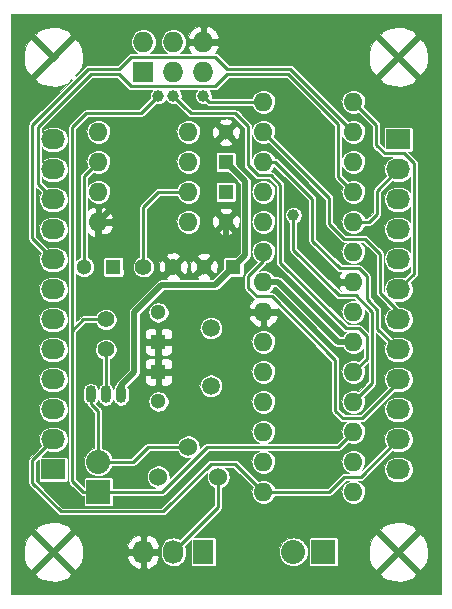
<source format=gtl>
G04 #@! TF.FileFunction,Copper,L1,Top,Signal*
%FSLAX46Y46*%
G04 Gerber Fmt 4.6, Leading zero omitted, Abs format (unit mm)*
G04 Created by KiCad (PCBNEW 4.0.0-rc2-stable) date 24.05.2016 15:53:59*
%MOMM*%
G01*
G04 APERTURE LIST*
%ADD10C,0.100000*%
%ADD11O,1.600000X1.600000*%
%ADD12R,1.300000X1.300000*%
%ADD13C,1.300000*%
%ADD14R,1.727200X1.727200*%
%ADD15O,1.727200X1.727200*%
%ADD16O,0.899160X1.501140*%
%ADD17C,1.397000*%
%ADD18C,1.501140*%
%ADD19R,2.032000X1.727200*%
%ADD20O,2.032000X1.727200*%
%ADD21R,1.727200X2.032000*%
%ADD22O,1.727200X2.032000*%
%ADD23R,2.032000X2.032000*%
%ADD24O,2.032000X2.032000*%
%ADD25C,1.524000*%
%ADD26C,1.000000*%
%ADD27C,0.500000*%
%ADD28C,0.250000*%
%ADD29C,0.025400*%
G04 APERTURE END LIST*
D10*
D11*
X153670000Y-83058000D03*
X153670000Y-85598000D03*
X153670000Y-88138000D03*
X153670000Y-90678000D03*
X153670000Y-93218000D03*
X153670000Y-95758000D03*
X153670000Y-98298000D03*
X153670000Y-100838000D03*
X153670000Y-103378000D03*
X153670000Y-105918000D03*
X153670000Y-108458000D03*
X153670000Y-110998000D03*
X153670000Y-113538000D03*
X153670000Y-116078000D03*
X161290000Y-116078000D03*
X161290000Y-113538000D03*
X161290000Y-110998000D03*
X161290000Y-108458000D03*
X161290000Y-105918000D03*
X161290000Y-103378000D03*
X161290000Y-100838000D03*
X161290000Y-98298000D03*
X161290000Y-95758000D03*
X161290000Y-93218000D03*
X161290000Y-90678000D03*
X161290000Y-88138000D03*
X161290000Y-85598000D03*
X161290000Y-83058000D03*
X139700000Y-85598000D03*
X139700000Y-88138000D03*
X139700000Y-90678000D03*
X139700000Y-93218000D03*
X147320000Y-93218000D03*
X147320000Y-90678000D03*
X147320000Y-88138000D03*
X147320000Y-85598000D03*
D12*
X144780000Y-103378000D03*
D13*
X144780000Y-100878000D03*
D12*
X144780000Y-105918000D03*
D13*
X144780000Y-108418000D03*
D12*
X151130000Y-97028000D03*
D13*
X148630000Y-97028000D03*
D12*
X150495000Y-88138000D03*
D13*
X150495000Y-85638000D03*
D12*
X140970000Y-97028000D03*
D13*
X138470000Y-97028000D03*
D12*
X150495000Y-90678000D03*
D13*
X150495000Y-93178000D03*
D14*
X143510000Y-80518000D03*
D15*
X143510000Y-77978000D03*
X146050000Y-80518000D03*
X146050000Y-77978000D03*
X148590000Y-80518000D03*
X148590000Y-77978000D03*
D16*
X140335000Y-107823000D03*
X139065000Y-107823000D03*
X141605000Y-107823000D03*
D17*
X143510000Y-97028000D03*
X146050000Y-97028000D03*
X140335000Y-104013000D03*
X140335000Y-101473000D03*
D18*
X149225000Y-102207060D03*
X149225000Y-107088940D03*
D19*
X165100000Y-86233000D03*
D20*
X165100000Y-88773000D03*
X165100000Y-91313000D03*
X165100000Y-93853000D03*
X165100000Y-96393000D03*
X165100000Y-98933000D03*
X165100000Y-101473000D03*
X165100000Y-104013000D03*
X165100000Y-106553000D03*
X165100000Y-109093000D03*
X165100000Y-111633000D03*
X165100000Y-114173000D03*
D19*
X135890000Y-114173000D03*
D20*
X135890000Y-111633000D03*
X135890000Y-109093000D03*
X135890000Y-106553000D03*
X135890000Y-104013000D03*
X135890000Y-101473000D03*
X135890000Y-98933000D03*
X135890000Y-96393000D03*
X135890000Y-93853000D03*
X135890000Y-91313000D03*
X135890000Y-88773000D03*
X135890000Y-86233000D03*
D21*
X148590000Y-121158000D03*
D22*
X146050000Y-121158000D03*
X143510000Y-121158000D03*
D23*
X139700000Y-116078000D03*
D24*
X139700000Y-113538000D03*
D23*
X158750000Y-121158000D03*
D24*
X156210000Y-121158000D03*
D25*
X147320000Y-112268000D03*
X144780000Y-114808000D03*
X149860000Y-114808000D03*
D26*
X149860000Y-110998000D03*
X148590000Y-82550000D03*
X144780000Y-82550000D03*
X156210000Y-92646500D03*
X146050000Y-82550000D03*
D27*
X148971000Y-86868000D02*
X148971000Y-91654000D01*
X148971000Y-91654000D02*
X150495000Y-93178000D01*
X148630000Y-97028000D02*
X150495000Y-95163000D01*
X150495000Y-95163000D02*
X150495000Y-93178000D01*
X148630000Y-97028000D02*
X148590000Y-97028000D01*
X144564100Y-97701100D02*
X145376900Y-97701100D01*
X145376900Y-97701100D02*
X146050000Y-97028000D01*
X144780000Y-103378000D02*
X146558000Y-103378000D01*
X147574000Y-102362000D02*
X147574000Y-101600000D01*
X146558000Y-103378000D02*
X147574000Y-102362000D01*
X147574000Y-101600000D02*
X148336000Y-100838000D01*
X153670000Y-100838000D02*
X148336000Y-100838000D01*
X139700000Y-93218000D02*
X145288000Y-87630000D01*
X145288000Y-87630000D02*
X146050000Y-86868000D01*
X146050000Y-86868000D02*
X148971000Y-86868000D01*
X148971000Y-86868000D02*
X149265000Y-86868000D01*
X149265000Y-86868000D02*
X150495000Y-85638000D01*
X144780000Y-105918000D02*
X146240500Y-105918000D01*
X149860000Y-110998000D02*
X147256500Y-108394500D01*
X146240500Y-105918000D02*
X147256500Y-106934000D01*
X147256500Y-106934000D02*
X147256500Y-108394500D01*
X144780000Y-105918000D02*
X144780000Y-104013000D01*
X144564100Y-97701100D02*
X144086300Y-98178900D01*
X150495000Y-93178000D02*
X150408000Y-93178000D01*
X143510000Y-121158000D02*
X143510000Y-120650000D01*
X150495000Y-85638000D02*
X149376800Y-86756200D01*
X140358800Y-94468300D02*
X139700000Y-94468300D01*
X142070400Y-96179900D02*
X140358800Y-94468300D01*
X142070400Y-97216700D02*
X142070400Y-96179900D01*
X143032600Y-98178900D02*
X142070400Y-97216700D01*
X144086300Y-98178900D02*
X143032600Y-98178900D01*
X139700000Y-93218000D02*
X139700000Y-94468300D01*
X142748000Y-105918000D02*
X142748000Y-100838000D01*
X145034000Y-98552000D02*
X149606000Y-98552000D01*
X142748000Y-100838000D02*
X145034000Y-98552000D01*
X151130000Y-97028000D02*
X152146000Y-96012000D01*
X152146000Y-89789000D02*
X150495000Y-88138000D01*
X152146000Y-96012000D02*
X152146000Y-89789000D01*
X142748000Y-102362000D02*
X142748000Y-101346000D01*
X145542000Y-98552000D02*
X149606000Y-98552000D01*
X149606000Y-98552000D02*
X151130000Y-97028000D01*
X151632598Y-96525402D02*
X151130000Y-97028000D01*
X151632598Y-89275598D02*
X150495000Y-88138000D01*
X142748000Y-102870000D02*
X142748000Y-102362000D01*
X141605000Y-107823000D02*
X141605000Y-107061000D01*
X141605000Y-107061000D02*
X142748000Y-105918000D01*
X142748000Y-105918000D02*
X142748000Y-102870000D01*
X160000300Y-103378000D02*
X161290000Y-103378000D01*
X154920300Y-98298000D02*
X160000300Y-103378000D01*
X153670000Y-98298000D02*
X154920300Y-98298000D01*
D28*
X149860000Y-114808000D02*
X149860000Y-117348000D01*
X149860000Y-117348000D02*
X146050000Y-121158000D01*
X149834600Y-114833400D02*
X149860000Y-114808000D01*
X146050000Y-121158000D02*
X146050000Y-120726200D01*
X138470000Y-91643200D02*
X138470000Y-89368000D01*
X138470000Y-89368000D02*
X139700000Y-88138000D01*
X138470000Y-97028000D02*
X138470000Y-91643200D01*
X147320000Y-90678000D02*
X144780000Y-90678000D01*
X143510000Y-91948000D02*
X143510000Y-97028000D01*
X144780000Y-90678000D02*
X143510000Y-91948000D01*
X153670000Y-83058000D02*
X149098000Y-83058000D01*
X149098000Y-83058000D02*
X148590000Y-82550000D01*
X153924000Y-99494500D02*
X154358500Y-99494500D01*
X159766000Y-104902000D02*
X159766000Y-105918000D01*
X154358500Y-99494500D02*
X159766000Y-104902000D01*
X153416000Y-99494500D02*
X153924000Y-99494500D01*
X161163000Y-109855000D02*
X162052000Y-109855000D01*
X162052000Y-109855000D02*
X165100000Y-106807000D01*
X165100000Y-106807000D02*
X165100000Y-106553000D01*
X161798000Y-109855000D02*
X161163000Y-109855000D01*
X161163000Y-109855000D02*
X160401000Y-109855000D01*
X160401000Y-109855000D02*
X159766000Y-109220000D01*
X159766000Y-109220000D02*
X159766000Y-105918000D01*
X153416000Y-99494500D02*
X153088500Y-99494500D01*
X152400000Y-98806000D02*
X152400000Y-97790000D01*
X153670000Y-96520000D02*
X152400000Y-97790000D01*
X153088500Y-99494500D02*
X152400000Y-98806000D01*
X153670000Y-95758000D02*
X153670000Y-96520000D01*
X165100000Y-106553000D02*
X165100000Y-107198160D01*
X145461500Y-117428500D02*
X149203700Y-113686300D01*
X161925000Y-114808000D02*
X160528000Y-114808000D01*
X159258000Y-116078000D02*
X153670000Y-116078000D01*
X160528000Y-114808000D02*
X159258000Y-116078000D01*
X161925000Y-114808000D02*
X165100000Y-111633000D01*
X145150840Y-117739160D02*
X145461500Y-117428500D01*
X149203700Y-113686300D02*
X149453600Y-113686300D01*
X153670000Y-116078000D02*
X151278300Y-113686300D01*
X149453600Y-113686300D02*
X151278300Y-113686300D01*
X134112000Y-114310160D02*
X134112000Y-113411000D01*
X134112000Y-113411000D02*
X135890000Y-111633000D01*
X134112000Y-115336320D02*
X136514840Y-117739160D01*
X134112000Y-114310160D02*
X134112000Y-115336320D01*
X136514840Y-117739160D02*
X145150840Y-117739160D01*
X153670000Y-116078000D02*
X153827480Y-116078000D01*
X161290000Y-93218000D02*
X162620960Y-93218000D01*
X162620960Y-93218000D02*
X163273740Y-92565220D01*
X163273740Y-90599260D02*
X165100000Y-88773000D01*
X163273740Y-92565220D02*
X163273740Y-90599260D01*
X162620960Y-93218000D02*
X163273740Y-92565220D01*
X161290000Y-93218000D02*
X161290000Y-92583000D01*
X140970000Y-84010500D02*
X138691620Y-84010500D01*
X138691620Y-84010500D02*
X137485120Y-85217000D01*
X138430000Y-101473000D02*
X140335000Y-101473000D01*
X137485120Y-102417880D02*
X138430000Y-101473000D01*
X137485120Y-105283000D02*
X137485120Y-102417880D01*
X137485120Y-105283000D02*
X137485120Y-103687880D01*
X141986000Y-116078000D02*
X145093502Y-116078000D01*
X139700000Y-116078000D02*
X141986000Y-116078000D01*
X138430000Y-116078000D02*
X137485120Y-115133120D01*
X137485120Y-115133120D02*
X137485120Y-106426000D01*
X139700000Y-116078000D02*
X138430000Y-116078000D01*
X153416000Y-112268000D02*
X160020000Y-112268000D01*
X160020000Y-112268000D02*
X161290000Y-110998000D01*
X143319500Y-84010500D02*
X144780000Y-82550000D01*
X140970000Y-84010500D02*
X143319500Y-84010500D01*
X137485120Y-85852000D02*
X137485120Y-85217000D01*
X143764000Y-83566000D02*
X144780000Y-82550000D01*
X148903502Y-112268000D02*
X153416000Y-112268000D01*
X145093502Y-116078000D02*
X148903502Y-112268000D01*
X137485120Y-106426000D02*
X137485120Y-105283000D01*
X137485120Y-106426000D02*
X137485120Y-101782880D01*
X137485120Y-101782880D02*
X137485120Y-97282000D01*
X137485120Y-97282000D02*
X137485120Y-91128000D01*
X137485120Y-91128000D02*
X137485120Y-86614000D01*
X137485120Y-86614000D02*
X137485120Y-85852000D01*
X143764000Y-83566000D02*
X144780000Y-82550000D01*
X137485120Y-85852000D02*
X137485120Y-85344000D01*
X137485120Y-97759520D02*
X137485120Y-97282000D01*
X146050000Y-77978000D02*
X146050000Y-78028800D01*
X156210000Y-95326200D02*
X156210000Y-95580200D01*
X161493200Y-99441000D02*
X162879600Y-100827400D01*
X160070800Y-99441000D02*
X161493200Y-99441000D01*
X156210000Y-95580200D02*
X160070800Y-99441000D01*
X162879600Y-101346000D02*
X162879600Y-100827400D01*
X162879600Y-104947720D02*
X162879600Y-104246680D01*
X162879600Y-106868400D02*
X161290000Y-108458000D01*
X162879600Y-104947720D02*
X162879600Y-106868400D01*
X162879600Y-104246680D02*
X162879600Y-103850440D01*
X162879600Y-103850440D02*
X162879600Y-103108000D01*
X162879600Y-103108000D02*
X162879600Y-101346000D01*
X156210000Y-95326200D02*
X156210000Y-92646500D01*
X147520000Y-84020000D02*
X151253800Y-84020000D01*
X155092400Y-93472000D02*
X155092400Y-94043500D01*
X155092400Y-93472000D02*
X155092400Y-91948000D01*
X155092400Y-91948000D02*
X155092400Y-90932000D01*
X155092400Y-90068400D02*
X154305000Y-89281000D01*
X154305000Y-89281000D02*
X153212800Y-89281000D01*
X155092400Y-90932000D02*
X155092400Y-90068400D01*
X153212800Y-89281000D02*
X152363250Y-88431450D01*
X152363250Y-85129450D02*
X152363250Y-88431450D01*
X151253800Y-84020000D02*
X152363250Y-85129450D01*
X155092400Y-94043500D02*
X155092400Y-96672400D01*
X160658000Y-102238000D02*
X161750000Y-102238000D01*
X161750000Y-102238000D02*
X162415300Y-102903300D01*
X155092400Y-96672400D02*
X160658000Y-102238000D01*
X147520000Y-84020000D02*
X146050000Y-82550000D01*
X147066000Y-83566000D02*
X146050000Y-82550000D01*
X147066000Y-83566000D02*
X146050000Y-82550000D01*
X146050000Y-80518000D02*
X146179540Y-80518000D01*
X155092400Y-96611440D02*
X155092400Y-96338000D01*
X155092400Y-96338000D02*
X155092400Y-94043500D01*
X162415300Y-102997000D02*
X162415300Y-102903300D01*
X162415300Y-102893300D02*
X162415300Y-102997000D01*
X162415300Y-102903300D02*
X162415300Y-104792700D01*
X162415300Y-104792700D02*
X161290000Y-105918000D01*
X152400000Y-80714002D02*
X155769604Y-80714002D01*
X160020000Y-89408000D02*
X161290000Y-90678000D01*
X160020000Y-84964398D02*
X160020000Y-89408000D01*
X155769604Y-80714002D02*
X160020000Y-84964398D01*
X139446000Y-80714002D02*
X141420002Y-80714002D01*
X141420002Y-80714002D02*
X142430500Y-81724500D01*
X148590000Y-81724500D02*
X149611502Y-81724500D01*
X149611502Y-81724500D02*
X150622000Y-80714002D01*
X147320000Y-81724500D02*
X148590000Y-81724500D01*
X150622000Y-80714002D02*
X152400000Y-80714002D01*
X134546800Y-85852000D02*
X134546800Y-85211498D01*
X134546800Y-85211498D02*
X139044296Y-80714002D01*
X141420002Y-80714002D02*
X142430500Y-81724500D01*
X139044296Y-80714002D02*
X139446000Y-80714002D01*
X134546800Y-86614000D02*
X134546800Y-85852000D01*
X134546800Y-85211498D02*
X138033798Y-81724500D01*
X142430500Y-81724500D02*
X147320000Y-81724500D01*
X134546800Y-88808560D02*
X134546800Y-89969800D01*
X134546800Y-89969800D02*
X135890000Y-91313000D01*
X160164700Y-89552700D02*
X161290000Y-90678000D01*
X134546800Y-88808560D02*
X134546800Y-86614000D01*
X152654000Y-80264000D02*
X155956000Y-80264000D01*
X155956000Y-80264000D02*
X161290000Y-85598000D01*
X140716000Y-80264000D02*
X141478000Y-80264000D01*
X142494000Y-79248000D02*
X142582900Y-79248000D01*
X141478000Y-80264000D02*
X142494000Y-79248000D01*
X148082000Y-79248000D02*
X149606000Y-79248000D01*
X142582900Y-79248000D02*
X147243800Y-79248000D01*
X147243800Y-79248000D02*
X148082000Y-79248000D01*
X150622000Y-80264000D02*
X152654000Y-80264000D01*
X149606000Y-79248000D02*
X150622000Y-80264000D01*
X134096798Y-85344000D02*
X134096798Y-85025102D01*
X134096798Y-85025102D02*
X138857900Y-80264000D01*
X138857900Y-80264000D02*
X140716000Y-80264000D01*
X134096798Y-85826600D02*
X134096798Y-85344000D01*
X134096798Y-85025102D02*
X137847402Y-81274498D01*
X135890000Y-96393000D02*
X135877300Y-96393000D01*
X135877300Y-96393000D02*
X134096798Y-94612498D01*
X134096798Y-94612498D02*
X134096798Y-85826600D01*
X166441400Y-95879920D02*
X166441400Y-97591600D01*
X166441400Y-97591600D02*
X165100000Y-98933000D01*
X163209930Y-86685430D02*
X163209930Y-84977930D01*
X163209930Y-84977930D02*
X161290000Y-83058000D01*
X166441400Y-95879920D02*
X166441400Y-88273600D01*
X166441400Y-88273600D02*
X165589800Y-87422000D01*
X165589800Y-87422000D02*
X163946500Y-87422000D01*
X163946500Y-87422000D02*
X163209930Y-86685430D01*
X163525200Y-96748600D02*
X163525200Y-95910400D01*
X163525200Y-95910400D02*
X162245040Y-94630240D01*
X165100000Y-101473000D02*
X165100000Y-100787200D01*
X165100000Y-100787200D02*
X163525200Y-99212400D01*
X161290000Y-94630240D02*
X162245040Y-94630240D01*
X163525200Y-96748600D02*
X163525200Y-99212400D01*
X161757360Y-94630240D02*
X161290000Y-94630240D01*
X161290000Y-94630240D02*
X160479740Y-94630240D01*
X160479740Y-94630240D02*
X159258000Y-93408500D01*
X159258000Y-91186000D02*
X153670000Y-85598000D01*
X159258000Y-93408500D02*
X159258000Y-91186000D01*
X161607500Y-94630240D02*
X160479740Y-94630240D01*
X161759900Y-94630240D02*
X161371280Y-94630240D01*
X161371280Y-94630240D02*
X160770000Y-94630240D01*
X160770000Y-94630240D02*
X161607500Y-94630240D01*
X165100000Y-101021602D02*
X165100000Y-101473000D01*
X165100000Y-100929440D02*
X165100000Y-101473000D01*
X153670000Y-85598000D02*
X153819860Y-85598000D01*
X163329602Y-100641004D02*
X162433000Y-99744402D01*
X162433000Y-99744402D02*
X162433000Y-97840800D01*
X163329602Y-100641004D02*
X162617998Y-99929400D01*
X163329602Y-101523800D02*
X163329602Y-100641004D01*
X163329602Y-102285800D02*
X163329602Y-101523800D01*
X165100000Y-103348000D02*
X165100000Y-104013000D01*
X153670000Y-88138000D02*
X154686000Y-88138000D01*
X157797500Y-91249500D02*
X157797500Y-92265500D01*
X154686000Y-88138000D02*
X157797500Y-91249500D01*
X161290000Y-97155000D02*
X160147000Y-97155000D01*
X160147000Y-97155000D02*
X157797500Y-94805500D01*
X157797500Y-94805500D02*
X157797500Y-92265500D01*
X161747200Y-97155000D02*
X161290000Y-97155000D01*
X162433000Y-97840800D02*
X161747200Y-97155000D01*
X161290000Y-97155000D02*
X160991298Y-97155000D01*
X165056802Y-104013000D02*
X163329602Y-102285800D01*
X165100000Y-104013000D02*
X165056802Y-104013000D01*
X157797500Y-93961202D02*
X157797500Y-92265500D01*
X165100000Y-104013000D02*
X164735000Y-104013000D01*
X165100000Y-104013000D02*
X164835000Y-104013000D01*
X139700000Y-113538000D02*
X142621000Y-113538000D01*
X142621000Y-113538000D02*
X143891000Y-112268000D01*
X147320000Y-112268000D02*
X143891000Y-112268000D01*
X139700000Y-113538000D02*
X139700000Y-109240320D01*
X139700000Y-109240320D02*
X139065000Y-108605320D01*
X139065000Y-108605320D02*
X139065000Y-107823000D01*
X140335000Y-104013000D02*
X140335000Y-107823000D01*
X153670000Y-113538000D02*
X154178000Y-113538000D01*
D29*
G36*
X168695300Y-124753300D02*
X132294700Y-124753300D01*
X132294700Y-123019017D01*
X134370233Y-123019017D01*
X134603187Y-123339669D01*
X135053536Y-123548794D01*
X135536029Y-123666041D01*
X136032126Y-123686907D01*
X136522760Y-123610587D01*
X136989077Y-123440016D01*
X137176813Y-123339669D01*
X137409767Y-123019017D01*
X163580233Y-123019017D01*
X163813187Y-123339669D01*
X164263536Y-123548794D01*
X164746029Y-123666041D01*
X165242126Y-123686907D01*
X165732760Y-123610587D01*
X166199077Y-123440016D01*
X166386813Y-123339669D01*
X166619767Y-123019017D01*
X165100000Y-121499250D01*
X163580233Y-123019017D01*
X137409767Y-123019017D01*
X135890000Y-121499250D01*
X134370233Y-123019017D01*
X132294700Y-123019017D01*
X132294700Y-121300126D01*
X133361093Y-121300126D01*
X133437413Y-121790760D01*
X133607984Y-122257077D01*
X133708331Y-122444813D01*
X134028983Y-122677767D01*
X135548750Y-121158000D01*
X136231250Y-121158000D01*
X137751017Y-122677767D01*
X138071669Y-122444813D01*
X138280794Y-121994464D01*
X138373358Y-121613543D01*
X142164320Y-121613543D01*
X142249317Y-121870247D01*
X142382761Y-122105437D01*
X142559525Y-122310074D01*
X142772815Y-122476294D01*
X143014434Y-122597709D01*
X143058434Y-122618977D01*
X143268700Y-122541092D01*
X143268700Y-121399300D01*
X143751300Y-121399300D01*
X143751300Y-122541092D01*
X143961566Y-122618977D01*
X144005566Y-122597709D01*
X144247185Y-122476294D01*
X144460475Y-122310074D01*
X144637239Y-122105437D01*
X144770683Y-121870247D01*
X144855680Y-121613543D01*
X144756359Y-121399300D01*
X143751300Y-121399300D01*
X143268700Y-121399300D01*
X142263641Y-121399300D01*
X142164320Y-121613543D01*
X138373358Y-121613543D01*
X138398041Y-121511971D01*
X138418907Y-121015874D01*
X138370154Y-120702457D01*
X142164320Y-120702457D01*
X142263641Y-120916700D01*
X143268700Y-120916700D01*
X143268700Y-119774908D01*
X143751300Y-119774908D01*
X143751300Y-120916700D01*
X144756359Y-120916700D01*
X144855680Y-120702457D01*
X144770683Y-120445753D01*
X144637239Y-120210563D01*
X144460475Y-120005926D01*
X144247185Y-119839706D01*
X144005566Y-119718291D01*
X143961566Y-119697023D01*
X143751300Y-119774908D01*
X143268700Y-119774908D01*
X143058434Y-119697023D01*
X143014434Y-119718291D01*
X142772815Y-119839706D01*
X142559525Y-120005926D01*
X142382761Y-120210563D01*
X142249317Y-120445753D01*
X142164320Y-120702457D01*
X138370154Y-120702457D01*
X138342587Y-120525240D01*
X138172016Y-120058923D01*
X138071669Y-119871187D01*
X137751017Y-119638233D01*
X136231250Y-121158000D01*
X135548750Y-121158000D01*
X134028983Y-119638233D01*
X133708331Y-119871187D01*
X133499206Y-120321536D01*
X133381959Y-120804029D01*
X133361093Y-121300126D01*
X132294700Y-121300126D01*
X132294700Y-119296983D01*
X134370233Y-119296983D01*
X135890000Y-120816750D01*
X137409767Y-119296983D01*
X137176813Y-118976331D01*
X136726464Y-118767206D01*
X136243971Y-118649959D01*
X135747874Y-118629093D01*
X135257240Y-118705413D01*
X134790923Y-118875984D01*
X134603187Y-118976331D01*
X134370233Y-119296983D01*
X132294700Y-119296983D01*
X132294700Y-113411000D01*
X133774300Y-113411000D01*
X133774300Y-115336320D01*
X133777349Y-115367416D01*
X133780063Y-115398441D01*
X133780557Y-115400143D01*
X133780731Y-115401913D01*
X133789746Y-115431770D01*
X133798450Y-115461731D01*
X133799269Y-115463311D01*
X133799781Y-115465007D01*
X133814423Y-115492545D01*
X133828781Y-115520244D01*
X133829887Y-115521629D01*
X133830722Y-115523200D01*
X133850441Y-115547378D01*
X133869899Y-115571753D01*
X133872338Y-115574226D01*
X133872378Y-115574275D01*
X133872424Y-115574313D01*
X133873210Y-115575110D01*
X136276050Y-117977950D01*
X136300192Y-117997781D01*
X136324051Y-118017801D01*
X136325605Y-118018655D01*
X136326979Y-118019784D01*
X136354501Y-118034541D01*
X136381806Y-118049552D01*
X136383497Y-118050089D01*
X136385063Y-118050928D01*
X136414936Y-118060061D01*
X136444628Y-118069480D01*
X136446388Y-118069677D01*
X136448091Y-118070198D01*
X136479174Y-118073355D01*
X136510125Y-118076827D01*
X136513595Y-118076851D01*
X136513661Y-118076858D01*
X136513723Y-118076852D01*
X136514840Y-118076860D01*
X145150840Y-118076860D01*
X145181936Y-118073811D01*
X145212961Y-118071097D01*
X145214663Y-118070603D01*
X145216433Y-118070429D01*
X145246290Y-118061414D01*
X145276251Y-118052710D01*
X145277831Y-118051891D01*
X145279527Y-118051379D01*
X145307065Y-118036737D01*
X145334764Y-118022379D01*
X145336149Y-118021273D01*
X145337720Y-118020438D01*
X145361898Y-118000719D01*
X145386273Y-117981261D01*
X145388746Y-117978822D01*
X145388795Y-117978782D01*
X145388833Y-117978736D01*
X145389630Y-117977950D01*
X148979464Y-114388116D01*
X148926430Y-114511854D01*
X148886688Y-114698826D01*
X148884019Y-114889955D01*
X148918525Y-115077964D01*
X148988891Y-115255689D01*
X149092438Y-115416362D01*
X149225221Y-115553863D01*
X149382182Y-115662954D01*
X149522300Y-115724170D01*
X149522300Y-117208120D01*
X146633166Y-120097254D01*
X146467083Y-120007454D01*
X146266420Y-119945338D01*
X146057514Y-119923381D01*
X145848321Y-119942419D01*
X145646811Y-120001727D01*
X145460658Y-120099046D01*
X145296952Y-120230668D01*
X145161930Y-120391581D01*
X145060735Y-120575655D01*
X144997220Y-120775880D01*
X144973805Y-120984628D01*
X144973700Y-120999655D01*
X144973700Y-121316345D01*
X144994198Y-121525399D01*
X145054911Y-121726491D01*
X145153527Y-121911960D01*
X145286289Y-122074743D01*
X145448141Y-122208638D01*
X145632917Y-122308546D01*
X145833580Y-122370662D01*
X146042486Y-122392619D01*
X146251679Y-122373581D01*
X146453189Y-122314273D01*
X146639342Y-122216954D01*
X146803048Y-122085332D01*
X146938070Y-121924419D01*
X147039265Y-121740345D01*
X147102780Y-121540120D01*
X147126195Y-121331372D01*
X147126300Y-121316345D01*
X147126300Y-120999655D01*
X147105802Y-120790601D01*
X147056912Y-120628668D01*
X147512671Y-120172909D01*
X147512671Y-122174000D01*
X147515372Y-122207872D01*
X147533163Y-122265322D01*
X147566255Y-122315541D01*
X147612028Y-122354552D01*
X147666857Y-122379267D01*
X147726400Y-122387729D01*
X149453600Y-122387729D01*
X149487472Y-122385028D01*
X149544922Y-122367237D01*
X149595141Y-122334145D01*
X149634152Y-122288372D01*
X149658867Y-122233543D01*
X149667329Y-122174000D01*
X149667329Y-121152055D01*
X154981300Y-121152055D01*
X154981300Y-121163945D01*
X155004700Y-121402601D01*
X155074010Y-121632166D01*
X155186590Y-121843897D01*
X155338150Y-122029729D01*
X155522920Y-122182583D01*
X155733860Y-122296638D01*
X155962936Y-122367549D01*
X156201422Y-122392615D01*
X156440235Y-122370881D01*
X156670279Y-122303176D01*
X156882791Y-122192077D01*
X157069676Y-122041818D01*
X157223817Y-121858120D01*
X157339342Y-121647981D01*
X157411850Y-121419406D01*
X157438580Y-121181100D01*
X157438700Y-121163945D01*
X157438700Y-121152055D01*
X157415300Y-120913399D01*
X157345990Y-120683834D01*
X157233410Y-120472103D01*
X157081850Y-120286271D01*
X156907456Y-120142000D01*
X157520271Y-120142000D01*
X157520271Y-122174000D01*
X157522972Y-122207872D01*
X157540763Y-122265322D01*
X157573855Y-122315541D01*
X157619628Y-122354552D01*
X157674457Y-122379267D01*
X157734000Y-122387729D01*
X159766000Y-122387729D01*
X159799872Y-122385028D01*
X159857322Y-122367237D01*
X159907541Y-122334145D01*
X159946552Y-122288372D01*
X159971267Y-122233543D01*
X159979729Y-122174000D01*
X159979729Y-121300126D01*
X162571093Y-121300126D01*
X162647413Y-121790760D01*
X162817984Y-122257077D01*
X162918331Y-122444813D01*
X163238983Y-122677767D01*
X164758750Y-121158000D01*
X165441250Y-121158000D01*
X166961017Y-122677767D01*
X167281669Y-122444813D01*
X167490794Y-121994464D01*
X167608041Y-121511971D01*
X167628907Y-121015874D01*
X167552587Y-120525240D01*
X167382016Y-120058923D01*
X167281669Y-119871187D01*
X166961017Y-119638233D01*
X165441250Y-121158000D01*
X164758750Y-121158000D01*
X163238983Y-119638233D01*
X162918331Y-119871187D01*
X162709206Y-120321536D01*
X162591959Y-120804029D01*
X162571093Y-121300126D01*
X159979729Y-121300126D01*
X159979729Y-120142000D01*
X159977028Y-120108128D01*
X159959237Y-120050678D01*
X159926145Y-120000459D01*
X159880372Y-119961448D01*
X159825543Y-119936733D01*
X159766000Y-119928271D01*
X157734000Y-119928271D01*
X157700128Y-119930972D01*
X157642678Y-119948763D01*
X157592459Y-119981855D01*
X157553448Y-120027628D01*
X157528733Y-120082457D01*
X157520271Y-120142000D01*
X156907456Y-120142000D01*
X156897080Y-120133417D01*
X156686140Y-120019362D01*
X156457064Y-119948451D01*
X156218578Y-119923385D01*
X155979765Y-119945119D01*
X155749721Y-120012824D01*
X155537209Y-120123923D01*
X155350324Y-120274182D01*
X155196183Y-120457880D01*
X155080658Y-120668019D01*
X155008150Y-120896594D01*
X154981420Y-121134900D01*
X154981300Y-121152055D01*
X149667329Y-121152055D01*
X149667329Y-120142000D01*
X149664628Y-120108128D01*
X149646837Y-120050678D01*
X149613745Y-120000459D01*
X149567972Y-119961448D01*
X149513143Y-119936733D01*
X149453600Y-119928271D01*
X147757309Y-119928271D01*
X148388597Y-119296983D01*
X163580233Y-119296983D01*
X165100000Y-120816750D01*
X166619767Y-119296983D01*
X166386813Y-118976331D01*
X165936464Y-118767206D01*
X165453971Y-118649959D01*
X164957874Y-118629093D01*
X164467240Y-118705413D01*
X164000923Y-118875984D01*
X163813187Y-118976331D01*
X163580233Y-119296983D01*
X148388597Y-119296983D01*
X150098790Y-117586790D01*
X150118621Y-117562648D01*
X150138641Y-117538789D01*
X150139495Y-117537235D01*
X150140624Y-117535861D01*
X150155371Y-117508357D01*
X150170392Y-117481034D01*
X150170929Y-117479340D01*
X150171768Y-117477776D01*
X150180897Y-117447918D01*
X150190320Y-117418212D01*
X150190517Y-117416451D01*
X150191038Y-117414749D01*
X150194195Y-117383666D01*
X150197667Y-117352715D01*
X150197691Y-117349245D01*
X150197698Y-117349179D01*
X150197692Y-117349117D01*
X150197700Y-117348000D01*
X150197700Y-115722512D01*
X150301597Y-115682213D01*
X150462989Y-115579790D01*
X150601413Y-115447971D01*
X150711597Y-115291775D01*
X150789344Y-115117152D01*
X150831693Y-114930753D01*
X150834742Y-114712426D01*
X150797614Y-114524918D01*
X150724773Y-114348192D01*
X150618993Y-114188980D01*
X150484303Y-114053347D01*
X150440794Y-114024000D01*
X151138420Y-114024000D01*
X152755553Y-115641133D01*
X152731529Y-115685563D01*
X152673084Y-115874368D01*
X152652425Y-116070930D01*
X152670338Y-116267761D01*
X152726141Y-116457364D01*
X152817709Y-116632517D01*
X152941554Y-116786549D01*
X153092958Y-116913592D01*
X153266155Y-117008808D01*
X153454548Y-117068570D01*
X153650960Y-117090601D01*
X153665100Y-117090700D01*
X153674900Y-117090700D01*
X153871601Y-117071413D01*
X154060810Y-117014288D01*
X154235320Y-116921499D01*
X154388483Y-116796582D01*
X154514466Y-116644295D01*
X154608471Y-116470437D01*
X154625415Y-116415700D01*
X159258000Y-116415700D01*
X159289096Y-116412651D01*
X159320121Y-116409937D01*
X159321823Y-116409443D01*
X159323593Y-116409269D01*
X159353450Y-116400254D01*
X159383411Y-116391550D01*
X159384991Y-116390731D01*
X159386687Y-116390219D01*
X159414225Y-116375577D01*
X159441924Y-116361219D01*
X159443309Y-116360113D01*
X159444880Y-116359278D01*
X159469058Y-116339559D01*
X159493433Y-116320101D01*
X159495906Y-116317662D01*
X159495955Y-116317622D01*
X159495993Y-116317576D01*
X159496790Y-116316790D01*
X160667880Y-115145700D01*
X160891690Y-115145700D01*
X160724680Y-115234501D01*
X160571517Y-115359418D01*
X160445534Y-115511705D01*
X160351529Y-115685563D01*
X160293084Y-115874368D01*
X160272425Y-116070930D01*
X160290338Y-116267761D01*
X160346141Y-116457364D01*
X160437709Y-116632517D01*
X160561554Y-116786549D01*
X160712958Y-116913592D01*
X160886155Y-117008808D01*
X161074548Y-117068570D01*
X161270960Y-117090601D01*
X161285100Y-117090700D01*
X161294900Y-117090700D01*
X161491601Y-117071413D01*
X161680810Y-117014288D01*
X161855320Y-116921499D01*
X162008483Y-116796582D01*
X162134466Y-116644295D01*
X162228471Y-116470437D01*
X162286916Y-116281632D01*
X162307575Y-116085070D01*
X162289662Y-115888239D01*
X162233859Y-115698636D01*
X162142291Y-115523483D01*
X162018446Y-115369451D01*
X161867042Y-115242408D01*
X161693845Y-115147192D01*
X161689142Y-115145700D01*
X161925000Y-115145700D01*
X161956096Y-115142651D01*
X161987121Y-115139937D01*
X161988823Y-115139443D01*
X161990593Y-115139269D01*
X162020450Y-115130254D01*
X162050411Y-115121550D01*
X162051991Y-115120731D01*
X162053687Y-115120219D01*
X162081225Y-115105577D01*
X162108924Y-115091219D01*
X162110309Y-115090113D01*
X162111880Y-115089278D01*
X162136058Y-115069559D01*
X162160433Y-115050101D01*
X162162906Y-115047662D01*
X162162955Y-115047622D01*
X162162993Y-115047576D01*
X162163790Y-115046790D01*
X163045094Y-114165486D01*
X163865381Y-114165486D01*
X163884419Y-114374679D01*
X163943727Y-114576189D01*
X164041046Y-114762342D01*
X164172668Y-114926048D01*
X164333581Y-115061070D01*
X164517655Y-115162265D01*
X164717880Y-115225780D01*
X164926628Y-115249195D01*
X164941655Y-115249300D01*
X165258345Y-115249300D01*
X165467399Y-115228802D01*
X165668491Y-115168089D01*
X165853960Y-115069473D01*
X166016743Y-114936711D01*
X166150638Y-114774859D01*
X166250546Y-114590083D01*
X166312662Y-114389420D01*
X166334619Y-114180514D01*
X166315581Y-113971321D01*
X166256273Y-113769811D01*
X166158954Y-113583658D01*
X166027332Y-113419952D01*
X165866419Y-113284930D01*
X165682345Y-113183735D01*
X165482120Y-113120220D01*
X165273372Y-113096805D01*
X165258345Y-113096700D01*
X164941655Y-113096700D01*
X164732601Y-113117198D01*
X164531509Y-113177911D01*
X164346040Y-113276527D01*
X164183257Y-113409289D01*
X164049362Y-113571141D01*
X163949454Y-113755917D01*
X163887338Y-113956580D01*
X163865381Y-114165486D01*
X163045094Y-114165486D01*
X164571298Y-112639282D01*
X164717880Y-112685780D01*
X164926628Y-112709195D01*
X164941655Y-112709300D01*
X165258345Y-112709300D01*
X165467399Y-112688802D01*
X165668491Y-112628089D01*
X165853960Y-112529473D01*
X166016743Y-112396711D01*
X166150638Y-112234859D01*
X166250546Y-112050083D01*
X166312662Y-111849420D01*
X166334619Y-111640514D01*
X166315581Y-111431321D01*
X166256273Y-111229811D01*
X166158954Y-111043658D01*
X166027332Y-110879952D01*
X165866419Y-110744930D01*
X165682345Y-110643735D01*
X165482120Y-110580220D01*
X165273372Y-110556805D01*
X165258345Y-110556700D01*
X164941655Y-110556700D01*
X164732601Y-110577198D01*
X164531509Y-110637911D01*
X164346040Y-110736527D01*
X164183257Y-110869289D01*
X164049362Y-111031141D01*
X163949454Y-111215917D01*
X163887338Y-111416580D01*
X163865381Y-111625486D01*
X163884419Y-111834679D01*
X163943727Y-112036189D01*
X164038310Y-112217110D01*
X162054678Y-114200742D01*
X162134466Y-114104295D01*
X162228471Y-113930437D01*
X162286916Y-113741632D01*
X162307575Y-113545070D01*
X162289662Y-113348239D01*
X162233859Y-113158636D01*
X162142291Y-112983483D01*
X162018446Y-112829451D01*
X161867042Y-112702408D01*
X161693845Y-112607192D01*
X161505452Y-112547430D01*
X161309040Y-112525399D01*
X161294900Y-112525300D01*
X161285100Y-112525300D01*
X161088399Y-112544587D01*
X160899190Y-112601712D01*
X160724680Y-112694501D01*
X160571517Y-112819418D01*
X160445534Y-112971705D01*
X160351529Y-113145563D01*
X160293084Y-113334368D01*
X160272425Y-113530930D01*
X160290338Y-113727761D01*
X160346141Y-113917364D01*
X160437709Y-114092517D01*
X160561554Y-114246549D01*
X160712958Y-114373592D01*
X160886155Y-114468808D01*
X160890858Y-114470300D01*
X160528000Y-114470300D01*
X160496904Y-114473349D01*
X160465879Y-114476063D01*
X160464177Y-114476557D01*
X160462407Y-114476731D01*
X160432504Y-114485760D01*
X160402589Y-114494451D01*
X160401014Y-114495267D01*
X160399313Y-114495781D01*
X160371740Y-114510442D01*
X160344076Y-114524781D01*
X160342691Y-114525887D01*
X160341120Y-114526722D01*
X160316912Y-114546466D01*
X160292567Y-114565900D01*
X160290096Y-114568336D01*
X160290045Y-114568378D01*
X160290006Y-114568425D01*
X160289210Y-114569210D01*
X159118120Y-115740300D01*
X154626121Y-115740300D01*
X154613859Y-115698636D01*
X154522291Y-115523483D01*
X154398446Y-115369451D01*
X154247042Y-115242408D01*
X154073845Y-115147192D01*
X153885452Y-115087430D01*
X153689040Y-115065399D01*
X153674900Y-115065300D01*
X153665100Y-115065300D01*
X153468399Y-115084587D01*
X153279190Y-115141712D01*
X153234862Y-115165282D01*
X151517090Y-113447510D01*
X151492948Y-113427679D01*
X151469089Y-113407659D01*
X151467535Y-113406805D01*
X151466161Y-113405676D01*
X151438639Y-113390919D01*
X151411334Y-113375908D01*
X151409643Y-113375371D01*
X151408077Y-113374532D01*
X151378204Y-113365399D01*
X151348512Y-113355980D01*
X151346752Y-113355783D01*
X151345049Y-113355262D01*
X151313966Y-113352105D01*
X151283015Y-113348633D01*
X151279545Y-113348609D01*
X151279479Y-113348602D01*
X151279417Y-113348608D01*
X151278300Y-113348600D01*
X149203700Y-113348600D01*
X149172604Y-113351649D01*
X149141579Y-113354363D01*
X149139877Y-113354857D01*
X149138107Y-113355031D01*
X149108250Y-113364046D01*
X149078289Y-113372750D01*
X149076709Y-113373569D01*
X149075013Y-113374081D01*
X149047475Y-113388723D01*
X149019776Y-113403081D01*
X149018391Y-113404187D01*
X149016820Y-113405022D01*
X148992642Y-113424741D01*
X148968267Y-113444199D01*
X148965794Y-113446638D01*
X148965745Y-113446678D01*
X148965707Y-113446724D01*
X148964910Y-113447510D01*
X145010960Y-117401460D01*
X136654720Y-117401460D01*
X134449700Y-115196440D01*
X134449700Y-113550880D01*
X134660271Y-113340309D01*
X134660271Y-115036600D01*
X134662972Y-115070472D01*
X134680763Y-115127922D01*
X134713855Y-115178141D01*
X134759628Y-115217152D01*
X134814457Y-115241867D01*
X134874000Y-115250329D01*
X136906000Y-115250329D01*
X136939872Y-115247628D01*
X136997322Y-115229837D01*
X137047541Y-115196745D01*
X137086552Y-115150972D01*
X137111267Y-115096143D01*
X137119729Y-115036600D01*
X137119729Y-113309400D01*
X137117028Y-113275528D01*
X137099237Y-113218078D01*
X137066145Y-113167859D01*
X137020372Y-113128848D01*
X136965543Y-113104133D01*
X136906000Y-113095671D01*
X134904909Y-113095671D01*
X135361298Y-112639282D01*
X135507880Y-112685780D01*
X135716628Y-112709195D01*
X135731655Y-112709300D01*
X136048345Y-112709300D01*
X136257399Y-112688802D01*
X136458491Y-112628089D01*
X136643960Y-112529473D01*
X136806743Y-112396711D01*
X136940638Y-112234859D01*
X137040546Y-112050083D01*
X137102662Y-111849420D01*
X137124619Y-111640514D01*
X137105581Y-111431321D01*
X137046273Y-111229811D01*
X136948954Y-111043658D01*
X136817332Y-110879952D01*
X136656419Y-110744930D01*
X136472345Y-110643735D01*
X136272120Y-110580220D01*
X136063372Y-110556805D01*
X136048345Y-110556700D01*
X135731655Y-110556700D01*
X135522601Y-110577198D01*
X135321509Y-110637911D01*
X135136040Y-110736527D01*
X134973257Y-110869289D01*
X134839362Y-111031141D01*
X134739454Y-111215917D01*
X134677338Y-111416580D01*
X134655381Y-111625486D01*
X134674419Y-111834679D01*
X134733727Y-112036189D01*
X134828310Y-112217110D01*
X133873210Y-113172210D01*
X133853379Y-113196352D01*
X133833359Y-113220211D01*
X133832505Y-113221765D01*
X133831376Y-113223139D01*
X133816619Y-113250661D01*
X133801608Y-113277966D01*
X133801071Y-113279657D01*
X133800232Y-113281223D01*
X133791099Y-113311096D01*
X133781680Y-113340788D01*
X133781483Y-113342548D01*
X133780962Y-113344251D01*
X133777805Y-113375334D01*
X133774333Y-113406285D01*
X133774309Y-113409755D01*
X133774302Y-113409821D01*
X133774308Y-113409883D01*
X133774300Y-113411000D01*
X132294700Y-113411000D01*
X132294700Y-109085486D01*
X134655381Y-109085486D01*
X134674419Y-109294679D01*
X134733727Y-109496189D01*
X134831046Y-109682342D01*
X134962668Y-109846048D01*
X135123581Y-109981070D01*
X135307655Y-110082265D01*
X135507880Y-110145780D01*
X135716628Y-110169195D01*
X135731655Y-110169300D01*
X136048345Y-110169300D01*
X136257399Y-110148802D01*
X136458491Y-110088089D01*
X136643960Y-109989473D01*
X136806743Y-109856711D01*
X136940638Y-109694859D01*
X137040546Y-109510083D01*
X137102662Y-109309420D01*
X137124619Y-109100514D01*
X137105581Y-108891321D01*
X137046273Y-108689811D01*
X136948954Y-108503658D01*
X136817332Y-108339952D01*
X136656419Y-108204930D01*
X136472345Y-108103735D01*
X136272120Y-108040220D01*
X136063372Y-108016805D01*
X136048345Y-108016700D01*
X135731655Y-108016700D01*
X135522601Y-108037198D01*
X135321509Y-108097911D01*
X135136040Y-108196527D01*
X134973257Y-108329289D01*
X134839362Y-108491141D01*
X134739454Y-108675917D01*
X134677338Y-108876580D01*
X134655381Y-109085486D01*
X132294700Y-109085486D01*
X132294700Y-106545486D01*
X134655381Y-106545486D01*
X134674419Y-106754679D01*
X134733727Y-106956189D01*
X134831046Y-107142342D01*
X134962668Y-107306048D01*
X135123581Y-107441070D01*
X135307655Y-107542265D01*
X135507880Y-107605780D01*
X135716628Y-107629195D01*
X135731655Y-107629300D01*
X136048345Y-107629300D01*
X136257399Y-107608802D01*
X136458491Y-107548089D01*
X136643960Y-107449473D01*
X136806743Y-107316711D01*
X136940638Y-107154859D01*
X137040546Y-106970083D01*
X137102662Y-106769420D01*
X137124619Y-106560514D01*
X137105581Y-106351321D01*
X137046273Y-106149811D01*
X136948954Y-105963658D01*
X136817332Y-105799952D01*
X136656419Y-105664930D01*
X136472345Y-105563735D01*
X136272120Y-105500220D01*
X136063372Y-105476805D01*
X136048345Y-105476700D01*
X135731655Y-105476700D01*
X135522601Y-105497198D01*
X135321509Y-105557911D01*
X135136040Y-105656527D01*
X134973257Y-105789289D01*
X134839362Y-105951141D01*
X134739454Y-106135917D01*
X134677338Y-106336580D01*
X134655381Y-106545486D01*
X132294700Y-106545486D01*
X132294700Y-104005486D01*
X134655381Y-104005486D01*
X134674419Y-104214679D01*
X134733727Y-104416189D01*
X134831046Y-104602342D01*
X134962668Y-104766048D01*
X135123581Y-104901070D01*
X135307655Y-105002265D01*
X135507880Y-105065780D01*
X135716628Y-105089195D01*
X135731655Y-105089300D01*
X136048345Y-105089300D01*
X136257399Y-105068802D01*
X136458491Y-105008089D01*
X136643960Y-104909473D01*
X136806743Y-104776711D01*
X136940638Y-104614859D01*
X137040546Y-104430083D01*
X137102662Y-104229420D01*
X137124619Y-104020514D01*
X137105581Y-103811321D01*
X137046273Y-103609811D01*
X136948954Y-103423658D01*
X136817332Y-103259952D01*
X136656419Y-103124930D01*
X136472345Y-103023735D01*
X136272120Y-102960220D01*
X136063372Y-102936805D01*
X136048345Y-102936700D01*
X135731655Y-102936700D01*
X135522601Y-102957198D01*
X135321509Y-103017911D01*
X135136040Y-103116527D01*
X134973257Y-103249289D01*
X134839362Y-103411141D01*
X134739454Y-103595917D01*
X134677338Y-103796580D01*
X134655381Y-104005486D01*
X132294700Y-104005486D01*
X132294700Y-101465486D01*
X134655381Y-101465486D01*
X134674419Y-101674679D01*
X134733727Y-101876189D01*
X134831046Y-102062342D01*
X134962668Y-102226048D01*
X135123581Y-102361070D01*
X135307655Y-102462265D01*
X135507880Y-102525780D01*
X135716628Y-102549195D01*
X135731655Y-102549300D01*
X136048345Y-102549300D01*
X136257399Y-102528802D01*
X136458491Y-102468089D01*
X136643960Y-102369473D01*
X136806743Y-102236711D01*
X136940638Y-102074859D01*
X137040546Y-101890083D01*
X137102662Y-101689420D01*
X137124619Y-101480514D01*
X137105581Y-101271321D01*
X137046273Y-101069811D01*
X136948954Y-100883658D01*
X136817332Y-100719952D01*
X136656419Y-100584930D01*
X136472345Y-100483735D01*
X136272120Y-100420220D01*
X136063372Y-100396805D01*
X136048345Y-100396700D01*
X135731655Y-100396700D01*
X135522601Y-100417198D01*
X135321509Y-100477911D01*
X135136040Y-100576527D01*
X134973257Y-100709289D01*
X134839362Y-100871141D01*
X134739454Y-101055917D01*
X134677338Y-101256580D01*
X134655381Y-101465486D01*
X132294700Y-101465486D01*
X132294700Y-98925486D01*
X134655381Y-98925486D01*
X134674419Y-99134679D01*
X134733727Y-99336189D01*
X134831046Y-99522342D01*
X134962668Y-99686048D01*
X135123581Y-99821070D01*
X135307655Y-99922265D01*
X135507880Y-99985780D01*
X135716628Y-100009195D01*
X135731655Y-100009300D01*
X136048345Y-100009300D01*
X136257399Y-99988802D01*
X136458491Y-99928089D01*
X136643960Y-99829473D01*
X136806743Y-99696711D01*
X136940638Y-99534859D01*
X137040546Y-99350083D01*
X137102662Y-99149420D01*
X137124619Y-98940514D01*
X137105581Y-98731321D01*
X137046273Y-98529811D01*
X136948954Y-98343658D01*
X136817332Y-98179952D01*
X136656419Y-98044930D01*
X136472345Y-97943735D01*
X136272120Y-97880220D01*
X136063372Y-97856805D01*
X136048345Y-97856700D01*
X135731655Y-97856700D01*
X135522601Y-97877198D01*
X135321509Y-97937911D01*
X135136040Y-98036527D01*
X134973257Y-98169289D01*
X134839362Y-98331141D01*
X134739454Y-98515917D01*
X134677338Y-98716580D01*
X134655381Y-98925486D01*
X132294700Y-98925486D01*
X132294700Y-85025102D01*
X133759098Y-85025102D01*
X133759098Y-94612498D01*
X133762147Y-94643594D01*
X133764861Y-94674619D01*
X133765355Y-94676321D01*
X133765529Y-94678091D01*
X133774544Y-94707948D01*
X133783248Y-94737909D01*
X133784067Y-94739489D01*
X133784579Y-94741185D01*
X133799221Y-94768723D01*
X133813579Y-94796422D01*
X133814685Y-94797807D01*
X133815520Y-94799378D01*
X133835239Y-94823556D01*
X133854697Y-94847931D01*
X133857136Y-94850404D01*
X133857176Y-94850453D01*
X133857222Y-94850491D01*
X133858008Y-94851288D01*
X134824797Y-95818077D01*
X134739454Y-95975917D01*
X134677338Y-96176580D01*
X134655381Y-96385486D01*
X134674419Y-96594679D01*
X134733727Y-96796189D01*
X134831046Y-96982342D01*
X134962668Y-97146048D01*
X135123581Y-97281070D01*
X135307655Y-97382265D01*
X135507880Y-97445780D01*
X135716628Y-97469195D01*
X135731655Y-97469300D01*
X136048345Y-97469300D01*
X136257399Y-97448802D01*
X136458491Y-97388089D01*
X136643960Y-97289473D01*
X136806743Y-97156711D01*
X136940638Y-96994859D01*
X137040546Y-96810083D01*
X137102662Y-96609420D01*
X137124619Y-96400514D01*
X137105581Y-96191321D01*
X137046273Y-95989811D01*
X136948954Y-95803658D01*
X136817332Y-95639952D01*
X136656419Y-95504930D01*
X136472345Y-95403735D01*
X136272120Y-95340220D01*
X136063372Y-95316805D01*
X136048345Y-95316700D01*
X135731655Y-95316700D01*
X135522601Y-95337198D01*
X135350913Y-95389033D01*
X134434498Y-94472618D01*
X134434498Y-93845486D01*
X134655381Y-93845486D01*
X134674419Y-94054679D01*
X134733727Y-94256189D01*
X134831046Y-94442342D01*
X134962668Y-94606048D01*
X135123581Y-94741070D01*
X135307655Y-94842265D01*
X135507880Y-94905780D01*
X135716628Y-94929195D01*
X135731655Y-94929300D01*
X136048345Y-94929300D01*
X136257399Y-94908802D01*
X136458491Y-94848089D01*
X136643960Y-94749473D01*
X136806743Y-94616711D01*
X136940638Y-94454859D01*
X137040546Y-94270083D01*
X137102662Y-94069420D01*
X137124619Y-93860514D01*
X137105581Y-93651321D01*
X137046273Y-93449811D01*
X136948954Y-93263658D01*
X136817332Y-93099952D01*
X136656419Y-92964930D01*
X136472345Y-92863735D01*
X136272120Y-92800220D01*
X136063372Y-92776805D01*
X136048345Y-92776700D01*
X135731655Y-92776700D01*
X135522601Y-92797198D01*
X135321509Y-92857911D01*
X135136040Y-92956527D01*
X134973257Y-93089289D01*
X134839362Y-93251141D01*
X134739454Y-93435917D01*
X134677338Y-93636580D01*
X134655381Y-93845486D01*
X134434498Y-93845486D01*
X134434498Y-90335078D01*
X134829254Y-90729834D01*
X134739454Y-90895917D01*
X134677338Y-91096580D01*
X134655381Y-91305486D01*
X134674419Y-91514679D01*
X134733727Y-91716189D01*
X134831046Y-91902342D01*
X134962668Y-92066048D01*
X135123581Y-92201070D01*
X135307655Y-92302265D01*
X135507880Y-92365780D01*
X135716628Y-92389195D01*
X135731655Y-92389300D01*
X136048345Y-92389300D01*
X136257399Y-92368802D01*
X136458491Y-92308089D01*
X136643960Y-92209473D01*
X136806743Y-92076711D01*
X136940638Y-91914859D01*
X137040546Y-91730083D01*
X137102662Y-91529420D01*
X137124619Y-91320514D01*
X137105581Y-91111321D01*
X137046273Y-90909811D01*
X136948954Y-90723658D01*
X136817332Y-90559952D01*
X136656419Y-90424930D01*
X136472345Y-90323735D01*
X136272120Y-90260220D01*
X136063372Y-90236805D01*
X136048345Y-90236700D01*
X135731655Y-90236700D01*
X135522601Y-90257198D01*
X135360668Y-90306088D01*
X134884500Y-89829920D01*
X134884500Y-89428826D01*
X134962668Y-89526048D01*
X135123581Y-89661070D01*
X135307655Y-89762265D01*
X135507880Y-89825780D01*
X135716628Y-89849195D01*
X135731655Y-89849300D01*
X136048345Y-89849300D01*
X136257399Y-89828802D01*
X136458491Y-89768089D01*
X136643960Y-89669473D01*
X136806743Y-89536711D01*
X136940638Y-89374859D01*
X137040546Y-89190083D01*
X137102662Y-88989420D01*
X137124619Y-88780514D01*
X137105581Y-88571321D01*
X137046273Y-88369811D01*
X136948954Y-88183658D01*
X136817332Y-88019952D01*
X136656419Y-87884930D01*
X136472345Y-87783735D01*
X136272120Y-87720220D01*
X136063372Y-87696805D01*
X136048345Y-87696700D01*
X135731655Y-87696700D01*
X135522601Y-87717198D01*
X135321509Y-87777911D01*
X135136040Y-87876527D01*
X134973257Y-88009289D01*
X134884500Y-88116578D01*
X134884500Y-86888826D01*
X134962668Y-86986048D01*
X135123581Y-87121070D01*
X135307655Y-87222265D01*
X135507880Y-87285780D01*
X135716628Y-87309195D01*
X135731655Y-87309300D01*
X136048345Y-87309300D01*
X136257399Y-87288802D01*
X136458491Y-87228089D01*
X136643960Y-87129473D01*
X136806743Y-86996711D01*
X136940638Y-86834859D01*
X137040546Y-86650083D01*
X137102662Y-86449420D01*
X137124619Y-86240514D01*
X137105581Y-86031321D01*
X137046273Y-85829811D01*
X136948954Y-85643658D01*
X136817332Y-85479952D01*
X136656419Y-85344930D01*
X136472345Y-85243735D01*
X136272120Y-85180220D01*
X136063372Y-85156805D01*
X136048345Y-85156700D01*
X135731655Y-85156700D01*
X135522601Y-85177198D01*
X135321509Y-85237911D01*
X135136040Y-85336527D01*
X134973257Y-85469289D01*
X134884500Y-85576578D01*
X134884500Y-85351378D01*
X139184176Y-81051702D01*
X141280122Y-81051702D01*
X142191710Y-81963290D01*
X142215852Y-81983121D01*
X142239711Y-82003141D01*
X142241265Y-82003995D01*
X142242639Y-82005124D01*
X142270161Y-82019881D01*
X142297466Y-82034892D01*
X142299157Y-82035429D01*
X142300723Y-82036268D01*
X142330589Y-82045399D01*
X142360288Y-82054820D01*
X142362048Y-82055017D01*
X142363751Y-82055538D01*
X142394834Y-82058695D01*
X142425785Y-82062167D01*
X142429255Y-82062191D01*
X142429321Y-82062198D01*
X142429383Y-82062192D01*
X142430500Y-82062200D01*
X144259449Y-82062200D01*
X144231399Y-82089669D01*
X144152435Y-82204993D01*
X144097374Y-82333458D01*
X144068315Y-82470172D01*
X144066364Y-82609926D01*
X144091594Y-82747397D01*
X144095403Y-82757017D01*
X143179620Y-83672800D01*
X138691620Y-83672800D01*
X138660524Y-83675849D01*
X138629499Y-83678563D01*
X138627797Y-83679057D01*
X138626027Y-83679231D01*
X138596170Y-83688246D01*
X138566209Y-83696950D01*
X138564629Y-83697769D01*
X138562933Y-83698281D01*
X138535395Y-83712923D01*
X138507696Y-83727281D01*
X138506311Y-83728387D01*
X138504740Y-83729222D01*
X138480538Y-83748961D01*
X138456188Y-83768399D01*
X138453716Y-83770836D01*
X138453665Y-83770878D01*
X138453626Y-83770925D01*
X138452830Y-83771710D01*
X137246330Y-84978210D01*
X137226499Y-85002352D01*
X137206479Y-85026211D01*
X137205625Y-85027765D01*
X137204496Y-85029139D01*
X137189739Y-85056661D01*
X137174728Y-85083966D01*
X137174191Y-85085657D01*
X137173352Y-85087223D01*
X137164219Y-85117096D01*
X137154800Y-85146788D01*
X137154603Y-85148548D01*
X137154082Y-85150251D01*
X137150925Y-85181334D01*
X137147453Y-85212285D01*
X137147429Y-85215755D01*
X137147422Y-85215821D01*
X137147428Y-85215883D01*
X137147420Y-85217000D01*
X137147420Y-115133120D01*
X137150469Y-115164216D01*
X137153183Y-115195241D01*
X137153677Y-115196943D01*
X137153851Y-115198713D01*
X137162866Y-115228570D01*
X137171570Y-115258531D01*
X137172389Y-115260111D01*
X137172901Y-115261807D01*
X137187543Y-115289345D01*
X137201901Y-115317044D01*
X137203007Y-115318429D01*
X137203842Y-115320000D01*
X137223561Y-115344178D01*
X137243019Y-115368553D01*
X137245458Y-115371026D01*
X137245498Y-115371075D01*
X137245544Y-115371113D01*
X137246330Y-115371910D01*
X138191210Y-116316790D01*
X138215352Y-116336621D01*
X138239211Y-116356641D01*
X138240765Y-116357495D01*
X138242139Y-116358624D01*
X138269661Y-116373381D01*
X138296966Y-116388392D01*
X138298657Y-116388929D01*
X138300223Y-116389768D01*
X138330108Y-116398905D01*
X138359788Y-116408320D01*
X138361547Y-116408517D01*
X138363250Y-116409038D01*
X138394339Y-116412196D01*
X138425285Y-116415667D01*
X138428755Y-116415691D01*
X138428821Y-116415698D01*
X138428883Y-116415692D01*
X138430000Y-116415700D01*
X138470271Y-116415700D01*
X138470271Y-117094000D01*
X138472972Y-117127872D01*
X138490763Y-117185322D01*
X138523855Y-117235541D01*
X138569628Y-117274552D01*
X138624457Y-117299267D01*
X138684000Y-117307729D01*
X140716000Y-117307729D01*
X140749872Y-117305028D01*
X140807322Y-117287237D01*
X140857541Y-117254145D01*
X140896552Y-117208372D01*
X140921267Y-117153543D01*
X140929729Y-117094000D01*
X140929729Y-116415700D01*
X145093502Y-116415700D01*
X145124598Y-116412651D01*
X145155623Y-116409937D01*
X145157325Y-116409443D01*
X145159095Y-116409269D01*
X145188952Y-116400254D01*
X145218913Y-116391550D01*
X145220493Y-116390731D01*
X145222189Y-116390219D01*
X145249727Y-116375577D01*
X145277426Y-116361219D01*
X145278811Y-116360113D01*
X145280382Y-116359278D01*
X145304560Y-116339559D01*
X145328935Y-116320101D01*
X145331408Y-116317662D01*
X145331457Y-116317622D01*
X145331495Y-116317576D01*
X145332292Y-116316790D01*
X149043382Y-112605700D01*
X153271690Y-112605700D01*
X153104680Y-112694501D01*
X152951517Y-112819418D01*
X152825534Y-112971705D01*
X152731529Y-113145563D01*
X152673084Y-113334368D01*
X152652425Y-113530930D01*
X152670338Y-113727761D01*
X152726141Y-113917364D01*
X152817709Y-114092517D01*
X152941554Y-114246549D01*
X153092958Y-114373592D01*
X153266155Y-114468808D01*
X153454548Y-114528570D01*
X153650960Y-114550601D01*
X153665100Y-114550700D01*
X153674900Y-114550700D01*
X153871601Y-114531413D01*
X154060810Y-114474288D01*
X154235320Y-114381499D01*
X154388483Y-114256582D01*
X154514466Y-114104295D01*
X154608471Y-113930437D01*
X154666916Y-113741632D01*
X154687575Y-113545070D01*
X154669662Y-113348239D01*
X154613859Y-113158636D01*
X154522291Y-112983483D01*
X154398446Y-112829451D01*
X154247042Y-112702408D01*
X154073845Y-112607192D01*
X154069142Y-112605700D01*
X160020000Y-112605700D01*
X160051096Y-112602651D01*
X160082121Y-112599937D01*
X160083823Y-112599443D01*
X160085593Y-112599269D01*
X160115450Y-112590254D01*
X160145411Y-112581550D01*
X160146991Y-112580731D01*
X160148687Y-112580219D01*
X160176225Y-112565577D01*
X160203924Y-112551219D01*
X160205309Y-112550113D01*
X160206880Y-112549278D01*
X160231058Y-112529559D01*
X160255433Y-112510101D01*
X160257906Y-112507662D01*
X160257955Y-112507622D01*
X160257993Y-112507576D01*
X160258790Y-112506790D01*
X160854290Y-111911290D01*
X160886155Y-111928808D01*
X161074548Y-111988570D01*
X161270960Y-112010601D01*
X161285100Y-112010700D01*
X161294900Y-112010700D01*
X161491601Y-111991413D01*
X161680810Y-111934288D01*
X161855320Y-111841499D01*
X162008483Y-111716582D01*
X162134466Y-111564295D01*
X162228471Y-111390437D01*
X162286916Y-111201632D01*
X162307575Y-111005070D01*
X162289662Y-110808239D01*
X162233859Y-110618636D01*
X162142291Y-110443483D01*
X162018446Y-110289451D01*
X161903143Y-110192700D01*
X162052000Y-110192700D01*
X162083096Y-110189651D01*
X162114121Y-110186937D01*
X162115823Y-110186443D01*
X162117593Y-110186269D01*
X162147450Y-110177254D01*
X162177411Y-110168550D01*
X162178991Y-110167731D01*
X162180687Y-110167219D01*
X162208225Y-110152577D01*
X162235924Y-110138219D01*
X162237309Y-110137113D01*
X162238880Y-110136278D01*
X162263058Y-110116559D01*
X162287433Y-110097101D01*
X162289906Y-110094662D01*
X162289955Y-110094622D01*
X162289993Y-110094576D01*
X162290790Y-110093790D01*
X163299094Y-109085486D01*
X163865381Y-109085486D01*
X163884419Y-109294679D01*
X163943727Y-109496189D01*
X164041046Y-109682342D01*
X164172668Y-109846048D01*
X164333581Y-109981070D01*
X164517655Y-110082265D01*
X164717880Y-110145780D01*
X164926628Y-110169195D01*
X164941655Y-110169300D01*
X165258345Y-110169300D01*
X165467399Y-110148802D01*
X165668491Y-110088089D01*
X165853960Y-109989473D01*
X166016743Y-109856711D01*
X166150638Y-109694859D01*
X166250546Y-109510083D01*
X166312662Y-109309420D01*
X166334619Y-109100514D01*
X166315581Y-108891321D01*
X166256273Y-108689811D01*
X166158954Y-108503658D01*
X166027332Y-108339952D01*
X165866419Y-108204930D01*
X165682345Y-108103735D01*
X165482120Y-108040220D01*
X165273372Y-108016805D01*
X165258345Y-108016700D01*
X164941655Y-108016700D01*
X164732601Y-108037198D01*
X164531509Y-108097911D01*
X164346040Y-108196527D01*
X164183257Y-108329289D01*
X164049362Y-108491141D01*
X163949454Y-108675917D01*
X163887338Y-108876580D01*
X163865381Y-109085486D01*
X163299094Y-109085486D01*
X164772656Y-107611924D01*
X164926628Y-107629195D01*
X164941655Y-107629300D01*
X165258345Y-107629300D01*
X165467399Y-107608802D01*
X165668491Y-107548089D01*
X165853960Y-107449473D01*
X166016743Y-107316711D01*
X166150638Y-107154859D01*
X166250546Y-106970083D01*
X166312662Y-106769420D01*
X166334619Y-106560514D01*
X166315581Y-106351321D01*
X166256273Y-106149811D01*
X166158954Y-105963658D01*
X166027332Y-105799952D01*
X165866419Y-105664930D01*
X165682345Y-105563735D01*
X165482120Y-105500220D01*
X165273372Y-105476805D01*
X165258345Y-105476700D01*
X164941655Y-105476700D01*
X164732601Y-105497198D01*
X164531509Y-105557911D01*
X164346040Y-105656527D01*
X164183257Y-105789289D01*
X164049362Y-105951141D01*
X163949454Y-106135917D01*
X163887338Y-106336580D01*
X163865381Y-106545486D01*
X163884419Y-106754679D01*
X163943727Y-106956189D01*
X164041046Y-107142342D01*
X164150698Y-107278722D01*
X161912120Y-109517300D01*
X160540880Y-109517300D01*
X160103700Y-109080120D01*
X160103700Y-104902000D01*
X160100651Y-104870904D01*
X160097937Y-104839879D01*
X160097443Y-104838177D01*
X160097269Y-104836407D01*
X160088254Y-104806550D01*
X160079550Y-104776589D01*
X160078731Y-104775009D01*
X160078219Y-104773313D01*
X160063577Y-104745775D01*
X160049219Y-104718076D01*
X160048113Y-104716691D01*
X160047278Y-104715120D01*
X160027559Y-104690942D01*
X160008101Y-104666567D01*
X160005662Y-104664094D01*
X160005622Y-104664045D01*
X160005576Y-104664007D01*
X160004790Y-104663210D01*
X154597290Y-99255710D01*
X154573148Y-99235879D01*
X154549289Y-99215859D01*
X154547735Y-99215005D01*
X154546361Y-99213876D01*
X154518839Y-99199119D01*
X154491534Y-99184108D01*
X154489843Y-99183571D01*
X154488277Y-99182732D01*
X154458404Y-99173599D01*
X154428712Y-99164180D01*
X154426952Y-99163983D01*
X154425249Y-99163462D01*
X154394166Y-99160305D01*
X154363215Y-99156833D01*
X154359745Y-99156809D01*
X154359679Y-99156802D01*
X154359617Y-99156808D01*
X154358500Y-99156800D01*
X154206543Y-99156800D01*
X154235320Y-99141499D01*
X154388483Y-99016582D01*
X154514466Y-98864295D01*
X154570480Y-98760700D01*
X154728644Y-98760700D01*
X159673122Y-103705178D01*
X159706120Y-103732283D01*
X159738890Y-103759780D01*
X159741023Y-103760953D01*
X159742902Y-103762496D01*
X159780529Y-103782671D01*
X159818023Y-103803284D01*
X159820346Y-103804021D01*
X159822487Y-103805169D01*
X159863345Y-103817661D01*
X159904099Y-103830589D01*
X159906515Y-103830860D01*
X159908844Y-103831572D01*
X159951374Y-103835892D01*
X159993840Y-103840655D01*
X159998598Y-103840688D01*
X159998685Y-103840697D01*
X159998766Y-103840689D01*
X160000300Y-103840700D01*
X160389708Y-103840700D01*
X160437709Y-103932517D01*
X160561554Y-104086549D01*
X160712958Y-104213592D01*
X160886155Y-104308808D01*
X161074548Y-104368570D01*
X161270960Y-104390601D01*
X161285100Y-104390700D01*
X161294900Y-104390700D01*
X161491601Y-104371413D01*
X161680810Y-104314288D01*
X161855320Y-104221499D01*
X162008483Y-104096582D01*
X162077600Y-104013034D01*
X162077600Y-104652820D01*
X161725710Y-105004710D01*
X161693845Y-104987192D01*
X161505452Y-104927430D01*
X161309040Y-104905399D01*
X161294900Y-104905300D01*
X161285100Y-104905300D01*
X161088399Y-104924587D01*
X160899190Y-104981712D01*
X160724680Y-105074501D01*
X160571517Y-105199418D01*
X160445534Y-105351705D01*
X160351529Y-105525563D01*
X160293084Y-105714368D01*
X160272425Y-105910930D01*
X160290338Y-106107761D01*
X160346141Y-106297364D01*
X160437709Y-106472517D01*
X160561554Y-106626549D01*
X160712958Y-106753592D01*
X160886155Y-106848808D01*
X161074548Y-106908570D01*
X161270960Y-106930601D01*
X161285100Y-106930700D01*
X161294900Y-106930700D01*
X161491601Y-106911413D01*
X161680810Y-106854288D01*
X161855320Y-106761499D01*
X162008483Y-106636582D01*
X162134466Y-106484295D01*
X162228471Y-106310437D01*
X162286916Y-106121632D01*
X162307575Y-105925070D01*
X162289662Y-105728239D01*
X162233859Y-105538636D01*
X162204020Y-105481560D01*
X162541900Y-105143680D01*
X162541900Y-106728520D01*
X161725710Y-107544710D01*
X161693845Y-107527192D01*
X161505452Y-107467430D01*
X161309040Y-107445399D01*
X161294900Y-107445300D01*
X161285100Y-107445300D01*
X161088399Y-107464587D01*
X160899190Y-107521712D01*
X160724680Y-107614501D01*
X160571517Y-107739418D01*
X160445534Y-107891705D01*
X160351529Y-108065563D01*
X160293084Y-108254368D01*
X160272425Y-108450930D01*
X160290338Y-108647761D01*
X160346141Y-108837364D01*
X160437709Y-109012517D01*
X160561554Y-109166549D01*
X160712958Y-109293592D01*
X160886155Y-109388808D01*
X161074548Y-109448570D01*
X161270960Y-109470601D01*
X161285100Y-109470700D01*
X161294900Y-109470700D01*
X161491601Y-109451413D01*
X161680810Y-109394288D01*
X161855320Y-109301499D01*
X162008483Y-109176582D01*
X162134466Y-109024295D01*
X162228471Y-108850437D01*
X162286916Y-108661632D01*
X162307575Y-108465070D01*
X162289662Y-108268239D01*
X162233859Y-108078636D01*
X162204020Y-108021560D01*
X163118390Y-107107190D01*
X163138221Y-107083048D01*
X163158241Y-107059189D01*
X163159095Y-107057635D01*
X163160224Y-107056261D01*
X163174981Y-107028739D01*
X163189992Y-107001434D01*
X163190529Y-106999743D01*
X163191368Y-106998177D01*
X163200504Y-106968294D01*
X163209920Y-106938612D01*
X163210117Y-106936852D01*
X163210638Y-106935149D01*
X163213795Y-106904066D01*
X163217267Y-106873115D01*
X163217291Y-106869645D01*
X163217298Y-106869579D01*
X163217292Y-106869517D01*
X163217300Y-106868400D01*
X163217300Y-102651078D01*
X164024094Y-103457872D01*
X163949454Y-103595917D01*
X163887338Y-103796580D01*
X163865381Y-104005486D01*
X163884419Y-104214679D01*
X163943727Y-104416189D01*
X164041046Y-104602342D01*
X164172668Y-104766048D01*
X164333581Y-104901070D01*
X164517655Y-105002265D01*
X164717880Y-105065780D01*
X164926628Y-105089195D01*
X164941655Y-105089300D01*
X165258345Y-105089300D01*
X165467399Y-105068802D01*
X165668491Y-105008089D01*
X165853960Y-104909473D01*
X166016743Y-104776711D01*
X166150638Y-104614859D01*
X166250546Y-104430083D01*
X166312662Y-104229420D01*
X166334619Y-104020514D01*
X166315581Y-103811321D01*
X166256273Y-103609811D01*
X166158954Y-103423658D01*
X166027332Y-103259952D01*
X165866419Y-103124930D01*
X165682345Y-103023735D01*
X165482120Y-102960220D01*
X165273372Y-102936805D01*
X165258345Y-102936700D01*
X164941655Y-102936700D01*
X164732601Y-102957198D01*
X164537488Y-103016106D01*
X163667302Y-102145920D01*
X163667302Y-100641004D01*
X163664253Y-100609908D01*
X163661539Y-100578883D01*
X163661045Y-100577181D01*
X163660871Y-100575411D01*
X163651856Y-100545554D01*
X163643152Y-100515593D01*
X163642333Y-100514013D01*
X163641821Y-100512317D01*
X163627179Y-100484779D01*
X163612821Y-100457080D01*
X163611715Y-100455695D01*
X163610880Y-100454124D01*
X163591161Y-100429946D01*
X163571703Y-100405571D01*
X163569264Y-100403098D01*
X163569224Y-100403049D01*
X163569178Y-100403011D01*
X163568392Y-100402214D01*
X162770700Y-99604522D01*
X162770700Y-97840800D01*
X162767651Y-97809704D01*
X162764937Y-97778679D01*
X162764443Y-97776977D01*
X162764269Y-97775207D01*
X162755254Y-97745350D01*
X162746550Y-97715389D01*
X162745731Y-97713809D01*
X162745219Y-97712113D01*
X162730577Y-97684575D01*
X162716219Y-97656876D01*
X162715113Y-97655491D01*
X162714278Y-97653920D01*
X162694539Y-97629718D01*
X162675101Y-97605368D01*
X162672664Y-97602896D01*
X162672622Y-97602845D01*
X162672575Y-97602806D01*
X162671790Y-97602010D01*
X161985990Y-96916210D01*
X161961848Y-96896379D01*
X161937989Y-96876359D01*
X161936435Y-96875505D01*
X161935061Y-96874376D01*
X161907539Y-96859619D01*
X161880234Y-96844608D01*
X161878543Y-96844071D01*
X161876977Y-96843232D01*
X161847104Y-96834099D01*
X161817412Y-96824680D01*
X161815652Y-96824483D01*
X161813949Y-96823962D01*
X161782866Y-96820805D01*
X161751915Y-96817333D01*
X161748445Y-96817309D01*
X161748379Y-96817302D01*
X161748317Y-96817308D01*
X161747200Y-96817300D01*
X160286880Y-96817300D01*
X158135200Y-94665620D01*
X158135200Y-91249500D01*
X158132151Y-91218404D01*
X158129437Y-91187379D01*
X158128943Y-91185677D01*
X158128769Y-91183907D01*
X158119740Y-91154004D01*
X158111049Y-91124089D01*
X158110233Y-91122514D01*
X158109719Y-91120813D01*
X158095058Y-91093240D01*
X158080719Y-91065576D01*
X158079613Y-91064191D01*
X158078778Y-91062620D01*
X158059034Y-91038412D01*
X158039600Y-91014067D01*
X158037164Y-91011596D01*
X158037122Y-91011545D01*
X158037075Y-91011506D01*
X158036290Y-91010710D01*
X154924790Y-87899210D01*
X154900648Y-87879379D01*
X154876789Y-87859359D01*
X154875235Y-87858505D01*
X154873861Y-87857376D01*
X154846339Y-87842619D01*
X154819034Y-87827608D01*
X154817343Y-87827071D01*
X154815777Y-87826232D01*
X154785904Y-87817099D01*
X154756212Y-87807680D01*
X154754452Y-87807483D01*
X154752749Y-87806962D01*
X154721666Y-87803805D01*
X154690715Y-87800333D01*
X154687245Y-87800309D01*
X154687179Y-87800302D01*
X154687117Y-87800308D01*
X154686000Y-87800300D01*
X154626121Y-87800300D01*
X154613859Y-87758636D01*
X154522291Y-87583483D01*
X154398446Y-87429451D01*
X154247042Y-87302408D01*
X154073845Y-87207192D01*
X153885452Y-87147430D01*
X153689040Y-87125399D01*
X153674900Y-87125300D01*
X153665100Y-87125300D01*
X153468399Y-87144587D01*
X153279190Y-87201712D01*
X153104680Y-87294501D01*
X152951517Y-87419418D01*
X152825534Y-87571705D01*
X152731529Y-87745563D01*
X152700950Y-87844348D01*
X152700950Y-85891772D01*
X152726141Y-85977364D01*
X152817709Y-86152517D01*
X152941554Y-86306549D01*
X153092958Y-86433592D01*
X153266155Y-86528808D01*
X153454548Y-86588570D01*
X153650960Y-86610601D01*
X153665100Y-86610700D01*
X153674900Y-86610700D01*
X153871601Y-86591413D01*
X154060810Y-86534288D01*
X154105138Y-86510718D01*
X158920300Y-91325880D01*
X158920300Y-93408500D01*
X158923349Y-93439596D01*
X158926063Y-93470621D01*
X158926557Y-93472323D01*
X158926731Y-93474093D01*
X158935746Y-93503950D01*
X158944450Y-93533911D01*
X158945269Y-93535491D01*
X158945781Y-93537187D01*
X158960423Y-93564725D01*
X158974781Y-93592424D01*
X158975887Y-93593809D01*
X158976722Y-93595380D01*
X158996441Y-93619558D01*
X159015899Y-93643933D01*
X159018338Y-93646406D01*
X159018378Y-93646455D01*
X159018424Y-93646493D01*
X159019210Y-93647290D01*
X160240950Y-94869030D01*
X160265092Y-94888861D01*
X160288951Y-94908881D01*
X160290505Y-94909735D01*
X160291879Y-94910864D01*
X160319367Y-94925602D01*
X160346706Y-94940632D01*
X160348402Y-94941170D01*
X160349963Y-94942007D01*
X160379802Y-94951131D01*
X160409528Y-94960560D01*
X160411287Y-94960757D01*
X160412990Y-94961278D01*
X160444079Y-94964436D01*
X160475025Y-94967907D01*
X160478495Y-94967931D01*
X160478561Y-94967938D01*
X160478623Y-94967932D01*
X160479740Y-94967940D01*
X160659157Y-94967940D01*
X160571517Y-95039418D01*
X160445534Y-95191705D01*
X160351529Y-95365563D01*
X160293084Y-95554368D01*
X160272425Y-95750930D01*
X160290338Y-95947761D01*
X160346141Y-96137364D01*
X160437709Y-96312517D01*
X160561554Y-96466549D01*
X160712958Y-96593592D01*
X160886155Y-96688808D01*
X161074548Y-96748570D01*
X161270960Y-96770601D01*
X161285100Y-96770700D01*
X161294900Y-96770700D01*
X161491601Y-96751413D01*
X161680810Y-96694288D01*
X161855320Y-96601499D01*
X162008483Y-96476582D01*
X162134466Y-96324295D01*
X162228471Y-96150437D01*
X162286916Y-95961632D01*
X162307575Y-95765070D01*
X162289662Y-95568239D01*
X162233859Y-95378636D01*
X162142291Y-95203483D01*
X162018446Y-95049451D01*
X161921305Y-94967940D01*
X162105160Y-94967940D01*
X163187500Y-96050280D01*
X163187500Y-99212400D01*
X163190549Y-99243496D01*
X163193263Y-99274521D01*
X163193757Y-99276223D01*
X163193931Y-99277993D01*
X163202946Y-99307850D01*
X163211650Y-99337811D01*
X163212469Y-99339391D01*
X163212981Y-99341087D01*
X163227623Y-99368625D01*
X163241981Y-99396324D01*
X163243087Y-99397709D01*
X163243922Y-99399280D01*
X163263641Y-99423458D01*
X163283099Y-99447833D01*
X163285538Y-99450306D01*
X163285578Y-99450355D01*
X163285624Y-99450393D01*
X163286410Y-99451190D01*
X164388938Y-100553718D01*
X164346040Y-100576527D01*
X164183257Y-100709289D01*
X164049362Y-100871141D01*
X163949454Y-101055917D01*
X163887338Y-101256580D01*
X163865381Y-101465486D01*
X163884419Y-101674679D01*
X163943727Y-101876189D01*
X164041046Y-102062342D01*
X164172668Y-102226048D01*
X164333581Y-102361070D01*
X164517655Y-102462265D01*
X164717880Y-102525780D01*
X164926628Y-102549195D01*
X164941655Y-102549300D01*
X165258345Y-102549300D01*
X165467399Y-102528802D01*
X165668491Y-102468089D01*
X165853960Y-102369473D01*
X166016743Y-102236711D01*
X166150638Y-102074859D01*
X166250546Y-101890083D01*
X166312662Y-101689420D01*
X166334619Y-101480514D01*
X166315581Y-101271321D01*
X166256273Y-101069811D01*
X166158954Y-100883658D01*
X166027332Y-100719952D01*
X165866419Y-100584930D01*
X165682345Y-100483735D01*
X165482120Y-100420220D01*
X165273372Y-100396805D01*
X165258345Y-100396700D01*
X165187080Y-100396700D01*
X164783523Y-99993143D01*
X164926628Y-100009195D01*
X164941655Y-100009300D01*
X165258345Y-100009300D01*
X165467399Y-99988802D01*
X165668491Y-99928089D01*
X165853960Y-99829473D01*
X166016743Y-99696711D01*
X166150638Y-99534859D01*
X166250546Y-99350083D01*
X166312662Y-99149420D01*
X166334619Y-98940514D01*
X166315581Y-98731321D01*
X166256273Y-98529811D01*
X166161690Y-98348890D01*
X166680190Y-97830390D01*
X166700021Y-97806248D01*
X166720041Y-97782389D01*
X166720895Y-97780835D01*
X166722024Y-97779461D01*
X166736781Y-97751939D01*
X166751792Y-97724634D01*
X166752329Y-97722943D01*
X166753168Y-97721377D01*
X166762305Y-97691492D01*
X166771720Y-97661812D01*
X166771917Y-97660053D01*
X166772438Y-97658350D01*
X166775596Y-97627261D01*
X166779067Y-97596315D01*
X166779091Y-97592845D01*
X166779098Y-97592779D01*
X166779092Y-97592717D01*
X166779100Y-97591600D01*
X166779100Y-88273600D01*
X166776051Y-88242504D01*
X166773337Y-88211479D01*
X166772843Y-88209777D01*
X166772669Y-88208007D01*
X166763640Y-88178104D01*
X166754949Y-88148189D01*
X166754133Y-88146614D01*
X166753619Y-88144913D01*
X166738958Y-88117340D01*
X166724619Y-88089676D01*
X166723513Y-88088291D01*
X166722678Y-88086720D01*
X166702934Y-88062512D01*
X166683500Y-88038167D01*
X166681064Y-88035696D01*
X166681022Y-88035645D01*
X166680975Y-88035606D01*
X166680190Y-88034810D01*
X165955709Y-87310329D01*
X166116000Y-87310329D01*
X166149872Y-87307628D01*
X166207322Y-87289837D01*
X166257541Y-87256745D01*
X166296552Y-87210972D01*
X166321267Y-87156143D01*
X166329729Y-87096600D01*
X166329729Y-85369400D01*
X166327028Y-85335528D01*
X166309237Y-85278078D01*
X166276145Y-85227859D01*
X166230372Y-85188848D01*
X166175543Y-85164133D01*
X166116000Y-85155671D01*
X164084000Y-85155671D01*
X164050128Y-85158372D01*
X163992678Y-85176163D01*
X163942459Y-85209255D01*
X163903448Y-85255028D01*
X163878733Y-85309857D01*
X163870271Y-85369400D01*
X163870271Y-86868191D01*
X163547630Y-86545550D01*
X163547630Y-84977930D01*
X163544581Y-84946834D01*
X163541867Y-84915809D01*
X163541373Y-84914107D01*
X163541199Y-84912337D01*
X163532170Y-84882434D01*
X163523479Y-84852519D01*
X163522663Y-84850944D01*
X163522149Y-84849243D01*
X163507488Y-84821670D01*
X163493149Y-84794006D01*
X163492043Y-84792621D01*
X163491208Y-84791050D01*
X163471489Y-84766872D01*
X163452031Y-84742497D01*
X163449592Y-84740024D01*
X163449552Y-84739975D01*
X163449506Y-84739937D01*
X163448720Y-84739140D01*
X162204447Y-83494867D01*
X162228471Y-83450437D01*
X162286916Y-83261632D01*
X162307575Y-83065070D01*
X162289662Y-82868239D01*
X162233859Y-82678636D01*
X162142291Y-82503483D01*
X162018446Y-82349451D01*
X161867042Y-82222408D01*
X161693845Y-82127192D01*
X161505452Y-82067430D01*
X161309040Y-82045399D01*
X161294900Y-82045300D01*
X161285100Y-82045300D01*
X161088399Y-82064587D01*
X160899190Y-82121712D01*
X160724680Y-82214501D01*
X160571517Y-82339418D01*
X160445534Y-82491705D01*
X160351529Y-82665563D01*
X160293084Y-82854368D01*
X160272425Y-83050930D01*
X160290338Y-83247761D01*
X160346141Y-83437364D01*
X160437709Y-83612517D01*
X160561554Y-83766549D01*
X160712958Y-83893592D01*
X160886155Y-83988808D01*
X161074548Y-84048570D01*
X161270960Y-84070601D01*
X161285100Y-84070700D01*
X161294900Y-84070700D01*
X161491601Y-84051413D01*
X161680810Y-83994288D01*
X161725138Y-83970718D01*
X162872230Y-85117810D01*
X162872230Y-86685430D01*
X162875279Y-86716526D01*
X162877993Y-86747551D01*
X162878487Y-86749253D01*
X162878661Y-86751023D01*
X162887676Y-86780880D01*
X162896380Y-86810841D01*
X162897199Y-86812421D01*
X162897711Y-86814117D01*
X162912353Y-86841655D01*
X162926711Y-86869354D01*
X162927817Y-86870739D01*
X162928652Y-86872310D01*
X162948371Y-86896488D01*
X162967829Y-86920863D01*
X162970268Y-86923336D01*
X162970308Y-86923385D01*
X162970354Y-86923423D01*
X162971140Y-86924220D01*
X163707710Y-87660790D01*
X163731874Y-87680639D01*
X163755711Y-87700641D01*
X163757262Y-87701494D01*
X163758638Y-87702624D01*
X163786147Y-87717373D01*
X163813466Y-87732392D01*
X163815162Y-87732930D01*
X163816723Y-87733767D01*
X163846521Y-87742878D01*
X163876288Y-87752320D01*
X163878052Y-87752518D01*
X163879750Y-87753037D01*
X163910789Y-87756190D01*
X163941785Y-87759667D01*
X163945255Y-87759691D01*
X163945321Y-87759698D01*
X163945383Y-87759692D01*
X163946500Y-87759700D01*
X164591827Y-87759700D01*
X164531509Y-87777911D01*
X164346040Y-87876527D01*
X164183257Y-88009289D01*
X164049362Y-88171141D01*
X163949454Y-88355917D01*
X163887338Y-88556580D01*
X163865381Y-88765486D01*
X163884419Y-88974679D01*
X163943727Y-89176189D01*
X164038310Y-89357110D01*
X163034950Y-90360470D01*
X163015119Y-90384612D01*
X162995099Y-90408471D01*
X162994245Y-90410025D01*
X162993116Y-90411399D01*
X162978359Y-90438921D01*
X162963348Y-90466226D01*
X162962811Y-90467917D01*
X162961972Y-90469483D01*
X162952839Y-90499356D01*
X162943420Y-90529048D01*
X162943223Y-90530808D01*
X162942702Y-90532511D01*
X162939545Y-90563594D01*
X162936073Y-90594545D01*
X162936049Y-90598015D01*
X162936042Y-90598081D01*
X162936048Y-90598143D01*
X162936040Y-90599260D01*
X162936040Y-92425340D01*
X162481080Y-92880300D01*
X162246121Y-92880300D01*
X162233859Y-92838636D01*
X162142291Y-92663483D01*
X162018446Y-92509451D01*
X161867042Y-92382408D01*
X161693845Y-92287192D01*
X161505452Y-92227430D01*
X161309040Y-92205399D01*
X161294900Y-92205300D01*
X161285100Y-92205300D01*
X161088399Y-92224587D01*
X160899190Y-92281712D01*
X160724680Y-92374501D01*
X160571517Y-92499418D01*
X160445534Y-92651705D01*
X160351529Y-92825563D01*
X160293084Y-93014368D01*
X160272425Y-93210930D01*
X160290338Y-93407761D01*
X160346141Y-93597364D01*
X160437709Y-93772517D01*
X160561554Y-93926549D01*
X160712958Y-94053592D01*
X160886155Y-94148808D01*
X161074548Y-94208570D01*
X161270960Y-94230601D01*
X161285100Y-94230700D01*
X161294900Y-94230700D01*
X161491601Y-94211413D01*
X161680810Y-94154288D01*
X161855320Y-94061499D01*
X162008483Y-93936582D01*
X162134466Y-93784295D01*
X162228471Y-93610437D01*
X162245415Y-93555700D01*
X162620960Y-93555700D01*
X162652056Y-93552651D01*
X162683081Y-93549937D01*
X162684783Y-93549443D01*
X162686553Y-93549269D01*
X162716410Y-93540254D01*
X162746371Y-93531550D01*
X162747951Y-93530731D01*
X162749647Y-93530219D01*
X162777185Y-93515577D01*
X162804884Y-93501219D01*
X162806269Y-93500113D01*
X162807840Y-93499278D01*
X162832018Y-93479559D01*
X162856393Y-93460101D01*
X162858866Y-93457662D01*
X162858915Y-93457622D01*
X162858953Y-93457576D01*
X162859750Y-93456790D01*
X163512530Y-92804010D01*
X163532379Y-92779846D01*
X163552381Y-92756009D01*
X163553234Y-92754458D01*
X163554364Y-92753082D01*
X163569113Y-92725573D01*
X163584132Y-92698254D01*
X163584670Y-92696558D01*
X163585507Y-92694997D01*
X163594618Y-92665199D01*
X163604060Y-92635432D01*
X163604258Y-92633668D01*
X163604777Y-92631970D01*
X163607930Y-92600931D01*
X163611407Y-92569935D01*
X163611431Y-92566465D01*
X163611438Y-92566399D01*
X163611432Y-92566337D01*
X163611440Y-92565220D01*
X163611440Y-90739140D01*
X164571298Y-89779282D01*
X164717880Y-89825780D01*
X164926628Y-89849195D01*
X164941655Y-89849300D01*
X165258345Y-89849300D01*
X165467399Y-89828802D01*
X165668491Y-89768089D01*
X165853960Y-89669473D01*
X166016743Y-89536711D01*
X166103700Y-89431598D01*
X166103700Y-90654935D01*
X166027332Y-90559952D01*
X165866419Y-90424930D01*
X165682345Y-90323735D01*
X165482120Y-90260220D01*
X165273372Y-90236805D01*
X165258345Y-90236700D01*
X164941655Y-90236700D01*
X164732601Y-90257198D01*
X164531509Y-90317911D01*
X164346040Y-90416527D01*
X164183257Y-90549289D01*
X164049362Y-90711141D01*
X163949454Y-90895917D01*
X163887338Y-91096580D01*
X163865381Y-91305486D01*
X163884419Y-91514679D01*
X163943727Y-91716189D01*
X164041046Y-91902342D01*
X164172668Y-92066048D01*
X164333581Y-92201070D01*
X164517655Y-92302265D01*
X164717880Y-92365780D01*
X164926628Y-92389195D01*
X164941655Y-92389300D01*
X165258345Y-92389300D01*
X165467399Y-92368802D01*
X165668491Y-92308089D01*
X165853960Y-92209473D01*
X166016743Y-92076711D01*
X166103700Y-91971598D01*
X166103700Y-93194935D01*
X166027332Y-93099952D01*
X165866419Y-92964930D01*
X165682345Y-92863735D01*
X165482120Y-92800220D01*
X165273372Y-92776805D01*
X165258345Y-92776700D01*
X164941655Y-92776700D01*
X164732601Y-92797198D01*
X164531509Y-92857911D01*
X164346040Y-92956527D01*
X164183257Y-93089289D01*
X164049362Y-93251141D01*
X163949454Y-93435917D01*
X163887338Y-93636580D01*
X163865381Y-93845486D01*
X163884419Y-94054679D01*
X163943727Y-94256189D01*
X164041046Y-94442342D01*
X164172668Y-94606048D01*
X164333581Y-94741070D01*
X164517655Y-94842265D01*
X164717880Y-94905780D01*
X164926628Y-94929195D01*
X164941655Y-94929300D01*
X165258345Y-94929300D01*
X165467399Y-94908802D01*
X165668491Y-94848089D01*
X165853960Y-94749473D01*
X166016743Y-94616711D01*
X166103700Y-94511598D01*
X166103700Y-95734935D01*
X166027332Y-95639952D01*
X165866419Y-95504930D01*
X165682345Y-95403735D01*
X165482120Y-95340220D01*
X165273372Y-95316805D01*
X165258345Y-95316700D01*
X164941655Y-95316700D01*
X164732601Y-95337198D01*
X164531509Y-95397911D01*
X164346040Y-95496527D01*
X164183257Y-95629289D01*
X164049362Y-95791141D01*
X163949454Y-95975917D01*
X163887338Y-96176580D01*
X163865381Y-96385486D01*
X163884419Y-96594679D01*
X163943727Y-96796189D01*
X164041046Y-96982342D01*
X164172668Y-97146048D01*
X164333581Y-97281070D01*
X164517655Y-97382265D01*
X164717880Y-97445780D01*
X164926628Y-97469195D01*
X164941655Y-97469300D01*
X165258345Y-97469300D01*
X165467399Y-97448802D01*
X165668491Y-97388089D01*
X165853960Y-97289473D01*
X166016743Y-97156711D01*
X166103700Y-97051598D01*
X166103700Y-97451720D01*
X165628702Y-97926718D01*
X165482120Y-97880220D01*
X165273372Y-97856805D01*
X165258345Y-97856700D01*
X164941655Y-97856700D01*
X164732601Y-97877198D01*
X164531509Y-97937911D01*
X164346040Y-98036527D01*
X164183257Y-98169289D01*
X164049362Y-98331141D01*
X163949454Y-98515917D01*
X163887338Y-98716580D01*
X163865381Y-98925486D01*
X163880350Y-99089970D01*
X163862900Y-99072520D01*
X163862900Y-95910400D01*
X163859851Y-95879299D01*
X163857137Y-95848280D01*
X163856643Y-95846578D01*
X163856469Y-95844807D01*
X163847451Y-95814938D01*
X163838750Y-95784989D01*
X163837931Y-95783409D01*
X163837419Y-95781713D01*
X163822777Y-95754175D01*
X163808419Y-95726476D01*
X163807313Y-95725091D01*
X163806478Y-95723520D01*
X163786739Y-95699318D01*
X163767301Y-95674968D01*
X163764864Y-95672496D01*
X163764822Y-95672445D01*
X163764775Y-95672406D01*
X163763990Y-95671610D01*
X162483830Y-94391450D01*
X162459688Y-94371619D01*
X162435829Y-94351599D01*
X162434275Y-94350745D01*
X162432901Y-94349616D01*
X162405379Y-94334859D01*
X162378074Y-94319848D01*
X162376383Y-94319311D01*
X162374817Y-94318472D01*
X162344944Y-94309339D01*
X162315252Y-94299920D01*
X162313492Y-94299723D01*
X162311789Y-94299202D01*
X162280706Y-94296045D01*
X162249755Y-94292573D01*
X162246285Y-94292549D01*
X162246219Y-94292542D01*
X162246157Y-94292548D01*
X162245040Y-94292540D01*
X160619620Y-94292540D01*
X159595700Y-93268620D01*
X159595700Y-91186000D01*
X159592651Y-91154904D01*
X159589937Y-91123879D01*
X159589443Y-91122177D01*
X159589269Y-91120407D01*
X159580240Y-91090504D01*
X159571549Y-91060589D01*
X159570733Y-91059014D01*
X159570219Y-91057313D01*
X159555558Y-91029740D01*
X159541219Y-91002076D01*
X159540113Y-91000691D01*
X159539278Y-90999120D01*
X159519534Y-90974912D01*
X159500100Y-90950567D01*
X159497664Y-90948096D01*
X159497622Y-90948045D01*
X159497575Y-90948006D01*
X159496790Y-90947210D01*
X154584447Y-86034867D01*
X154608471Y-85990437D01*
X154666916Y-85801632D01*
X154687575Y-85605070D01*
X154669662Y-85408239D01*
X154613859Y-85218636D01*
X154522291Y-85043483D01*
X154398446Y-84889451D01*
X154247042Y-84762408D01*
X154073845Y-84667192D01*
X153885452Y-84607430D01*
X153689040Y-84585399D01*
X153674900Y-84585300D01*
X153665100Y-84585300D01*
X153468399Y-84604587D01*
X153279190Y-84661712D01*
X153104680Y-84754501D01*
X152951517Y-84879418D01*
X152825534Y-85031705D01*
X152731529Y-85205563D01*
X152700950Y-85304348D01*
X152700950Y-85129450D01*
X152697901Y-85098354D01*
X152695187Y-85067329D01*
X152694693Y-85065627D01*
X152694519Y-85063857D01*
X152685490Y-85033954D01*
X152676799Y-85004039D01*
X152675983Y-85002464D01*
X152675469Y-85000763D01*
X152660808Y-84973190D01*
X152646469Y-84945526D01*
X152645363Y-84944141D01*
X152644528Y-84942570D01*
X152624784Y-84918362D01*
X152605350Y-84894017D01*
X152602914Y-84891546D01*
X152602872Y-84891495D01*
X152602825Y-84891456D01*
X152602040Y-84890660D01*
X151492590Y-83781210D01*
X151468448Y-83761379D01*
X151444589Y-83741359D01*
X151443035Y-83740505D01*
X151441661Y-83739376D01*
X151414139Y-83724619D01*
X151386834Y-83709608D01*
X151385143Y-83709071D01*
X151383577Y-83708232D01*
X151353704Y-83699099D01*
X151324012Y-83689680D01*
X151322252Y-83689483D01*
X151320549Y-83688962D01*
X151289466Y-83685805D01*
X151258515Y-83682333D01*
X151255045Y-83682309D01*
X151254979Y-83682302D01*
X151254917Y-83682308D01*
X151253800Y-83682300D01*
X147659880Y-83682300D01*
X146733997Y-82756417D01*
X146760501Y-82639757D01*
X146762730Y-82480116D01*
X146735582Y-82343010D01*
X146682321Y-82213789D01*
X146604975Y-82097373D01*
X146570047Y-82062200D01*
X148069449Y-82062200D01*
X148041399Y-82089669D01*
X147962435Y-82204993D01*
X147907374Y-82333458D01*
X147878315Y-82470172D01*
X147876364Y-82609926D01*
X147901594Y-82747397D01*
X147953046Y-82877350D01*
X148028759Y-82994834D01*
X148125850Y-83095374D01*
X148240620Y-83175141D01*
X148368698Y-83231097D01*
X148505205Y-83261110D01*
X148644942Y-83264037D01*
X148782586Y-83239767D01*
X148796709Y-83234289D01*
X148859210Y-83296790D01*
X148883348Y-83316617D01*
X148907211Y-83336641D01*
X148908765Y-83337496D01*
X148910138Y-83338623D01*
X148937609Y-83353352D01*
X148964966Y-83368392D01*
X148966662Y-83368930D01*
X148968223Y-83369767D01*
X148998021Y-83378878D01*
X149027788Y-83388320D01*
X149029552Y-83388518D01*
X149031250Y-83389037D01*
X149062289Y-83392190D01*
X149093285Y-83395667D01*
X149096755Y-83395691D01*
X149096821Y-83395698D01*
X149096883Y-83395692D01*
X149098000Y-83395700D01*
X152713879Y-83395700D01*
X152726141Y-83437364D01*
X152817709Y-83612517D01*
X152941554Y-83766549D01*
X153092958Y-83893592D01*
X153266155Y-83988808D01*
X153454548Y-84048570D01*
X153650960Y-84070601D01*
X153665100Y-84070700D01*
X153674900Y-84070700D01*
X153871601Y-84051413D01*
X154060810Y-83994288D01*
X154235320Y-83901499D01*
X154388483Y-83776582D01*
X154514466Y-83624295D01*
X154608471Y-83450437D01*
X154666916Y-83261632D01*
X154687575Y-83065070D01*
X154669662Y-82868239D01*
X154613859Y-82678636D01*
X154522291Y-82503483D01*
X154398446Y-82349451D01*
X154247042Y-82222408D01*
X154073845Y-82127192D01*
X153885452Y-82067430D01*
X153689040Y-82045399D01*
X153674900Y-82045300D01*
X153665100Y-82045300D01*
X153468399Y-82064587D01*
X153279190Y-82121712D01*
X153104680Y-82214501D01*
X152951517Y-82339418D01*
X152825534Y-82491705D01*
X152731529Y-82665563D01*
X152714585Y-82720300D01*
X149282202Y-82720300D01*
X149300501Y-82639757D01*
X149302730Y-82480116D01*
X149275582Y-82343010D01*
X149222321Y-82213789D01*
X149144975Y-82097373D01*
X149110047Y-82062200D01*
X149611502Y-82062200D01*
X149642598Y-82059151D01*
X149673623Y-82056437D01*
X149675325Y-82055943D01*
X149677095Y-82055769D01*
X149706952Y-82046754D01*
X149736913Y-82038050D01*
X149738493Y-82037231D01*
X149740189Y-82036719D01*
X149767727Y-82022077D01*
X149795426Y-82007719D01*
X149796811Y-82006613D01*
X149798382Y-82005778D01*
X149822560Y-81986059D01*
X149846935Y-81966601D01*
X149849408Y-81964162D01*
X149849457Y-81964122D01*
X149849495Y-81964076D01*
X149850292Y-81963290D01*
X150761880Y-81051702D01*
X155629724Y-81051702D01*
X159682300Y-85104278D01*
X159682300Y-89408000D01*
X159685349Y-89439096D01*
X159688063Y-89470121D01*
X159688557Y-89471823D01*
X159688731Y-89473593D01*
X159697746Y-89503450D01*
X159706450Y-89533411D01*
X159707269Y-89534991D01*
X159707781Y-89536687D01*
X159722423Y-89564225D01*
X159736781Y-89591924D01*
X159737887Y-89593309D01*
X159738722Y-89594880D01*
X159758441Y-89619058D01*
X159777899Y-89643433D01*
X159780338Y-89645906D01*
X159780378Y-89645955D01*
X159780424Y-89645993D01*
X159781210Y-89646790D01*
X160375553Y-90241133D01*
X160351529Y-90285563D01*
X160293084Y-90474368D01*
X160272425Y-90670930D01*
X160290338Y-90867761D01*
X160346141Y-91057364D01*
X160437709Y-91232517D01*
X160561554Y-91386549D01*
X160712958Y-91513592D01*
X160886155Y-91608808D01*
X161074548Y-91668570D01*
X161270960Y-91690601D01*
X161285100Y-91690700D01*
X161294900Y-91690700D01*
X161491601Y-91671413D01*
X161680810Y-91614288D01*
X161855320Y-91521499D01*
X162008483Y-91396582D01*
X162134466Y-91244295D01*
X162228471Y-91070437D01*
X162286916Y-90881632D01*
X162307575Y-90685070D01*
X162289662Y-90488239D01*
X162233859Y-90298636D01*
X162142291Y-90123483D01*
X162018446Y-89969451D01*
X161867042Y-89842408D01*
X161693845Y-89747192D01*
X161505452Y-89687430D01*
X161309040Y-89665399D01*
X161294900Y-89665300D01*
X161285100Y-89665300D01*
X161088399Y-89684587D01*
X160899190Y-89741712D01*
X160854862Y-89765282D01*
X160357700Y-89268120D01*
X160357700Y-88539474D01*
X160437709Y-88692517D01*
X160561554Y-88846549D01*
X160712958Y-88973592D01*
X160886155Y-89068808D01*
X161074548Y-89128570D01*
X161270960Y-89150601D01*
X161285100Y-89150700D01*
X161294900Y-89150700D01*
X161491601Y-89131413D01*
X161680810Y-89074288D01*
X161855320Y-88981499D01*
X162008483Y-88856582D01*
X162134466Y-88704295D01*
X162228471Y-88530437D01*
X162286916Y-88341632D01*
X162307575Y-88145070D01*
X162289662Y-87948239D01*
X162233859Y-87758636D01*
X162142291Y-87583483D01*
X162018446Y-87429451D01*
X161867042Y-87302408D01*
X161693845Y-87207192D01*
X161505452Y-87147430D01*
X161309040Y-87125399D01*
X161294900Y-87125300D01*
X161285100Y-87125300D01*
X161088399Y-87144587D01*
X160899190Y-87201712D01*
X160724680Y-87294501D01*
X160571517Y-87419418D01*
X160445534Y-87571705D01*
X160357700Y-87734150D01*
X160357700Y-85999474D01*
X160437709Y-86152517D01*
X160561554Y-86306549D01*
X160712958Y-86433592D01*
X160886155Y-86528808D01*
X161074548Y-86588570D01*
X161270960Y-86610601D01*
X161285100Y-86610700D01*
X161294900Y-86610700D01*
X161491601Y-86591413D01*
X161680810Y-86534288D01*
X161855320Y-86441499D01*
X162008483Y-86316582D01*
X162134466Y-86164295D01*
X162228471Y-85990437D01*
X162286916Y-85801632D01*
X162307575Y-85605070D01*
X162289662Y-85408239D01*
X162233859Y-85218636D01*
X162142291Y-85043483D01*
X162018446Y-84889451D01*
X161867042Y-84762408D01*
X161693845Y-84667192D01*
X161505452Y-84607430D01*
X161309040Y-84585399D01*
X161294900Y-84585300D01*
X161285100Y-84585300D01*
X161088399Y-84604587D01*
X160899190Y-84661712D01*
X160854862Y-84685282D01*
X157278597Y-81109017D01*
X163580233Y-81109017D01*
X163813187Y-81429669D01*
X164263536Y-81638794D01*
X164746029Y-81756041D01*
X165242126Y-81776907D01*
X165732760Y-81700587D01*
X166199077Y-81530016D01*
X166386813Y-81429669D01*
X166619767Y-81109017D01*
X165100000Y-79589250D01*
X163580233Y-81109017D01*
X157278597Y-81109017D01*
X156194790Y-80025210D01*
X156170648Y-80005379D01*
X156146789Y-79985359D01*
X156145235Y-79984505D01*
X156143861Y-79983376D01*
X156116339Y-79968619D01*
X156089034Y-79953608D01*
X156087343Y-79953071D01*
X156085777Y-79952232D01*
X156055904Y-79943099D01*
X156026212Y-79933680D01*
X156024452Y-79933483D01*
X156022749Y-79932962D01*
X155991666Y-79929805D01*
X155960715Y-79926333D01*
X155957245Y-79926309D01*
X155957179Y-79926302D01*
X155957117Y-79926308D01*
X155956000Y-79926300D01*
X150761880Y-79926300D01*
X150225706Y-79390126D01*
X162571093Y-79390126D01*
X162647413Y-79880760D01*
X162817984Y-80347077D01*
X162918331Y-80534813D01*
X163238983Y-80767767D01*
X164758750Y-79248000D01*
X165441250Y-79248000D01*
X166961017Y-80767767D01*
X167281669Y-80534813D01*
X167490794Y-80084464D01*
X167608041Y-79601971D01*
X167628907Y-79105874D01*
X167552587Y-78615240D01*
X167382016Y-78148923D01*
X167281669Y-77961187D01*
X166961017Y-77728233D01*
X165441250Y-79248000D01*
X164758750Y-79248000D01*
X163238983Y-77728233D01*
X162918331Y-77961187D01*
X162709206Y-78411536D01*
X162591959Y-78894029D01*
X162571093Y-79390126D01*
X150225706Y-79390126D01*
X149844790Y-79009210D01*
X149820648Y-78989379D01*
X149796789Y-78969359D01*
X149795235Y-78968505D01*
X149793861Y-78967376D01*
X149766339Y-78952619D01*
X149739034Y-78937608D01*
X149737343Y-78937071D01*
X149735777Y-78936232D01*
X149705904Y-78927099D01*
X149676212Y-78917680D01*
X149674452Y-78917483D01*
X149672749Y-78916962D01*
X149641666Y-78913805D01*
X149610715Y-78910333D01*
X149610677Y-78910333D01*
X149626169Y-78895969D01*
X149785346Y-78676184D01*
X149898587Y-78429568D01*
X149822942Y-78219300D01*
X148831300Y-78219300D01*
X148831300Y-78239300D01*
X148348700Y-78239300D01*
X148348700Y-78219300D01*
X147357058Y-78219300D01*
X147281413Y-78429568D01*
X147394654Y-78676184D01*
X147553831Y-78895969D01*
X147569287Y-78910300D01*
X146588685Y-78910300D01*
X146639342Y-78883817D01*
X146803048Y-78752195D01*
X146938070Y-78591282D01*
X147039265Y-78407208D01*
X147102780Y-78206983D01*
X147126195Y-77998235D01*
X147126300Y-77983208D01*
X147126300Y-77972792D01*
X147105802Y-77763738D01*
X147045089Y-77562646D01*
X147025834Y-77526432D01*
X147281413Y-77526432D01*
X147357058Y-77736700D01*
X148348700Y-77736700D01*
X148348700Y-76747308D01*
X148831300Y-76747308D01*
X148831300Y-77736700D01*
X149822942Y-77736700D01*
X149898587Y-77526432D01*
X149834555Y-77386983D01*
X163580233Y-77386983D01*
X165100000Y-78906750D01*
X166619767Y-77386983D01*
X166386813Y-77066331D01*
X165936464Y-76857206D01*
X165453971Y-76739959D01*
X164957874Y-76719093D01*
X164467240Y-76795413D01*
X164000923Y-76965984D01*
X163813187Y-77066331D01*
X163580233Y-77386983D01*
X149834555Y-77386983D01*
X149785346Y-77279816D01*
X149626169Y-77060031D01*
X149427172Y-76875523D01*
X149196003Y-76733383D01*
X149041566Y-76669423D01*
X148831300Y-76747308D01*
X148348700Y-76747308D01*
X148138434Y-76669423D01*
X147983997Y-76733383D01*
X147752828Y-76875523D01*
X147553831Y-77060031D01*
X147394654Y-77279816D01*
X147281413Y-77526432D01*
X147025834Y-77526432D01*
X146946473Y-77377177D01*
X146813711Y-77214394D01*
X146651859Y-77080499D01*
X146467083Y-76980591D01*
X146266420Y-76918475D01*
X146057514Y-76896518D01*
X145848321Y-76915556D01*
X145646811Y-76974864D01*
X145460658Y-77072183D01*
X145296952Y-77203805D01*
X145161930Y-77364718D01*
X145060735Y-77548792D01*
X144997220Y-77749017D01*
X144973805Y-77957765D01*
X144973700Y-77972792D01*
X144973700Y-77983208D01*
X144994198Y-78192262D01*
X145054911Y-78393354D01*
X145153527Y-78578823D01*
X145286289Y-78741606D01*
X145448141Y-78875501D01*
X145512500Y-78910300D01*
X144048685Y-78910300D01*
X144099342Y-78883817D01*
X144263048Y-78752195D01*
X144398070Y-78591282D01*
X144499265Y-78407208D01*
X144562780Y-78206983D01*
X144586195Y-77998235D01*
X144586300Y-77983208D01*
X144586300Y-77972792D01*
X144565802Y-77763738D01*
X144505089Y-77562646D01*
X144406473Y-77377177D01*
X144273711Y-77214394D01*
X144111859Y-77080499D01*
X143927083Y-76980591D01*
X143726420Y-76918475D01*
X143517514Y-76896518D01*
X143308321Y-76915556D01*
X143106811Y-76974864D01*
X142920658Y-77072183D01*
X142756952Y-77203805D01*
X142621930Y-77364718D01*
X142520735Y-77548792D01*
X142457220Y-77749017D01*
X142433805Y-77957765D01*
X142433700Y-77972792D01*
X142433700Y-77983208D01*
X142454198Y-78192262D01*
X142514911Y-78393354D01*
X142613527Y-78578823D01*
X142746289Y-78741606D01*
X142908141Y-78875501D01*
X142972500Y-78910300D01*
X142494000Y-78910300D01*
X142462904Y-78913349D01*
X142431879Y-78916063D01*
X142430177Y-78916557D01*
X142428407Y-78916731D01*
X142398550Y-78925746D01*
X142368589Y-78934450D01*
X142367009Y-78935269D01*
X142365313Y-78935781D01*
X142337775Y-78950423D01*
X142310076Y-78964781D01*
X142308691Y-78965887D01*
X142307120Y-78966722D01*
X142282942Y-78986441D01*
X142258567Y-79005899D01*
X142256094Y-79008338D01*
X142256045Y-79008378D01*
X142256007Y-79008424D01*
X142255210Y-79009210D01*
X141338120Y-79926300D01*
X138857900Y-79926300D01*
X138826804Y-79929349D01*
X138795779Y-79932063D01*
X138794077Y-79932557D01*
X138792307Y-79932731D01*
X138762450Y-79941746D01*
X138732489Y-79950450D01*
X138730909Y-79951269D01*
X138729213Y-79951781D01*
X138701675Y-79966423D01*
X138673976Y-79980781D01*
X138672591Y-79981887D01*
X138671020Y-79982722D01*
X138646842Y-80002441D01*
X138622467Y-80021899D01*
X138619994Y-80024338D01*
X138619945Y-80024378D01*
X138619907Y-80024424D01*
X138619110Y-80025210D01*
X137813786Y-80830534D01*
X137751018Y-80767766D01*
X138071669Y-80534813D01*
X138280794Y-80084464D01*
X138398041Y-79601971D01*
X138418907Y-79105874D01*
X138342587Y-78615240D01*
X138172016Y-78148923D01*
X138071669Y-77961187D01*
X137751017Y-77728233D01*
X136231250Y-79248000D01*
X136245392Y-79262142D01*
X135904142Y-79603392D01*
X135890000Y-79589250D01*
X134370233Y-81109017D01*
X134603187Y-81429669D01*
X135053536Y-81638794D01*
X135536029Y-81756041D01*
X136032126Y-81776907D01*
X136522760Y-81700587D01*
X136989077Y-81530016D01*
X137176813Y-81429669D01*
X137409766Y-81109018D01*
X137472534Y-81171786D01*
X133858008Y-84786312D01*
X133838177Y-84810454D01*
X133818157Y-84834313D01*
X133817303Y-84835867D01*
X133816174Y-84837241D01*
X133801417Y-84864763D01*
X133786406Y-84892068D01*
X133785869Y-84893759D01*
X133785030Y-84895325D01*
X133775897Y-84925198D01*
X133766478Y-84954890D01*
X133766281Y-84956650D01*
X133765760Y-84958353D01*
X133762603Y-84989436D01*
X133759131Y-85020387D01*
X133759107Y-85023857D01*
X133759100Y-85023923D01*
X133759106Y-85023985D01*
X133759098Y-85025102D01*
X132294700Y-85025102D01*
X132294700Y-79390126D01*
X133361093Y-79390126D01*
X133437413Y-79880760D01*
X133607984Y-80347077D01*
X133708331Y-80534813D01*
X134028983Y-80767767D01*
X135548750Y-79248000D01*
X134028983Y-77728233D01*
X133708331Y-77961187D01*
X133499206Y-78411536D01*
X133381959Y-78894029D01*
X133361093Y-79390126D01*
X132294700Y-79390126D01*
X132294700Y-77386983D01*
X134370233Y-77386983D01*
X135890000Y-78906750D01*
X137409767Y-77386983D01*
X137176813Y-77066331D01*
X136726464Y-76857206D01*
X136243971Y-76739959D01*
X135747874Y-76719093D01*
X135257240Y-76795413D01*
X134790923Y-76965984D01*
X134603187Y-77066331D01*
X134370233Y-77386983D01*
X132294700Y-77386983D01*
X132294700Y-75652700D01*
X168695300Y-75652700D01*
X168695300Y-124753300D01*
X168695300Y-124753300D01*
G37*
X168695300Y-124753300D02*
X132294700Y-124753300D01*
X132294700Y-123019017D01*
X134370233Y-123019017D01*
X134603187Y-123339669D01*
X135053536Y-123548794D01*
X135536029Y-123666041D01*
X136032126Y-123686907D01*
X136522760Y-123610587D01*
X136989077Y-123440016D01*
X137176813Y-123339669D01*
X137409767Y-123019017D01*
X163580233Y-123019017D01*
X163813187Y-123339669D01*
X164263536Y-123548794D01*
X164746029Y-123666041D01*
X165242126Y-123686907D01*
X165732760Y-123610587D01*
X166199077Y-123440016D01*
X166386813Y-123339669D01*
X166619767Y-123019017D01*
X165100000Y-121499250D01*
X163580233Y-123019017D01*
X137409767Y-123019017D01*
X135890000Y-121499250D01*
X134370233Y-123019017D01*
X132294700Y-123019017D01*
X132294700Y-121300126D01*
X133361093Y-121300126D01*
X133437413Y-121790760D01*
X133607984Y-122257077D01*
X133708331Y-122444813D01*
X134028983Y-122677767D01*
X135548750Y-121158000D01*
X136231250Y-121158000D01*
X137751017Y-122677767D01*
X138071669Y-122444813D01*
X138280794Y-121994464D01*
X138373358Y-121613543D01*
X142164320Y-121613543D01*
X142249317Y-121870247D01*
X142382761Y-122105437D01*
X142559525Y-122310074D01*
X142772815Y-122476294D01*
X143014434Y-122597709D01*
X143058434Y-122618977D01*
X143268700Y-122541092D01*
X143268700Y-121399300D01*
X143751300Y-121399300D01*
X143751300Y-122541092D01*
X143961566Y-122618977D01*
X144005566Y-122597709D01*
X144247185Y-122476294D01*
X144460475Y-122310074D01*
X144637239Y-122105437D01*
X144770683Y-121870247D01*
X144855680Y-121613543D01*
X144756359Y-121399300D01*
X143751300Y-121399300D01*
X143268700Y-121399300D01*
X142263641Y-121399300D01*
X142164320Y-121613543D01*
X138373358Y-121613543D01*
X138398041Y-121511971D01*
X138418907Y-121015874D01*
X138370154Y-120702457D01*
X142164320Y-120702457D01*
X142263641Y-120916700D01*
X143268700Y-120916700D01*
X143268700Y-119774908D01*
X143751300Y-119774908D01*
X143751300Y-120916700D01*
X144756359Y-120916700D01*
X144855680Y-120702457D01*
X144770683Y-120445753D01*
X144637239Y-120210563D01*
X144460475Y-120005926D01*
X144247185Y-119839706D01*
X144005566Y-119718291D01*
X143961566Y-119697023D01*
X143751300Y-119774908D01*
X143268700Y-119774908D01*
X143058434Y-119697023D01*
X143014434Y-119718291D01*
X142772815Y-119839706D01*
X142559525Y-120005926D01*
X142382761Y-120210563D01*
X142249317Y-120445753D01*
X142164320Y-120702457D01*
X138370154Y-120702457D01*
X138342587Y-120525240D01*
X138172016Y-120058923D01*
X138071669Y-119871187D01*
X137751017Y-119638233D01*
X136231250Y-121158000D01*
X135548750Y-121158000D01*
X134028983Y-119638233D01*
X133708331Y-119871187D01*
X133499206Y-120321536D01*
X133381959Y-120804029D01*
X133361093Y-121300126D01*
X132294700Y-121300126D01*
X132294700Y-119296983D01*
X134370233Y-119296983D01*
X135890000Y-120816750D01*
X137409767Y-119296983D01*
X137176813Y-118976331D01*
X136726464Y-118767206D01*
X136243971Y-118649959D01*
X135747874Y-118629093D01*
X135257240Y-118705413D01*
X134790923Y-118875984D01*
X134603187Y-118976331D01*
X134370233Y-119296983D01*
X132294700Y-119296983D01*
X132294700Y-113411000D01*
X133774300Y-113411000D01*
X133774300Y-115336320D01*
X133777349Y-115367416D01*
X133780063Y-115398441D01*
X133780557Y-115400143D01*
X133780731Y-115401913D01*
X133789746Y-115431770D01*
X133798450Y-115461731D01*
X133799269Y-115463311D01*
X133799781Y-115465007D01*
X133814423Y-115492545D01*
X133828781Y-115520244D01*
X133829887Y-115521629D01*
X133830722Y-115523200D01*
X133850441Y-115547378D01*
X133869899Y-115571753D01*
X133872338Y-115574226D01*
X133872378Y-115574275D01*
X133872424Y-115574313D01*
X133873210Y-115575110D01*
X136276050Y-117977950D01*
X136300192Y-117997781D01*
X136324051Y-118017801D01*
X136325605Y-118018655D01*
X136326979Y-118019784D01*
X136354501Y-118034541D01*
X136381806Y-118049552D01*
X136383497Y-118050089D01*
X136385063Y-118050928D01*
X136414936Y-118060061D01*
X136444628Y-118069480D01*
X136446388Y-118069677D01*
X136448091Y-118070198D01*
X136479174Y-118073355D01*
X136510125Y-118076827D01*
X136513595Y-118076851D01*
X136513661Y-118076858D01*
X136513723Y-118076852D01*
X136514840Y-118076860D01*
X145150840Y-118076860D01*
X145181936Y-118073811D01*
X145212961Y-118071097D01*
X145214663Y-118070603D01*
X145216433Y-118070429D01*
X145246290Y-118061414D01*
X145276251Y-118052710D01*
X145277831Y-118051891D01*
X145279527Y-118051379D01*
X145307065Y-118036737D01*
X145334764Y-118022379D01*
X145336149Y-118021273D01*
X145337720Y-118020438D01*
X145361898Y-118000719D01*
X145386273Y-117981261D01*
X145388746Y-117978822D01*
X145388795Y-117978782D01*
X145388833Y-117978736D01*
X145389630Y-117977950D01*
X148979464Y-114388116D01*
X148926430Y-114511854D01*
X148886688Y-114698826D01*
X148884019Y-114889955D01*
X148918525Y-115077964D01*
X148988891Y-115255689D01*
X149092438Y-115416362D01*
X149225221Y-115553863D01*
X149382182Y-115662954D01*
X149522300Y-115724170D01*
X149522300Y-117208120D01*
X146633166Y-120097254D01*
X146467083Y-120007454D01*
X146266420Y-119945338D01*
X146057514Y-119923381D01*
X145848321Y-119942419D01*
X145646811Y-120001727D01*
X145460658Y-120099046D01*
X145296952Y-120230668D01*
X145161930Y-120391581D01*
X145060735Y-120575655D01*
X144997220Y-120775880D01*
X144973805Y-120984628D01*
X144973700Y-120999655D01*
X144973700Y-121316345D01*
X144994198Y-121525399D01*
X145054911Y-121726491D01*
X145153527Y-121911960D01*
X145286289Y-122074743D01*
X145448141Y-122208638D01*
X145632917Y-122308546D01*
X145833580Y-122370662D01*
X146042486Y-122392619D01*
X146251679Y-122373581D01*
X146453189Y-122314273D01*
X146639342Y-122216954D01*
X146803048Y-122085332D01*
X146938070Y-121924419D01*
X147039265Y-121740345D01*
X147102780Y-121540120D01*
X147126195Y-121331372D01*
X147126300Y-121316345D01*
X147126300Y-120999655D01*
X147105802Y-120790601D01*
X147056912Y-120628668D01*
X147512671Y-120172909D01*
X147512671Y-122174000D01*
X147515372Y-122207872D01*
X147533163Y-122265322D01*
X147566255Y-122315541D01*
X147612028Y-122354552D01*
X147666857Y-122379267D01*
X147726400Y-122387729D01*
X149453600Y-122387729D01*
X149487472Y-122385028D01*
X149544922Y-122367237D01*
X149595141Y-122334145D01*
X149634152Y-122288372D01*
X149658867Y-122233543D01*
X149667329Y-122174000D01*
X149667329Y-121152055D01*
X154981300Y-121152055D01*
X154981300Y-121163945D01*
X155004700Y-121402601D01*
X155074010Y-121632166D01*
X155186590Y-121843897D01*
X155338150Y-122029729D01*
X155522920Y-122182583D01*
X155733860Y-122296638D01*
X155962936Y-122367549D01*
X156201422Y-122392615D01*
X156440235Y-122370881D01*
X156670279Y-122303176D01*
X156882791Y-122192077D01*
X157069676Y-122041818D01*
X157223817Y-121858120D01*
X157339342Y-121647981D01*
X157411850Y-121419406D01*
X157438580Y-121181100D01*
X157438700Y-121163945D01*
X157438700Y-121152055D01*
X157415300Y-120913399D01*
X157345990Y-120683834D01*
X157233410Y-120472103D01*
X157081850Y-120286271D01*
X156907456Y-120142000D01*
X157520271Y-120142000D01*
X157520271Y-122174000D01*
X157522972Y-122207872D01*
X157540763Y-122265322D01*
X157573855Y-122315541D01*
X157619628Y-122354552D01*
X157674457Y-122379267D01*
X157734000Y-122387729D01*
X159766000Y-122387729D01*
X159799872Y-122385028D01*
X159857322Y-122367237D01*
X159907541Y-122334145D01*
X159946552Y-122288372D01*
X159971267Y-122233543D01*
X159979729Y-122174000D01*
X159979729Y-121300126D01*
X162571093Y-121300126D01*
X162647413Y-121790760D01*
X162817984Y-122257077D01*
X162918331Y-122444813D01*
X163238983Y-122677767D01*
X164758750Y-121158000D01*
X165441250Y-121158000D01*
X166961017Y-122677767D01*
X167281669Y-122444813D01*
X167490794Y-121994464D01*
X167608041Y-121511971D01*
X167628907Y-121015874D01*
X167552587Y-120525240D01*
X167382016Y-120058923D01*
X167281669Y-119871187D01*
X166961017Y-119638233D01*
X165441250Y-121158000D01*
X164758750Y-121158000D01*
X163238983Y-119638233D01*
X162918331Y-119871187D01*
X162709206Y-120321536D01*
X162591959Y-120804029D01*
X162571093Y-121300126D01*
X159979729Y-121300126D01*
X159979729Y-120142000D01*
X159977028Y-120108128D01*
X159959237Y-120050678D01*
X159926145Y-120000459D01*
X159880372Y-119961448D01*
X159825543Y-119936733D01*
X159766000Y-119928271D01*
X157734000Y-119928271D01*
X157700128Y-119930972D01*
X157642678Y-119948763D01*
X157592459Y-119981855D01*
X157553448Y-120027628D01*
X157528733Y-120082457D01*
X157520271Y-120142000D01*
X156907456Y-120142000D01*
X156897080Y-120133417D01*
X156686140Y-120019362D01*
X156457064Y-119948451D01*
X156218578Y-119923385D01*
X155979765Y-119945119D01*
X155749721Y-120012824D01*
X155537209Y-120123923D01*
X155350324Y-120274182D01*
X155196183Y-120457880D01*
X155080658Y-120668019D01*
X155008150Y-120896594D01*
X154981420Y-121134900D01*
X154981300Y-121152055D01*
X149667329Y-121152055D01*
X149667329Y-120142000D01*
X149664628Y-120108128D01*
X149646837Y-120050678D01*
X149613745Y-120000459D01*
X149567972Y-119961448D01*
X149513143Y-119936733D01*
X149453600Y-119928271D01*
X147757309Y-119928271D01*
X148388597Y-119296983D01*
X163580233Y-119296983D01*
X165100000Y-120816750D01*
X166619767Y-119296983D01*
X166386813Y-118976331D01*
X165936464Y-118767206D01*
X165453971Y-118649959D01*
X164957874Y-118629093D01*
X164467240Y-118705413D01*
X164000923Y-118875984D01*
X163813187Y-118976331D01*
X163580233Y-119296983D01*
X148388597Y-119296983D01*
X150098790Y-117586790D01*
X150118621Y-117562648D01*
X150138641Y-117538789D01*
X150139495Y-117537235D01*
X150140624Y-117535861D01*
X150155371Y-117508357D01*
X150170392Y-117481034D01*
X150170929Y-117479340D01*
X150171768Y-117477776D01*
X150180897Y-117447918D01*
X150190320Y-117418212D01*
X150190517Y-117416451D01*
X150191038Y-117414749D01*
X150194195Y-117383666D01*
X150197667Y-117352715D01*
X150197691Y-117349245D01*
X150197698Y-117349179D01*
X150197692Y-117349117D01*
X150197700Y-117348000D01*
X150197700Y-115722512D01*
X150301597Y-115682213D01*
X150462989Y-115579790D01*
X150601413Y-115447971D01*
X150711597Y-115291775D01*
X150789344Y-115117152D01*
X150831693Y-114930753D01*
X150834742Y-114712426D01*
X150797614Y-114524918D01*
X150724773Y-114348192D01*
X150618993Y-114188980D01*
X150484303Y-114053347D01*
X150440794Y-114024000D01*
X151138420Y-114024000D01*
X152755553Y-115641133D01*
X152731529Y-115685563D01*
X152673084Y-115874368D01*
X152652425Y-116070930D01*
X152670338Y-116267761D01*
X152726141Y-116457364D01*
X152817709Y-116632517D01*
X152941554Y-116786549D01*
X153092958Y-116913592D01*
X153266155Y-117008808D01*
X153454548Y-117068570D01*
X153650960Y-117090601D01*
X153665100Y-117090700D01*
X153674900Y-117090700D01*
X153871601Y-117071413D01*
X154060810Y-117014288D01*
X154235320Y-116921499D01*
X154388483Y-116796582D01*
X154514466Y-116644295D01*
X154608471Y-116470437D01*
X154625415Y-116415700D01*
X159258000Y-116415700D01*
X159289096Y-116412651D01*
X159320121Y-116409937D01*
X159321823Y-116409443D01*
X159323593Y-116409269D01*
X159353450Y-116400254D01*
X159383411Y-116391550D01*
X159384991Y-116390731D01*
X159386687Y-116390219D01*
X159414225Y-116375577D01*
X159441924Y-116361219D01*
X159443309Y-116360113D01*
X159444880Y-116359278D01*
X159469058Y-116339559D01*
X159493433Y-116320101D01*
X159495906Y-116317662D01*
X159495955Y-116317622D01*
X159495993Y-116317576D01*
X159496790Y-116316790D01*
X160667880Y-115145700D01*
X160891690Y-115145700D01*
X160724680Y-115234501D01*
X160571517Y-115359418D01*
X160445534Y-115511705D01*
X160351529Y-115685563D01*
X160293084Y-115874368D01*
X160272425Y-116070930D01*
X160290338Y-116267761D01*
X160346141Y-116457364D01*
X160437709Y-116632517D01*
X160561554Y-116786549D01*
X160712958Y-116913592D01*
X160886155Y-117008808D01*
X161074548Y-117068570D01*
X161270960Y-117090601D01*
X161285100Y-117090700D01*
X161294900Y-117090700D01*
X161491601Y-117071413D01*
X161680810Y-117014288D01*
X161855320Y-116921499D01*
X162008483Y-116796582D01*
X162134466Y-116644295D01*
X162228471Y-116470437D01*
X162286916Y-116281632D01*
X162307575Y-116085070D01*
X162289662Y-115888239D01*
X162233859Y-115698636D01*
X162142291Y-115523483D01*
X162018446Y-115369451D01*
X161867042Y-115242408D01*
X161693845Y-115147192D01*
X161689142Y-115145700D01*
X161925000Y-115145700D01*
X161956096Y-115142651D01*
X161987121Y-115139937D01*
X161988823Y-115139443D01*
X161990593Y-115139269D01*
X162020450Y-115130254D01*
X162050411Y-115121550D01*
X162051991Y-115120731D01*
X162053687Y-115120219D01*
X162081225Y-115105577D01*
X162108924Y-115091219D01*
X162110309Y-115090113D01*
X162111880Y-115089278D01*
X162136058Y-115069559D01*
X162160433Y-115050101D01*
X162162906Y-115047662D01*
X162162955Y-115047622D01*
X162162993Y-115047576D01*
X162163790Y-115046790D01*
X163045094Y-114165486D01*
X163865381Y-114165486D01*
X163884419Y-114374679D01*
X163943727Y-114576189D01*
X164041046Y-114762342D01*
X164172668Y-114926048D01*
X164333581Y-115061070D01*
X164517655Y-115162265D01*
X164717880Y-115225780D01*
X164926628Y-115249195D01*
X164941655Y-115249300D01*
X165258345Y-115249300D01*
X165467399Y-115228802D01*
X165668491Y-115168089D01*
X165853960Y-115069473D01*
X166016743Y-114936711D01*
X166150638Y-114774859D01*
X166250546Y-114590083D01*
X166312662Y-114389420D01*
X166334619Y-114180514D01*
X166315581Y-113971321D01*
X166256273Y-113769811D01*
X166158954Y-113583658D01*
X166027332Y-113419952D01*
X165866419Y-113284930D01*
X165682345Y-113183735D01*
X165482120Y-113120220D01*
X165273372Y-113096805D01*
X165258345Y-113096700D01*
X164941655Y-113096700D01*
X164732601Y-113117198D01*
X164531509Y-113177911D01*
X164346040Y-113276527D01*
X164183257Y-113409289D01*
X164049362Y-113571141D01*
X163949454Y-113755917D01*
X163887338Y-113956580D01*
X163865381Y-114165486D01*
X163045094Y-114165486D01*
X164571298Y-112639282D01*
X164717880Y-112685780D01*
X164926628Y-112709195D01*
X164941655Y-112709300D01*
X165258345Y-112709300D01*
X165467399Y-112688802D01*
X165668491Y-112628089D01*
X165853960Y-112529473D01*
X166016743Y-112396711D01*
X166150638Y-112234859D01*
X166250546Y-112050083D01*
X166312662Y-111849420D01*
X166334619Y-111640514D01*
X166315581Y-111431321D01*
X166256273Y-111229811D01*
X166158954Y-111043658D01*
X166027332Y-110879952D01*
X165866419Y-110744930D01*
X165682345Y-110643735D01*
X165482120Y-110580220D01*
X165273372Y-110556805D01*
X165258345Y-110556700D01*
X164941655Y-110556700D01*
X164732601Y-110577198D01*
X164531509Y-110637911D01*
X164346040Y-110736527D01*
X164183257Y-110869289D01*
X164049362Y-111031141D01*
X163949454Y-111215917D01*
X163887338Y-111416580D01*
X163865381Y-111625486D01*
X163884419Y-111834679D01*
X163943727Y-112036189D01*
X164038310Y-112217110D01*
X162054678Y-114200742D01*
X162134466Y-114104295D01*
X162228471Y-113930437D01*
X162286916Y-113741632D01*
X162307575Y-113545070D01*
X162289662Y-113348239D01*
X162233859Y-113158636D01*
X162142291Y-112983483D01*
X162018446Y-112829451D01*
X161867042Y-112702408D01*
X161693845Y-112607192D01*
X161505452Y-112547430D01*
X161309040Y-112525399D01*
X161294900Y-112525300D01*
X161285100Y-112525300D01*
X161088399Y-112544587D01*
X160899190Y-112601712D01*
X160724680Y-112694501D01*
X160571517Y-112819418D01*
X160445534Y-112971705D01*
X160351529Y-113145563D01*
X160293084Y-113334368D01*
X160272425Y-113530930D01*
X160290338Y-113727761D01*
X160346141Y-113917364D01*
X160437709Y-114092517D01*
X160561554Y-114246549D01*
X160712958Y-114373592D01*
X160886155Y-114468808D01*
X160890858Y-114470300D01*
X160528000Y-114470300D01*
X160496904Y-114473349D01*
X160465879Y-114476063D01*
X160464177Y-114476557D01*
X160462407Y-114476731D01*
X160432504Y-114485760D01*
X160402589Y-114494451D01*
X160401014Y-114495267D01*
X160399313Y-114495781D01*
X160371740Y-114510442D01*
X160344076Y-114524781D01*
X160342691Y-114525887D01*
X160341120Y-114526722D01*
X160316912Y-114546466D01*
X160292567Y-114565900D01*
X160290096Y-114568336D01*
X160290045Y-114568378D01*
X160290006Y-114568425D01*
X160289210Y-114569210D01*
X159118120Y-115740300D01*
X154626121Y-115740300D01*
X154613859Y-115698636D01*
X154522291Y-115523483D01*
X154398446Y-115369451D01*
X154247042Y-115242408D01*
X154073845Y-115147192D01*
X153885452Y-115087430D01*
X153689040Y-115065399D01*
X153674900Y-115065300D01*
X153665100Y-115065300D01*
X153468399Y-115084587D01*
X153279190Y-115141712D01*
X153234862Y-115165282D01*
X151517090Y-113447510D01*
X151492948Y-113427679D01*
X151469089Y-113407659D01*
X151467535Y-113406805D01*
X151466161Y-113405676D01*
X151438639Y-113390919D01*
X151411334Y-113375908D01*
X151409643Y-113375371D01*
X151408077Y-113374532D01*
X151378204Y-113365399D01*
X151348512Y-113355980D01*
X151346752Y-113355783D01*
X151345049Y-113355262D01*
X151313966Y-113352105D01*
X151283015Y-113348633D01*
X151279545Y-113348609D01*
X151279479Y-113348602D01*
X151279417Y-113348608D01*
X151278300Y-113348600D01*
X149203700Y-113348600D01*
X149172604Y-113351649D01*
X149141579Y-113354363D01*
X149139877Y-113354857D01*
X149138107Y-113355031D01*
X149108250Y-113364046D01*
X149078289Y-113372750D01*
X149076709Y-113373569D01*
X149075013Y-113374081D01*
X149047475Y-113388723D01*
X149019776Y-113403081D01*
X149018391Y-113404187D01*
X149016820Y-113405022D01*
X148992642Y-113424741D01*
X148968267Y-113444199D01*
X148965794Y-113446638D01*
X148965745Y-113446678D01*
X148965707Y-113446724D01*
X148964910Y-113447510D01*
X145010960Y-117401460D01*
X136654720Y-117401460D01*
X134449700Y-115196440D01*
X134449700Y-113550880D01*
X134660271Y-113340309D01*
X134660271Y-115036600D01*
X134662972Y-115070472D01*
X134680763Y-115127922D01*
X134713855Y-115178141D01*
X134759628Y-115217152D01*
X134814457Y-115241867D01*
X134874000Y-115250329D01*
X136906000Y-115250329D01*
X136939872Y-115247628D01*
X136997322Y-115229837D01*
X137047541Y-115196745D01*
X137086552Y-115150972D01*
X137111267Y-115096143D01*
X137119729Y-115036600D01*
X137119729Y-113309400D01*
X137117028Y-113275528D01*
X137099237Y-113218078D01*
X137066145Y-113167859D01*
X137020372Y-113128848D01*
X136965543Y-113104133D01*
X136906000Y-113095671D01*
X134904909Y-113095671D01*
X135361298Y-112639282D01*
X135507880Y-112685780D01*
X135716628Y-112709195D01*
X135731655Y-112709300D01*
X136048345Y-112709300D01*
X136257399Y-112688802D01*
X136458491Y-112628089D01*
X136643960Y-112529473D01*
X136806743Y-112396711D01*
X136940638Y-112234859D01*
X137040546Y-112050083D01*
X137102662Y-111849420D01*
X137124619Y-111640514D01*
X137105581Y-111431321D01*
X137046273Y-111229811D01*
X136948954Y-111043658D01*
X136817332Y-110879952D01*
X136656419Y-110744930D01*
X136472345Y-110643735D01*
X136272120Y-110580220D01*
X136063372Y-110556805D01*
X136048345Y-110556700D01*
X135731655Y-110556700D01*
X135522601Y-110577198D01*
X135321509Y-110637911D01*
X135136040Y-110736527D01*
X134973257Y-110869289D01*
X134839362Y-111031141D01*
X134739454Y-111215917D01*
X134677338Y-111416580D01*
X134655381Y-111625486D01*
X134674419Y-111834679D01*
X134733727Y-112036189D01*
X134828310Y-112217110D01*
X133873210Y-113172210D01*
X133853379Y-113196352D01*
X133833359Y-113220211D01*
X133832505Y-113221765D01*
X133831376Y-113223139D01*
X133816619Y-113250661D01*
X133801608Y-113277966D01*
X133801071Y-113279657D01*
X133800232Y-113281223D01*
X133791099Y-113311096D01*
X133781680Y-113340788D01*
X133781483Y-113342548D01*
X133780962Y-113344251D01*
X133777805Y-113375334D01*
X133774333Y-113406285D01*
X133774309Y-113409755D01*
X133774302Y-113409821D01*
X133774308Y-113409883D01*
X133774300Y-113411000D01*
X132294700Y-113411000D01*
X132294700Y-109085486D01*
X134655381Y-109085486D01*
X134674419Y-109294679D01*
X134733727Y-109496189D01*
X134831046Y-109682342D01*
X134962668Y-109846048D01*
X135123581Y-109981070D01*
X135307655Y-110082265D01*
X135507880Y-110145780D01*
X135716628Y-110169195D01*
X135731655Y-110169300D01*
X136048345Y-110169300D01*
X136257399Y-110148802D01*
X136458491Y-110088089D01*
X136643960Y-109989473D01*
X136806743Y-109856711D01*
X136940638Y-109694859D01*
X137040546Y-109510083D01*
X137102662Y-109309420D01*
X137124619Y-109100514D01*
X137105581Y-108891321D01*
X137046273Y-108689811D01*
X136948954Y-108503658D01*
X136817332Y-108339952D01*
X136656419Y-108204930D01*
X136472345Y-108103735D01*
X136272120Y-108040220D01*
X136063372Y-108016805D01*
X136048345Y-108016700D01*
X135731655Y-108016700D01*
X135522601Y-108037198D01*
X135321509Y-108097911D01*
X135136040Y-108196527D01*
X134973257Y-108329289D01*
X134839362Y-108491141D01*
X134739454Y-108675917D01*
X134677338Y-108876580D01*
X134655381Y-109085486D01*
X132294700Y-109085486D01*
X132294700Y-106545486D01*
X134655381Y-106545486D01*
X134674419Y-106754679D01*
X134733727Y-106956189D01*
X134831046Y-107142342D01*
X134962668Y-107306048D01*
X135123581Y-107441070D01*
X135307655Y-107542265D01*
X135507880Y-107605780D01*
X135716628Y-107629195D01*
X135731655Y-107629300D01*
X136048345Y-107629300D01*
X136257399Y-107608802D01*
X136458491Y-107548089D01*
X136643960Y-107449473D01*
X136806743Y-107316711D01*
X136940638Y-107154859D01*
X137040546Y-106970083D01*
X137102662Y-106769420D01*
X137124619Y-106560514D01*
X137105581Y-106351321D01*
X137046273Y-106149811D01*
X136948954Y-105963658D01*
X136817332Y-105799952D01*
X136656419Y-105664930D01*
X136472345Y-105563735D01*
X136272120Y-105500220D01*
X136063372Y-105476805D01*
X136048345Y-105476700D01*
X135731655Y-105476700D01*
X135522601Y-105497198D01*
X135321509Y-105557911D01*
X135136040Y-105656527D01*
X134973257Y-105789289D01*
X134839362Y-105951141D01*
X134739454Y-106135917D01*
X134677338Y-106336580D01*
X134655381Y-106545486D01*
X132294700Y-106545486D01*
X132294700Y-104005486D01*
X134655381Y-104005486D01*
X134674419Y-104214679D01*
X134733727Y-104416189D01*
X134831046Y-104602342D01*
X134962668Y-104766048D01*
X135123581Y-104901070D01*
X135307655Y-105002265D01*
X135507880Y-105065780D01*
X135716628Y-105089195D01*
X135731655Y-105089300D01*
X136048345Y-105089300D01*
X136257399Y-105068802D01*
X136458491Y-105008089D01*
X136643960Y-104909473D01*
X136806743Y-104776711D01*
X136940638Y-104614859D01*
X137040546Y-104430083D01*
X137102662Y-104229420D01*
X137124619Y-104020514D01*
X137105581Y-103811321D01*
X137046273Y-103609811D01*
X136948954Y-103423658D01*
X136817332Y-103259952D01*
X136656419Y-103124930D01*
X136472345Y-103023735D01*
X136272120Y-102960220D01*
X136063372Y-102936805D01*
X136048345Y-102936700D01*
X135731655Y-102936700D01*
X135522601Y-102957198D01*
X135321509Y-103017911D01*
X135136040Y-103116527D01*
X134973257Y-103249289D01*
X134839362Y-103411141D01*
X134739454Y-103595917D01*
X134677338Y-103796580D01*
X134655381Y-104005486D01*
X132294700Y-104005486D01*
X132294700Y-101465486D01*
X134655381Y-101465486D01*
X134674419Y-101674679D01*
X134733727Y-101876189D01*
X134831046Y-102062342D01*
X134962668Y-102226048D01*
X135123581Y-102361070D01*
X135307655Y-102462265D01*
X135507880Y-102525780D01*
X135716628Y-102549195D01*
X135731655Y-102549300D01*
X136048345Y-102549300D01*
X136257399Y-102528802D01*
X136458491Y-102468089D01*
X136643960Y-102369473D01*
X136806743Y-102236711D01*
X136940638Y-102074859D01*
X137040546Y-101890083D01*
X137102662Y-101689420D01*
X137124619Y-101480514D01*
X137105581Y-101271321D01*
X137046273Y-101069811D01*
X136948954Y-100883658D01*
X136817332Y-100719952D01*
X136656419Y-100584930D01*
X136472345Y-100483735D01*
X136272120Y-100420220D01*
X136063372Y-100396805D01*
X136048345Y-100396700D01*
X135731655Y-100396700D01*
X135522601Y-100417198D01*
X135321509Y-100477911D01*
X135136040Y-100576527D01*
X134973257Y-100709289D01*
X134839362Y-100871141D01*
X134739454Y-101055917D01*
X134677338Y-101256580D01*
X134655381Y-101465486D01*
X132294700Y-101465486D01*
X132294700Y-98925486D01*
X134655381Y-98925486D01*
X134674419Y-99134679D01*
X134733727Y-99336189D01*
X134831046Y-99522342D01*
X134962668Y-99686048D01*
X135123581Y-99821070D01*
X135307655Y-99922265D01*
X135507880Y-99985780D01*
X135716628Y-100009195D01*
X135731655Y-100009300D01*
X136048345Y-100009300D01*
X136257399Y-99988802D01*
X136458491Y-99928089D01*
X136643960Y-99829473D01*
X136806743Y-99696711D01*
X136940638Y-99534859D01*
X137040546Y-99350083D01*
X137102662Y-99149420D01*
X137124619Y-98940514D01*
X137105581Y-98731321D01*
X137046273Y-98529811D01*
X136948954Y-98343658D01*
X136817332Y-98179952D01*
X136656419Y-98044930D01*
X136472345Y-97943735D01*
X136272120Y-97880220D01*
X136063372Y-97856805D01*
X136048345Y-97856700D01*
X135731655Y-97856700D01*
X135522601Y-97877198D01*
X135321509Y-97937911D01*
X135136040Y-98036527D01*
X134973257Y-98169289D01*
X134839362Y-98331141D01*
X134739454Y-98515917D01*
X134677338Y-98716580D01*
X134655381Y-98925486D01*
X132294700Y-98925486D01*
X132294700Y-85025102D01*
X133759098Y-85025102D01*
X133759098Y-94612498D01*
X133762147Y-94643594D01*
X133764861Y-94674619D01*
X133765355Y-94676321D01*
X133765529Y-94678091D01*
X133774544Y-94707948D01*
X133783248Y-94737909D01*
X133784067Y-94739489D01*
X133784579Y-94741185D01*
X133799221Y-94768723D01*
X133813579Y-94796422D01*
X133814685Y-94797807D01*
X133815520Y-94799378D01*
X133835239Y-94823556D01*
X133854697Y-94847931D01*
X133857136Y-94850404D01*
X133857176Y-94850453D01*
X133857222Y-94850491D01*
X133858008Y-94851288D01*
X134824797Y-95818077D01*
X134739454Y-95975917D01*
X134677338Y-96176580D01*
X134655381Y-96385486D01*
X134674419Y-96594679D01*
X134733727Y-96796189D01*
X134831046Y-96982342D01*
X134962668Y-97146048D01*
X135123581Y-97281070D01*
X135307655Y-97382265D01*
X135507880Y-97445780D01*
X135716628Y-97469195D01*
X135731655Y-97469300D01*
X136048345Y-97469300D01*
X136257399Y-97448802D01*
X136458491Y-97388089D01*
X136643960Y-97289473D01*
X136806743Y-97156711D01*
X136940638Y-96994859D01*
X137040546Y-96810083D01*
X137102662Y-96609420D01*
X137124619Y-96400514D01*
X137105581Y-96191321D01*
X137046273Y-95989811D01*
X136948954Y-95803658D01*
X136817332Y-95639952D01*
X136656419Y-95504930D01*
X136472345Y-95403735D01*
X136272120Y-95340220D01*
X136063372Y-95316805D01*
X136048345Y-95316700D01*
X135731655Y-95316700D01*
X135522601Y-95337198D01*
X135350913Y-95389033D01*
X134434498Y-94472618D01*
X134434498Y-93845486D01*
X134655381Y-93845486D01*
X134674419Y-94054679D01*
X134733727Y-94256189D01*
X134831046Y-94442342D01*
X134962668Y-94606048D01*
X135123581Y-94741070D01*
X135307655Y-94842265D01*
X135507880Y-94905780D01*
X135716628Y-94929195D01*
X135731655Y-94929300D01*
X136048345Y-94929300D01*
X136257399Y-94908802D01*
X136458491Y-94848089D01*
X136643960Y-94749473D01*
X136806743Y-94616711D01*
X136940638Y-94454859D01*
X137040546Y-94270083D01*
X137102662Y-94069420D01*
X137124619Y-93860514D01*
X137105581Y-93651321D01*
X137046273Y-93449811D01*
X136948954Y-93263658D01*
X136817332Y-93099952D01*
X136656419Y-92964930D01*
X136472345Y-92863735D01*
X136272120Y-92800220D01*
X136063372Y-92776805D01*
X136048345Y-92776700D01*
X135731655Y-92776700D01*
X135522601Y-92797198D01*
X135321509Y-92857911D01*
X135136040Y-92956527D01*
X134973257Y-93089289D01*
X134839362Y-93251141D01*
X134739454Y-93435917D01*
X134677338Y-93636580D01*
X134655381Y-93845486D01*
X134434498Y-93845486D01*
X134434498Y-90335078D01*
X134829254Y-90729834D01*
X134739454Y-90895917D01*
X134677338Y-91096580D01*
X134655381Y-91305486D01*
X134674419Y-91514679D01*
X134733727Y-91716189D01*
X134831046Y-91902342D01*
X134962668Y-92066048D01*
X135123581Y-92201070D01*
X135307655Y-92302265D01*
X135507880Y-92365780D01*
X135716628Y-92389195D01*
X135731655Y-92389300D01*
X136048345Y-92389300D01*
X136257399Y-92368802D01*
X136458491Y-92308089D01*
X136643960Y-92209473D01*
X136806743Y-92076711D01*
X136940638Y-91914859D01*
X137040546Y-91730083D01*
X137102662Y-91529420D01*
X137124619Y-91320514D01*
X137105581Y-91111321D01*
X137046273Y-90909811D01*
X136948954Y-90723658D01*
X136817332Y-90559952D01*
X136656419Y-90424930D01*
X136472345Y-90323735D01*
X136272120Y-90260220D01*
X136063372Y-90236805D01*
X136048345Y-90236700D01*
X135731655Y-90236700D01*
X135522601Y-90257198D01*
X135360668Y-90306088D01*
X134884500Y-89829920D01*
X134884500Y-89428826D01*
X134962668Y-89526048D01*
X135123581Y-89661070D01*
X135307655Y-89762265D01*
X135507880Y-89825780D01*
X135716628Y-89849195D01*
X135731655Y-89849300D01*
X136048345Y-89849300D01*
X136257399Y-89828802D01*
X136458491Y-89768089D01*
X136643960Y-89669473D01*
X136806743Y-89536711D01*
X136940638Y-89374859D01*
X137040546Y-89190083D01*
X137102662Y-88989420D01*
X137124619Y-88780514D01*
X137105581Y-88571321D01*
X137046273Y-88369811D01*
X136948954Y-88183658D01*
X136817332Y-88019952D01*
X136656419Y-87884930D01*
X136472345Y-87783735D01*
X136272120Y-87720220D01*
X136063372Y-87696805D01*
X136048345Y-87696700D01*
X135731655Y-87696700D01*
X135522601Y-87717198D01*
X135321509Y-87777911D01*
X135136040Y-87876527D01*
X134973257Y-88009289D01*
X134884500Y-88116578D01*
X134884500Y-86888826D01*
X134962668Y-86986048D01*
X135123581Y-87121070D01*
X135307655Y-87222265D01*
X135507880Y-87285780D01*
X135716628Y-87309195D01*
X135731655Y-87309300D01*
X136048345Y-87309300D01*
X136257399Y-87288802D01*
X136458491Y-87228089D01*
X136643960Y-87129473D01*
X136806743Y-86996711D01*
X136940638Y-86834859D01*
X137040546Y-86650083D01*
X137102662Y-86449420D01*
X137124619Y-86240514D01*
X137105581Y-86031321D01*
X137046273Y-85829811D01*
X136948954Y-85643658D01*
X136817332Y-85479952D01*
X136656419Y-85344930D01*
X136472345Y-85243735D01*
X136272120Y-85180220D01*
X136063372Y-85156805D01*
X136048345Y-85156700D01*
X135731655Y-85156700D01*
X135522601Y-85177198D01*
X135321509Y-85237911D01*
X135136040Y-85336527D01*
X134973257Y-85469289D01*
X134884500Y-85576578D01*
X134884500Y-85351378D01*
X139184176Y-81051702D01*
X141280122Y-81051702D01*
X142191710Y-81963290D01*
X142215852Y-81983121D01*
X142239711Y-82003141D01*
X142241265Y-82003995D01*
X142242639Y-82005124D01*
X142270161Y-82019881D01*
X142297466Y-82034892D01*
X142299157Y-82035429D01*
X142300723Y-82036268D01*
X142330589Y-82045399D01*
X142360288Y-82054820D01*
X142362048Y-82055017D01*
X142363751Y-82055538D01*
X142394834Y-82058695D01*
X142425785Y-82062167D01*
X142429255Y-82062191D01*
X142429321Y-82062198D01*
X142429383Y-82062192D01*
X142430500Y-82062200D01*
X144259449Y-82062200D01*
X144231399Y-82089669D01*
X144152435Y-82204993D01*
X144097374Y-82333458D01*
X144068315Y-82470172D01*
X144066364Y-82609926D01*
X144091594Y-82747397D01*
X144095403Y-82757017D01*
X143179620Y-83672800D01*
X138691620Y-83672800D01*
X138660524Y-83675849D01*
X138629499Y-83678563D01*
X138627797Y-83679057D01*
X138626027Y-83679231D01*
X138596170Y-83688246D01*
X138566209Y-83696950D01*
X138564629Y-83697769D01*
X138562933Y-83698281D01*
X138535395Y-83712923D01*
X138507696Y-83727281D01*
X138506311Y-83728387D01*
X138504740Y-83729222D01*
X138480538Y-83748961D01*
X138456188Y-83768399D01*
X138453716Y-83770836D01*
X138453665Y-83770878D01*
X138453626Y-83770925D01*
X138452830Y-83771710D01*
X137246330Y-84978210D01*
X137226499Y-85002352D01*
X137206479Y-85026211D01*
X137205625Y-85027765D01*
X137204496Y-85029139D01*
X137189739Y-85056661D01*
X137174728Y-85083966D01*
X137174191Y-85085657D01*
X137173352Y-85087223D01*
X137164219Y-85117096D01*
X137154800Y-85146788D01*
X137154603Y-85148548D01*
X137154082Y-85150251D01*
X137150925Y-85181334D01*
X137147453Y-85212285D01*
X137147429Y-85215755D01*
X137147422Y-85215821D01*
X137147428Y-85215883D01*
X137147420Y-85217000D01*
X137147420Y-115133120D01*
X137150469Y-115164216D01*
X137153183Y-115195241D01*
X137153677Y-115196943D01*
X137153851Y-115198713D01*
X137162866Y-115228570D01*
X137171570Y-115258531D01*
X137172389Y-115260111D01*
X137172901Y-115261807D01*
X137187543Y-115289345D01*
X137201901Y-115317044D01*
X137203007Y-115318429D01*
X137203842Y-115320000D01*
X137223561Y-115344178D01*
X137243019Y-115368553D01*
X137245458Y-115371026D01*
X137245498Y-115371075D01*
X137245544Y-115371113D01*
X137246330Y-115371910D01*
X138191210Y-116316790D01*
X138215352Y-116336621D01*
X138239211Y-116356641D01*
X138240765Y-116357495D01*
X138242139Y-116358624D01*
X138269661Y-116373381D01*
X138296966Y-116388392D01*
X138298657Y-116388929D01*
X138300223Y-116389768D01*
X138330108Y-116398905D01*
X138359788Y-116408320D01*
X138361547Y-116408517D01*
X138363250Y-116409038D01*
X138394339Y-116412196D01*
X138425285Y-116415667D01*
X138428755Y-116415691D01*
X138428821Y-116415698D01*
X138428883Y-116415692D01*
X138430000Y-116415700D01*
X138470271Y-116415700D01*
X138470271Y-117094000D01*
X138472972Y-117127872D01*
X138490763Y-117185322D01*
X138523855Y-117235541D01*
X138569628Y-117274552D01*
X138624457Y-117299267D01*
X138684000Y-117307729D01*
X140716000Y-117307729D01*
X140749872Y-117305028D01*
X140807322Y-117287237D01*
X140857541Y-117254145D01*
X140896552Y-117208372D01*
X140921267Y-117153543D01*
X140929729Y-117094000D01*
X140929729Y-116415700D01*
X145093502Y-116415700D01*
X145124598Y-116412651D01*
X145155623Y-116409937D01*
X145157325Y-116409443D01*
X145159095Y-116409269D01*
X145188952Y-116400254D01*
X145218913Y-116391550D01*
X145220493Y-116390731D01*
X145222189Y-116390219D01*
X145249727Y-116375577D01*
X145277426Y-116361219D01*
X145278811Y-116360113D01*
X145280382Y-116359278D01*
X145304560Y-116339559D01*
X145328935Y-116320101D01*
X145331408Y-116317662D01*
X145331457Y-116317622D01*
X145331495Y-116317576D01*
X145332292Y-116316790D01*
X149043382Y-112605700D01*
X153271690Y-112605700D01*
X153104680Y-112694501D01*
X152951517Y-112819418D01*
X152825534Y-112971705D01*
X152731529Y-113145563D01*
X152673084Y-113334368D01*
X152652425Y-113530930D01*
X152670338Y-113727761D01*
X152726141Y-113917364D01*
X152817709Y-114092517D01*
X152941554Y-114246549D01*
X153092958Y-114373592D01*
X153266155Y-114468808D01*
X153454548Y-114528570D01*
X153650960Y-114550601D01*
X153665100Y-114550700D01*
X153674900Y-114550700D01*
X153871601Y-114531413D01*
X154060810Y-114474288D01*
X154235320Y-114381499D01*
X154388483Y-114256582D01*
X154514466Y-114104295D01*
X154608471Y-113930437D01*
X154666916Y-113741632D01*
X154687575Y-113545070D01*
X154669662Y-113348239D01*
X154613859Y-113158636D01*
X154522291Y-112983483D01*
X154398446Y-112829451D01*
X154247042Y-112702408D01*
X154073845Y-112607192D01*
X154069142Y-112605700D01*
X160020000Y-112605700D01*
X160051096Y-112602651D01*
X160082121Y-112599937D01*
X160083823Y-112599443D01*
X160085593Y-112599269D01*
X160115450Y-112590254D01*
X160145411Y-112581550D01*
X160146991Y-112580731D01*
X160148687Y-112580219D01*
X160176225Y-112565577D01*
X160203924Y-112551219D01*
X160205309Y-112550113D01*
X160206880Y-112549278D01*
X160231058Y-112529559D01*
X160255433Y-112510101D01*
X160257906Y-112507662D01*
X160257955Y-112507622D01*
X160257993Y-112507576D01*
X160258790Y-112506790D01*
X160854290Y-111911290D01*
X160886155Y-111928808D01*
X161074548Y-111988570D01*
X161270960Y-112010601D01*
X161285100Y-112010700D01*
X161294900Y-112010700D01*
X161491601Y-111991413D01*
X161680810Y-111934288D01*
X161855320Y-111841499D01*
X162008483Y-111716582D01*
X162134466Y-111564295D01*
X162228471Y-111390437D01*
X162286916Y-111201632D01*
X162307575Y-111005070D01*
X162289662Y-110808239D01*
X162233859Y-110618636D01*
X162142291Y-110443483D01*
X162018446Y-110289451D01*
X161903143Y-110192700D01*
X162052000Y-110192700D01*
X162083096Y-110189651D01*
X162114121Y-110186937D01*
X162115823Y-110186443D01*
X162117593Y-110186269D01*
X162147450Y-110177254D01*
X162177411Y-110168550D01*
X162178991Y-110167731D01*
X162180687Y-110167219D01*
X162208225Y-110152577D01*
X162235924Y-110138219D01*
X162237309Y-110137113D01*
X162238880Y-110136278D01*
X162263058Y-110116559D01*
X162287433Y-110097101D01*
X162289906Y-110094662D01*
X162289955Y-110094622D01*
X162289993Y-110094576D01*
X162290790Y-110093790D01*
X163299094Y-109085486D01*
X163865381Y-109085486D01*
X163884419Y-109294679D01*
X163943727Y-109496189D01*
X164041046Y-109682342D01*
X164172668Y-109846048D01*
X164333581Y-109981070D01*
X164517655Y-110082265D01*
X164717880Y-110145780D01*
X164926628Y-110169195D01*
X164941655Y-110169300D01*
X165258345Y-110169300D01*
X165467399Y-110148802D01*
X165668491Y-110088089D01*
X165853960Y-109989473D01*
X166016743Y-109856711D01*
X166150638Y-109694859D01*
X166250546Y-109510083D01*
X166312662Y-109309420D01*
X166334619Y-109100514D01*
X166315581Y-108891321D01*
X166256273Y-108689811D01*
X166158954Y-108503658D01*
X166027332Y-108339952D01*
X165866419Y-108204930D01*
X165682345Y-108103735D01*
X165482120Y-108040220D01*
X165273372Y-108016805D01*
X165258345Y-108016700D01*
X164941655Y-108016700D01*
X164732601Y-108037198D01*
X164531509Y-108097911D01*
X164346040Y-108196527D01*
X164183257Y-108329289D01*
X164049362Y-108491141D01*
X163949454Y-108675917D01*
X163887338Y-108876580D01*
X163865381Y-109085486D01*
X163299094Y-109085486D01*
X164772656Y-107611924D01*
X164926628Y-107629195D01*
X164941655Y-107629300D01*
X165258345Y-107629300D01*
X165467399Y-107608802D01*
X165668491Y-107548089D01*
X165853960Y-107449473D01*
X166016743Y-107316711D01*
X166150638Y-107154859D01*
X166250546Y-106970083D01*
X166312662Y-106769420D01*
X166334619Y-106560514D01*
X166315581Y-106351321D01*
X166256273Y-106149811D01*
X166158954Y-105963658D01*
X166027332Y-105799952D01*
X165866419Y-105664930D01*
X165682345Y-105563735D01*
X165482120Y-105500220D01*
X165273372Y-105476805D01*
X165258345Y-105476700D01*
X164941655Y-105476700D01*
X164732601Y-105497198D01*
X164531509Y-105557911D01*
X164346040Y-105656527D01*
X164183257Y-105789289D01*
X164049362Y-105951141D01*
X163949454Y-106135917D01*
X163887338Y-106336580D01*
X163865381Y-106545486D01*
X163884419Y-106754679D01*
X163943727Y-106956189D01*
X164041046Y-107142342D01*
X164150698Y-107278722D01*
X161912120Y-109517300D01*
X160540880Y-109517300D01*
X160103700Y-109080120D01*
X160103700Y-104902000D01*
X160100651Y-104870904D01*
X160097937Y-104839879D01*
X160097443Y-104838177D01*
X160097269Y-104836407D01*
X160088254Y-104806550D01*
X160079550Y-104776589D01*
X160078731Y-104775009D01*
X160078219Y-104773313D01*
X160063577Y-104745775D01*
X160049219Y-104718076D01*
X160048113Y-104716691D01*
X160047278Y-104715120D01*
X160027559Y-104690942D01*
X160008101Y-104666567D01*
X160005662Y-104664094D01*
X160005622Y-104664045D01*
X160005576Y-104664007D01*
X160004790Y-104663210D01*
X154597290Y-99255710D01*
X154573148Y-99235879D01*
X154549289Y-99215859D01*
X154547735Y-99215005D01*
X154546361Y-99213876D01*
X154518839Y-99199119D01*
X154491534Y-99184108D01*
X154489843Y-99183571D01*
X154488277Y-99182732D01*
X154458404Y-99173599D01*
X154428712Y-99164180D01*
X154426952Y-99163983D01*
X154425249Y-99163462D01*
X154394166Y-99160305D01*
X154363215Y-99156833D01*
X154359745Y-99156809D01*
X154359679Y-99156802D01*
X154359617Y-99156808D01*
X154358500Y-99156800D01*
X154206543Y-99156800D01*
X154235320Y-99141499D01*
X154388483Y-99016582D01*
X154514466Y-98864295D01*
X154570480Y-98760700D01*
X154728644Y-98760700D01*
X159673122Y-103705178D01*
X159706120Y-103732283D01*
X159738890Y-103759780D01*
X159741023Y-103760953D01*
X159742902Y-103762496D01*
X159780529Y-103782671D01*
X159818023Y-103803284D01*
X159820346Y-103804021D01*
X159822487Y-103805169D01*
X159863345Y-103817661D01*
X159904099Y-103830589D01*
X159906515Y-103830860D01*
X159908844Y-103831572D01*
X159951374Y-103835892D01*
X159993840Y-103840655D01*
X159998598Y-103840688D01*
X159998685Y-103840697D01*
X159998766Y-103840689D01*
X160000300Y-103840700D01*
X160389708Y-103840700D01*
X160437709Y-103932517D01*
X160561554Y-104086549D01*
X160712958Y-104213592D01*
X160886155Y-104308808D01*
X161074548Y-104368570D01*
X161270960Y-104390601D01*
X161285100Y-104390700D01*
X161294900Y-104390700D01*
X161491601Y-104371413D01*
X161680810Y-104314288D01*
X161855320Y-104221499D01*
X162008483Y-104096582D01*
X162077600Y-104013034D01*
X162077600Y-104652820D01*
X161725710Y-105004710D01*
X161693845Y-104987192D01*
X161505452Y-104927430D01*
X161309040Y-104905399D01*
X161294900Y-104905300D01*
X161285100Y-104905300D01*
X161088399Y-104924587D01*
X160899190Y-104981712D01*
X160724680Y-105074501D01*
X160571517Y-105199418D01*
X160445534Y-105351705D01*
X160351529Y-105525563D01*
X160293084Y-105714368D01*
X160272425Y-105910930D01*
X160290338Y-106107761D01*
X160346141Y-106297364D01*
X160437709Y-106472517D01*
X160561554Y-106626549D01*
X160712958Y-106753592D01*
X160886155Y-106848808D01*
X161074548Y-106908570D01*
X161270960Y-106930601D01*
X161285100Y-106930700D01*
X161294900Y-106930700D01*
X161491601Y-106911413D01*
X161680810Y-106854288D01*
X161855320Y-106761499D01*
X162008483Y-106636582D01*
X162134466Y-106484295D01*
X162228471Y-106310437D01*
X162286916Y-106121632D01*
X162307575Y-105925070D01*
X162289662Y-105728239D01*
X162233859Y-105538636D01*
X162204020Y-105481560D01*
X162541900Y-105143680D01*
X162541900Y-106728520D01*
X161725710Y-107544710D01*
X161693845Y-107527192D01*
X161505452Y-107467430D01*
X161309040Y-107445399D01*
X161294900Y-107445300D01*
X161285100Y-107445300D01*
X161088399Y-107464587D01*
X160899190Y-107521712D01*
X160724680Y-107614501D01*
X160571517Y-107739418D01*
X160445534Y-107891705D01*
X160351529Y-108065563D01*
X160293084Y-108254368D01*
X160272425Y-108450930D01*
X160290338Y-108647761D01*
X160346141Y-108837364D01*
X160437709Y-109012517D01*
X160561554Y-109166549D01*
X160712958Y-109293592D01*
X160886155Y-109388808D01*
X161074548Y-109448570D01*
X161270960Y-109470601D01*
X161285100Y-109470700D01*
X161294900Y-109470700D01*
X161491601Y-109451413D01*
X161680810Y-109394288D01*
X161855320Y-109301499D01*
X162008483Y-109176582D01*
X162134466Y-109024295D01*
X162228471Y-108850437D01*
X162286916Y-108661632D01*
X162307575Y-108465070D01*
X162289662Y-108268239D01*
X162233859Y-108078636D01*
X162204020Y-108021560D01*
X163118390Y-107107190D01*
X163138221Y-107083048D01*
X163158241Y-107059189D01*
X163159095Y-107057635D01*
X163160224Y-107056261D01*
X163174981Y-107028739D01*
X163189992Y-107001434D01*
X163190529Y-106999743D01*
X163191368Y-106998177D01*
X163200504Y-106968294D01*
X163209920Y-106938612D01*
X163210117Y-106936852D01*
X163210638Y-106935149D01*
X163213795Y-106904066D01*
X163217267Y-106873115D01*
X163217291Y-106869645D01*
X163217298Y-106869579D01*
X163217292Y-106869517D01*
X163217300Y-106868400D01*
X163217300Y-102651078D01*
X164024094Y-103457872D01*
X163949454Y-103595917D01*
X163887338Y-103796580D01*
X163865381Y-104005486D01*
X163884419Y-104214679D01*
X163943727Y-104416189D01*
X164041046Y-104602342D01*
X164172668Y-104766048D01*
X164333581Y-104901070D01*
X164517655Y-105002265D01*
X164717880Y-105065780D01*
X164926628Y-105089195D01*
X164941655Y-105089300D01*
X165258345Y-105089300D01*
X165467399Y-105068802D01*
X165668491Y-105008089D01*
X165853960Y-104909473D01*
X166016743Y-104776711D01*
X166150638Y-104614859D01*
X166250546Y-104430083D01*
X166312662Y-104229420D01*
X166334619Y-104020514D01*
X166315581Y-103811321D01*
X166256273Y-103609811D01*
X166158954Y-103423658D01*
X166027332Y-103259952D01*
X165866419Y-103124930D01*
X165682345Y-103023735D01*
X165482120Y-102960220D01*
X165273372Y-102936805D01*
X165258345Y-102936700D01*
X164941655Y-102936700D01*
X164732601Y-102957198D01*
X164537488Y-103016106D01*
X163667302Y-102145920D01*
X163667302Y-100641004D01*
X163664253Y-100609908D01*
X163661539Y-100578883D01*
X163661045Y-100577181D01*
X163660871Y-100575411D01*
X163651856Y-100545554D01*
X163643152Y-100515593D01*
X163642333Y-100514013D01*
X163641821Y-100512317D01*
X163627179Y-100484779D01*
X163612821Y-100457080D01*
X163611715Y-100455695D01*
X163610880Y-100454124D01*
X163591161Y-100429946D01*
X163571703Y-100405571D01*
X163569264Y-100403098D01*
X163569224Y-100403049D01*
X163569178Y-100403011D01*
X163568392Y-100402214D01*
X162770700Y-99604522D01*
X162770700Y-97840800D01*
X162767651Y-97809704D01*
X162764937Y-97778679D01*
X162764443Y-97776977D01*
X162764269Y-97775207D01*
X162755254Y-97745350D01*
X162746550Y-97715389D01*
X162745731Y-97713809D01*
X162745219Y-97712113D01*
X162730577Y-97684575D01*
X162716219Y-97656876D01*
X162715113Y-97655491D01*
X162714278Y-97653920D01*
X162694539Y-97629718D01*
X162675101Y-97605368D01*
X162672664Y-97602896D01*
X162672622Y-97602845D01*
X162672575Y-97602806D01*
X162671790Y-97602010D01*
X161985990Y-96916210D01*
X161961848Y-96896379D01*
X161937989Y-96876359D01*
X161936435Y-96875505D01*
X161935061Y-96874376D01*
X161907539Y-96859619D01*
X161880234Y-96844608D01*
X161878543Y-96844071D01*
X161876977Y-96843232D01*
X161847104Y-96834099D01*
X161817412Y-96824680D01*
X161815652Y-96824483D01*
X161813949Y-96823962D01*
X161782866Y-96820805D01*
X161751915Y-96817333D01*
X161748445Y-96817309D01*
X161748379Y-96817302D01*
X161748317Y-96817308D01*
X161747200Y-96817300D01*
X160286880Y-96817300D01*
X158135200Y-94665620D01*
X158135200Y-91249500D01*
X158132151Y-91218404D01*
X158129437Y-91187379D01*
X158128943Y-91185677D01*
X158128769Y-91183907D01*
X158119740Y-91154004D01*
X158111049Y-91124089D01*
X158110233Y-91122514D01*
X158109719Y-91120813D01*
X158095058Y-91093240D01*
X158080719Y-91065576D01*
X158079613Y-91064191D01*
X158078778Y-91062620D01*
X158059034Y-91038412D01*
X158039600Y-91014067D01*
X158037164Y-91011596D01*
X158037122Y-91011545D01*
X158037075Y-91011506D01*
X158036290Y-91010710D01*
X154924790Y-87899210D01*
X154900648Y-87879379D01*
X154876789Y-87859359D01*
X154875235Y-87858505D01*
X154873861Y-87857376D01*
X154846339Y-87842619D01*
X154819034Y-87827608D01*
X154817343Y-87827071D01*
X154815777Y-87826232D01*
X154785904Y-87817099D01*
X154756212Y-87807680D01*
X154754452Y-87807483D01*
X154752749Y-87806962D01*
X154721666Y-87803805D01*
X154690715Y-87800333D01*
X154687245Y-87800309D01*
X154687179Y-87800302D01*
X154687117Y-87800308D01*
X154686000Y-87800300D01*
X154626121Y-87800300D01*
X154613859Y-87758636D01*
X154522291Y-87583483D01*
X154398446Y-87429451D01*
X154247042Y-87302408D01*
X154073845Y-87207192D01*
X153885452Y-87147430D01*
X153689040Y-87125399D01*
X153674900Y-87125300D01*
X153665100Y-87125300D01*
X153468399Y-87144587D01*
X153279190Y-87201712D01*
X153104680Y-87294501D01*
X152951517Y-87419418D01*
X152825534Y-87571705D01*
X152731529Y-87745563D01*
X152700950Y-87844348D01*
X152700950Y-85891772D01*
X152726141Y-85977364D01*
X152817709Y-86152517D01*
X152941554Y-86306549D01*
X153092958Y-86433592D01*
X153266155Y-86528808D01*
X153454548Y-86588570D01*
X153650960Y-86610601D01*
X153665100Y-86610700D01*
X153674900Y-86610700D01*
X153871601Y-86591413D01*
X154060810Y-86534288D01*
X154105138Y-86510718D01*
X158920300Y-91325880D01*
X158920300Y-93408500D01*
X158923349Y-93439596D01*
X158926063Y-93470621D01*
X158926557Y-93472323D01*
X158926731Y-93474093D01*
X158935746Y-93503950D01*
X158944450Y-93533911D01*
X158945269Y-93535491D01*
X158945781Y-93537187D01*
X158960423Y-93564725D01*
X158974781Y-93592424D01*
X158975887Y-93593809D01*
X158976722Y-93595380D01*
X158996441Y-93619558D01*
X159015899Y-93643933D01*
X159018338Y-93646406D01*
X159018378Y-93646455D01*
X159018424Y-93646493D01*
X159019210Y-93647290D01*
X160240950Y-94869030D01*
X160265092Y-94888861D01*
X160288951Y-94908881D01*
X160290505Y-94909735D01*
X160291879Y-94910864D01*
X160319367Y-94925602D01*
X160346706Y-94940632D01*
X160348402Y-94941170D01*
X160349963Y-94942007D01*
X160379802Y-94951131D01*
X160409528Y-94960560D01*
X160411287Y-94960757D01*
X160412990Y-94961278D01*
X160444079Y-94964436D01*
X160475025Y-94967907D01*
X160478495Y-94967931D01*
X160478561Y-94967938D01*
X160478623Y-94967932D01*
X160479740Y-94967940D01*
X160659157Y-94967940D01*
X160571517Y-95039418D01*
X160445534Y-95191705D01*
X160351529Y-95365563D01*
X160293084Y-95554368D01*
X160272425Y-95750930D01*
X160290338Y-95947761D01*
X160346141Y-96137364D01*
X160437709Y-96312517D01*
X160561554Y-96466549D01*
X160712958Y-96593592D01*
X160886155Y-96688808D01*
X161074548Y-96748570D01*
X161270960Y-96770601D01*
X161285100Y-96770700D01*
X161294900Y-96770700D01*
X161491601Y-96751413D01*
X161680810Y-96694288D01*
X161855320Y-96601499D01*
X162008483Y-96476582D01*
X162134466Y-96324295D01*
X162228471Y-96150437D01*
X162286916Y-95961632D01*
X162307575Y-95765070D01*
X162289662Y-95568239D01*
X162233859Y-95378636D01*
X162142291Y-95203483D01*
X162018446Y-95049451D01*
X161921305Y-94967940D01*
X162105160Y-94967940D01*
X163187500Y-96050280D01*
X163187500Y-99212400D01*
X163190549Y-99243496D01*
X163193263Y-99274521D01*
X163193757Y-99276223D01*
X163193931Y-99277993D01*
X163202946Y-99307850D01*
X163211650Y-99337811D01*
X163212469Y-99339391D01*
X163212981Y-99341087D01*
X163227623Y-99368625D01*
X163241981Y-99396324D01*
X163243087Y-99397709D01*
X163243922Y-99399280D01*
X163263641Y-99423458D01*
X163283099Y-99447833D01*
X163285538Y-99450306D01*
X163285578Y-99450355D01*
X163285624Y-99450393D01*
X163286410Y-99451190D01*
X164388938Y-100553718D01*
X164346040Y-100576527D01*
X164183257Y-100709289D01*
X164049362Y-100871141D01*
X163949454Y-101055917D01*
X163887338Y-101256580D01*
X163865381Y-101465486D01*
X163884419Y-101674679D01*
X163943727Y-101876189D01*
X164041046Y-102062342D01*
X164172668Y-102226048D01*
X164333581Y-102361070D01*
X164517655Y-102462265D01*
X164717880Y-102525780D01*
X164926628Y-102549195D01*
X164941655Y-102549300D01*
X165258345Y-102549300D01*
X165467399Y-102528802D01*
X165668491Y-102468089D01*
X165853960Y-102369473D01*
X166016743Y-102236711D01*
X166150638Y-102074859D01*
X166250546Y-101890083D01*
X166312662Y-101689420D01*
X166334619Y-101480514D01*
X166315581Y-101271321D01*
X166256273Y-101069811D01*
X166158954Y-100883658D01*
X166027332Y-100719952D01*
X165866419Y-100584930D01*
X165682345Y-100483735D01*
X165482120Y-100420220D01*
X165273372Y-100396805D01*
X165258345Y-100396700D01*
X165187080Y-100396700D01*
X164783523Y-99993143D01*
X164926628Y-100009195D01*
X164941655Y-100009300D01*
X165258345Y-100009300D01*
X165467399Y-99988802D01*
X165668491Y-99928089D01*
X165853960Y-99829473D01*
X166016743Y-99696711D01*
X166150638Y-99534859D01*
X166250546Y-99350083D01*
X166312662Y-99149420D01*
X166334619Y-98940514D01*
X166315581Y-98731321D01*
X166256273Y-98529811D01*
X166161690Y-98348890D01*
X166680190Y-97830390D01*
X166700021Y-97806248D01*
X166720041Y-97782389D01*
X166720895Y-97780835D01*
X166722024Y-97779461D01*
X166736781Y-97751939D01*
X166751792Y-97724634D01*
X166752329Y-97722943D01*
X166753168Y-97721377D01*
X166762305Y-97691492D01*
X166771720Y-97661812D01*
X166771917Y-97660053D01*
X166772438Y-97658350D01*
X166775596Y-97627261D01*
X166779067Y-97596315D01*
X166779091Y-97592845D01*
X166779098Y-97592779D01*
X166779092Y-97592717D01*
X166779100Y-97591600D01*
X166779100Y-88273600D01*
X166776051Y-88242504D01*
X166773337Y-88211479D01*
X166772843Y-88209777D01*
X166772669Y-88208007D01*
X166763640Y-88178104D01*
X166754949Y-88148189D01*
X166754133Y-88146614D01*
X166753619Y-88144913D01*
X166738958Y-88117340D01*
X166724619Y-88089676D01*
X166723513Y-88088291D01*
X166722678Y-88086720D01*
X166702934Y-88062512D01*
X166683500Y-88038167D01*
X166681064Y-88035696D01*
X166681022Y-88035645D01*
X166680975Y-88035606D01*
X166680190Y-88034810D01*
X165955709Y-87310329D01*
X166116000Y-87310329D01*
X166149872Y-87307628D01*
X166207322Y-87289837D01*
X166257541Y-87256745D01*
X166296552Y-87210972D01*
X166321267Y-87156143D01*
X166329729Y-87096600D01*
X166329729Y-85369400D01*
X166327028Y-85335528D01*
X166309237Y-85278078D01*
X166276145Y-85227859D01*
X166230372Y-85188848D01*
X166175543Y-85164133D01*
X166116000Y-85155671D01*
X164084000Y-85155671D01*
X164050128Y-85158372D01*
X163992678Y-85176163D01*
X163942459Y-85209255D01*
X163903448Y-85255028D01*
X163878733Y-85309857D01*
X163870271Y-85369400D01*
X163870271Y-86868191D01*
X163547630Y-86545550D01*
X163547630Y-84977930D01*
X163544581Y-84946834D01*
X163541867Y-84915809D01*
X163541373Y-84914107D01*
X163541199Y-84912337D01*
X163532170Y-84882434D01*
X163523479Y-84852519D01*
X163522663Y-84850944D01*
X163522149Y-84849243D01*
X163507488Y-84821670D01*
X163493149Y-84794006D01*
X163492043Y-84792621D01*
X163491208Y-84791050D01*
X163471489Y-84766872D01*
X163452031Y-84742497D01*
X163449592Y-84740024D01*
X163449552Y-84739975D01*
X163449506Y-84739937D01*
X163448720Y-84739140D01*
X162204447Y-83494867D01*
X162228471Y-83450437D01*
X162286916Y-83261632D01*
X162307575Y-83065070D01*
X162289662Y-82868239D01*
X162233859Y-82678636D01*
X162142291Y-82503483D01*
X162018446Y-82349451D01*
X161867042Y-82222408D01*
X161693845Y-82127192D01*
X161505452Y-82067430D01*
X161309040Y-82045399D01*
X161294900Y-82045300D01*
X161285100Y-82045300D01*
X161088399Y-82064587D01*
X160899190Y-82121712D01*
X160724680Y-82214501D01*
X160571517Y-82339418D01*
X160445534Y-82491705D01*
X160351529Y-82665563D01*
X160293084Y-82854368D01*
X160272425Y-83050930D01*
X160290338Y-83247761D01*
X160346141Y-83437364D01*
X160437709Y-83612517D01*
X160561554Y-83766549D01*
X160712958Y-83893592D01*
X160886155Y-83988808D01*
X161074548Y-84048570D01*
X161270960Y-84070601D01*
X161285100Y-84070700D01*
X161294900Y-84070700D01*
X161491601Y-84051413D01*
X161680810Y-83994288D01*
X161725138Y-83970718D01*
X162872230Y-85117810D01*
X162872230Y-86685430D01*
X162875279Y-86716526D01*
X162877993Y-86747551D01*
X162878487Y-86749253D01*
X162878661Y-86751023D01*
X162887676Y-86780880D01*
X162896380Y-86810841D01*
X162897199Y-86812421D01*
X162897711Y-86814117D01*
X162912353Y-86841655D01*
X162926711Y-86869354D01*
X162927817Y-86870739D01*
X162928652Y-86872310D01*
X162948371Y-86896488D01*
X162967829Y-86920863D01*
X162970268Y-86923336D01*
X162970308Y-86923385D01*
X162970354Y-86923423D01*
X162971140Y-86924220D01*
X163707710Y-87660790D01*
X163731874Y-87680639D01*
X163755711Y-87700641D01*
X163757262Y-87701494D01*
X163758638Y-87702624D01*
X163786147Y-87717373D01*
X163813466Y-87732392D01*
X163815162Y-87732930D01*
X163816723Y-87733767D01*
X163846521Y-87742878D01*
X163876288Y-87752320D01*
X163878052Y-87752518D01*
X163879750Y-87753037D01*
X163910789Y-87756190D01*
X163941785Y-87759667D01*
X163945255Y-87759691D01*
X163945321Y-87759698D01*
X163945383Y-87759692D01*
X163946500Y-87759700D01*
X164591827Y-87759700D01*
X164531509Y-87777911D01*
X164346040Y-87876527D01*
X164183257Y-88009289D01*
X164049362Y-88171141D01*
X163949454Y-88355917D01*
X163887338Y-88556580D01*
X163865381Y-88765486D01*
X163884419Y-88974679D01*
X163943727Y-89176189D01*
X164038310Y-89357110D01*
X163034950Y-90360470D01*
X163015119Y-90384612D01*
X162995099Y-90408471D01*
X162994245Y-90410025D01*
X162993116Y-90411399D01*
X162978359Y-90438921D01*
X162963348Y-90466226D01*
X162962811Y-90467917D01*
X162961972Y-90469483D01*
X162952839Y-90499356D01*
X162943420Y-90529048D01*
X162943223Y-90530808D01*
X162942702Y-90532511D01*
X162939545Y-90563594D01*
X162936073Y-90594545D01*
X162936049Y-90598015D01*
X162936042Y-90598081D01*
X162936048Y-90598143D01*
X162936040Y-90599260D01*
X162936040Y-92425340D01*
X162481080Y-92880300D01*
X162246121Y-92880300D01*
X162233859Y-92838636D01*
X162142291Y-92663483D01*
X162018446Y-92509451D01*
X161867042Y-92382408D01*
X161693845Y-92287192D01*
X161505452Y-92227430D01*
X161309040Y-92205399D01*
X161294900Y-92205300D01*
X161285100Y-92205300D01*
X161088399Y-92224587D01*
X160899190Y-92281712D01*
X160724680Y-92374501D01*
X160571517Y-92499418D01*
X160445534Y-92651705D01*
X160351529Y-92825563D01*
X160293084Y-93014368D01*
X160272425Y-93210930D01*
X160290338Y-93407761D01*
X160346141Y-93597364D01*
X160437709Y-93772517D01*
X160561554Y-93926549D01*
X160712958Y-94053592D01*
X160886155Y-94148808D01*
X161074548Y-94208570D01*
X161270960Y-94230601D01*
X161285100Y-94230700D01*
X161294900Y-94230700D01*
X161491601Y-94211413D01*
X161680810Y-94154288D01*
X161855320Y-94061499D01*
X162008483Y-93936582D01*
X162134466Y-93784295D01*
X162228471Y-93610437D01*
X162245415Y-93555700D01*
X162620960Y-93555700D01*
X162652056Y-93552651D01*
X162683081Y-93549937D01*
X162684783Y-93549443D01*
X162686553Y-93549269D01*
X162716410Y-93540254D01*
X162746371Y-93531550D01*
X162747951Y-93530731D01*
X162749647Y-93530219D01*
X162777185Y-93515577D01*
X162804884Y-93501219D01*
X162806269Y-93500113D01*
X162807840Y-93499278D01*
X162832018Y-93479559D01*
X162856393Y-93460101D01*
X162858866Y-93457662D01*
X162858915Y-93457622D01*
X162858953Y-93457576D01*
X162859750Y-93456790D01*
X163512530Y-92804010D01*
X163532379Y-92779846D01*
X163552381Y-92756009D01*
X163553234Y-92754458D01*
X163554364Y-92753082D01*
X163569113Y-92725573D01*
X163584132Y-92698254D01*
X163584670Y-92696558D01*
X163585507Y-92694997D01*
X163594618Y-92665199D01*
X163604060Y-92635432D01*
X163604258Y-92633668D01*
X163604777Y-92631970D01*
X163607930Y-92600931D01*
X163611407Y-92569935D01*
X163611431Y-92566465D01*
X163611438Y-92566399D01*
X163611432Y-92566337D01*
X163611440Y-92565220D01*
X163611440Y-90739140D01*
X164571298Y-89779282D01*
X164717880Y-89825780D01*
X164926628Y-89849195D01*
X164941655Y-89849300D01*
X165258345Y-89849300D01*
X165467399Y-89828802D01*
X165668491Y-89768089D01*
X165853960Y-89669473D01*
X166016743Y-89536711D01*
X166103700Y-89431598D01*
X166103700Y-90654935D01*
X166027332Y-90559952D01*
X165866419Y-90424930D01*
X165682345Y-90323735D01*
X165482120Y-90260220D01*
X165273372Y-90236805D01*
X165258345Y-90236700D01*
X164941655Y-90236700D01*
X164732601Y-90257198D01*
X164531509Y-90317911D01*
X164346040Y-90416527D01*
X164183257Y-90549289D01*
X164049362Y-90711141D01*
X163949454Y-90895917D01*
X163887338Y-91096580D01*
X163865381Y-91305486D01*
X163884419Y-91514679D01*
X163943727Y-91716189D01*
X164041046Y-91902342D01*
X164172668Y-92066048D01*
X164333581Y-92201070D01*
X164517655Y-92302265D01*
X164717880Y-92365780D01*
X164926628Y-92389195D01*
X164941655Y-92389300D01*
X165258345Y-92389300D01*
X165467399Y-92368802D01*
X165668491Y-92308089D01*
X165853960Y-92209473D01*
X166016743Y-92076711D01*
X166103700Y-91971598D01*
X166103700Y-93194935D01*
X166027332Y-93099952D01*
X165866419Y-92964930D01*
X165682345Y-92863735D01*
X165482120Y-92800220D01*
X165273372Y-92776805D01*
X165258345Y-92776700D01*
X164941655Y-92776700D01*
X164732601Y-92797198D01*
X164531509Y-92857911D01*
X164346040Y-92956527D01*
X164183257Y-93089289D01*
X164049362Y-93251141D01*
X163949454Y-93435917D01*
X163887338Y-93636580D01*
X163865381Y-93845486D01*
X163884419Y-94054679D01*
X163943727Y-94256189D01*
X164041046Y-94442342D01*
X164172668Y-94606048D01*
X164333581Y-94741070D01*
X164517655Y-94842265D01*
X164717880Y-94905780D01*
X164926628Y-94929195D01*
X164941655Y-94929300D01*
X165258345Y-94929300D01*
X165467399Y-94908802D01*
X165668491Y-94848089D01*
X165853960Y-94749473D01*
X166016743Y-94616711D01*
X166103700Y-94511598D01*
X166103700Y-95734935D01*
X166027332Y-95639952D01*
X165866419Y-95504930D01*
X165682345Y-95403735D01*
X165482120Y-95340220D01*
X165273372Y-95316805D01*
X165258345Y-95316700D01*
X164941655Y-95316700D01*
X164732601Y-95337198D01*
X164531509Y-95397911D01*
X164346040Y-95496527D01*
X164183257Y-95629289D01*
X164049362Y-95791141D01*
X163949454Y-95975917D01*
X163887338Y-96176580D01*
X163865381Y-96385486D01*
X163884419Y-96594679D01*
X163943727Y-96796189D01*
X164041046Y-96982342D01*
X164172668Y-97146048D01*
X164333581Y-97281070D01*
X164517655Y-97382265D01*
X164717880Y-97445780D01*
X164926628Y-97469195D01*
X164941655Y-97469300D01*
X165258345Y-97469300D01*
X165467399Y-97448802D01*
X165668491Y-97388089D01*
X165853960Y-97289473D01*
X166016743Y-97156711D01*
X166103700Y-97051598D01*
X166103700Y-97451720D01*
X165628702Y-97926718D01*
X165482120Y-97880220D01*
X165273372Y-97856805D01*
X165258345Y-97856700D01*
X164941655Y-97856700D01*
X164732601Y-97877198D01*
X164531509Y-97937911D01*
X164346040Y-98036527D01*
X164183257Y-98169289D01*
X164049362Y-98331141D01*
X163949454Y-98515917D01*
X163887338Y-98716580D01*
X163865381Y-98925486D01*
X163880350Y-99089970D01*
X163862900Y-99072520D01*
X163862900Y-95910400D01*
X163859851Y-95879299D01*
X163857137Y-95848280D01*
X163856643Y-95846578D01*
X163856469Y-95844807D01*
X163847451Y-95814938D01*
X163838750Y-95784989D01*
X163837931Y-95783409D01*
X163837419Y-95781713D01*
X163822777Y-95754175D01*
X163808419Y-95726476D01*
X163807313Y-95725091D01*
X163806478Y-95723520D01*
X163786739Y-95699318D01*
X163767301Y-95674968D01*
X163764864Y-95672496D01*
X163764822Y-95672445D01*
X163764775Y-95672406D01*
X163763990Y-95671610D01*
X162483830Y-94391450D01*
X162459688Y-94371619D01*
X162435829Y-94351599D01*
X162434275Y-94350745D01*
X162432901Y-94349616D01*
X162405379Y-94334859D01*
X162378074Y-94319848D01*
X162376383Y-94319311D01*
X162374817Y-94318472D01*
X162344944Y-94309339D01*
X162315252Y-94299920D01*
X162313492Y-94299723D01*
X162311789Y-94299202D01*
X162280706Y-94296045D01*
X162249755Y-94292573D01*
X162246285Y-94292549D01*
X162246219Y-94292542D01*
X162246157Y-94292548D01*
X162245040Y-94292540D01*
X160619620Y-94292540D01*
X159595700Y-93268620D01*
X159595700Y-91186000D01*
X159592651Y-91154904D01*
X159589937Y-91123879D01*
X159589443Y-91122177D01*
X159589269Y-91120407D01*
X159580240Y-91090504D01*
X159571549Y-91060589D01*
X159570733Y-91059014D01*
X159570219Y-91057313D01*
X159555558Y-91029740D01*
X159541219Y-91002076D01*
X159540113Y-91000691D01*
X159539278Y-90999120D01*
X159519534Y-90974912D01*
X159500100Y-90950567D01*
X159497664Y-90948096D01*
X159497622Y-90948045D01*
X159497575Y-90948006D01*
X159496790Y-90947210D01*
X154584447Y-86034867D01*
X154608471Y-85990437D01*
X154666916Y-85801632D01*
X154687575Y-85605070D01*
X154669662Y-85408239D01*
X154613859Y-85218636D01*
X154522291Y-85043483D01*
X154398446Y-84889451D01*
X154247042Y-84762408D01*
X154073845Y-84667192D01*
X153885452Y-84607430D01*
X153689040Y-84585399D01*
X153674900Y-84585300D01*
X153665100Y-84585300D01*
X153468399Y-84604587D01*
X153279190Y-84661712D01*
X153104680Y-84754501D01*
X152951517Y-84879418D01*
X152825534Y-85031705D01*
X152731529Y-85205563D01*
X152700950Y-85304348D01*
X152700950Y-85129450D01*
X152697901Y-85098354D01*
X152695187Y-85067329D01*
X152694693Y-85065627D01*
X152694519Y-85063857D01*
X152685490Y-85033954D01*
X152676799Y-85004039D01*
X152675983Y-85002464D01*
X152675469Y-85000763D01*
X152660808Y-84973190D01*
X152646469Y-84945526D01*
X152645363Y-84944141D01*
X152644528Y-84942570D01*
X152624784Y-84918362D01*
X152605350Y-84894017D01*
X152602914Y-84891546D01*
X152602872Y-84891495D01*
X152602825Y-84891456D01*
X152602040Y-84890660D01*
X151492590Y-83781210D01*
X151468448Y-83761379D01*
X151444589Y-83741359D01*
X151443035Y-83740505D01*
X151441661Y-83739376D01*
X151414139Y-83724619D01*
X151386834Y-83709608D01*
X151385143Y-83709071D01*
X151383577Y-83708232D01*
X151353704Y-83699099D01*
X151324012Y-83689680D01*
X151322252Y-83689483D01*
X151320549Y-83688962D01*
X151289466Y-83685805D01*
X151258515Y-83682333D01*
X151255045Y-83682309D01*
X151254979Y-83682302D01*
X151254917Y-83682308D01*
X151253800Y-83682300D01*
X147659880Y-83682300D01*
X146733997Y-82756417D01*
X146760501Y-82639757D01*
X146762730Y-82480116D01*
X146735582Y-82343010D01*
X146682321Y-82213789D01*
X146604975Y-82097373D01*
X146570047Y-82062200D01*
X148069449Y-82062200D01*
X148041399Y-82089669D01*
X147962435Y-82204993D01*
X147907374Y-82333458D01*
X147878315Y-82470172D01*
X147876364Y-82609926D01*
X147901594Y-82747397D01*
X147953046Y-82877350D01*
X148028759Y-82994834D01*
X148125850Y-83095374D01*
X148240620Y-83175141D01*
X148368698Y-83231097D01*
X148505205Y-83261110D01*
X148644942Y-83264037D01*
X148782586Y-83239767D01*
X148796709Y-83234289D01*
X148859210Y-83296790D01*
X148883348Y-83316617D01*
X148907211Y-83336641D01*
X148908765Y-83337496D01*
X148910138Y-83338623D01*
X148937609Y-83353352D01*
X148964966Y-83368392D01*
X148966662Y-83368930D01*
X148968223Y-83369767D01*
X148998021Y-83378878D01*
X149027788Y-83388320D01*
X149029552Y-83388518D01*
X149031250Y-83389037D01*
X149062289Y-83392190D01*
X149093285Y-83395667D01*
X149096755Y-83395691D01*
X149096821Y-83395698D01*
X149096883Y-83395692D01*
X149098000Y-83395700D01*
X152713879Y-83395700D01*
X152726141Y-83437364D01*
X152817709Y-83612517D01*
X152941554Y-83766549D01*
X153092958Y-83893592D01*
X153266155Y-83988808D01*
X153454548Y-84048570D01*
X153650960Y-84070601D01*
X153665100Y-84070700D01*
X153674900Y-84070700D01*
X153871601Y-84051413D01*
X154060810Y-83994288D01*
X154235320Y-83901499D01*
X154388483Y-83776582D01*
X154514466Y-83624295D01*
X154608471Y-83450437D01*
X154666916Y-83261632D01*
X154687575Y-83065070D01*
X154669662Y-82868239D01*
X154613859Y-82678636D01*
X154522291Y-82503483D01*
X154398446Y-82349451D01*
X154247042Y-82222408D01*
X154073845Y-82127192D01*
X153885452Y-82067430D01*
X153689040Y-82045399D01*
X153674900Y-82045300D01*
X153665100Y-82045300D01*
X153468399Y-82064587D01*
X153279190Y-82121712D01*
X153104680Y-82214501D01*
X152951517Y-82339418D01*
X152825534Y-82491705D01*
X152731529Y-82665563D01*
X152714585Y-82720300D01*
X149282202Y-82720300D01*
X149300501Y-82639757D01*
X149302730Y-82480116D01*
X149275582Y-82343010D01*
X149222321Y-82213789D01*
X149144975Y-82097373D01*
X149110047Y-82062200D01*
X149611502Y-82062200D01*
X149642598Y-82059151D01*
X149673623Y-82056437D01*
X149675325Y-82055943D01*
X149677095Y-82055769D01*
X149706952Y-82046754D01*
X149736913Y-82038050D01*
X149738493Y-82037231D01*
X149740189Y-82036719D01*
X149767727Y-82022077D01*
X149795426Y-82007719D01*
X149796811Y-82006613D01*
X149798382Y-82005778D01*
X149822560Y-81986059D01*
X149846935Y-81966601D01*
X149849408Y-81964162D01*
X149849457Y-81964122D01*
X149849495Y-81964076D01*
X149850292Y-81963290D01*
X150761880Y-81051702D01*
X155629724Y-81051702D01*
X159682300Y-85104278D01*
X159682300Y-89408000D01*
X159685349Y-89439096D01*
X159688063Y-89470121D01*
X159688557Y-89471823D01*
X159688731Y-89473593D01*
X159697746Y-89503450D01*
X159706450Y-89533411D01*
X159707269Y-89534991D01*
X159707781Y-89536687D01*
X159722423Y-89564225D01*
X159736781Y-89591924D01*
X159737887Y-89593309D01*
X159738722Y-89594880D01*
X159758441Y-89619058D01*
X159777899Y-89643433D01*
X159780338Y-89645906D01*
X159780378Y-89645955D01*
X159780424Y-89645993D01*
X159781210Y-89646790D01*
X160375553Y-90241133D01*
X160351529Y-90285563D01*
X160293084Y-90474368D01*
X160272425Y-90670930D01*
X160290338Y-90867761D01*
X160346141Y-91057364D01*
X160437709Y-91232517D01*
X160561554Y-91386549D01*
X160712958Y-91513592D01*
X160886155Y-91608808D01*
X161074548Y-91668570D01*
X161270960Y-91690601D01*
X161285100Y-91690700D01*
X161294900Y-91690700D01*
X161491601Y-91671413D01*
X161680810Y-91614288D01*
X161855320Y-91521499D01*
X162008483Y-91396582D01*
X162134466Y-91244295D01*
X162228471Y-91070437D01*
X162286916Y-90881632D01*
X162307575Y-90685070D01*
X162289662Y-90488239D01*
X162233859Y-90298636D01*
X162142291Y-90123483D01*
X162018446Y-89969451D01*
X161867042Y-89842408D01*
X161693845Y-89747192D01*
X161505452Y-89687430D01*
X161309040Y-89665399D01*
X161294900Y-89665300D01*
X161285100Y-89665300D01*
X161088399Y-89684587D01*
X160899190Y-89741712D01*
X160854862Y-89765282D01*
X160357700Y-89268120D01*
X160357700Y-88539474D01*
X160437709Y-88692517D01*
X160561554Y-88846549D01*
X160712958Y-88973592D01*
X160886155Y-89068808D01*
X161074548Y-89128570D01*
X161270960Y-89150601D01*
X161285100Y-89150700D01*
X161294900Y-89150700D01*
X161491601Y-89131413D01*
X161680810Y-89074288D01*
X161855320Y-88981499D01*
X162008483Y-88856582D01*
X162134466Y-88704295D01*
X162228471Y-88530437D01*
X162286916Y-88341632D01*
X162307575Y-88145070D01*
X162289662Y-87948239D01*
X162233859Y-87758636D01*
X162142291Y-87583483D01*
X162018446Y-87429451D01*
X161867042Y-87302408D01*
X161693845Y-87207192D01*
X161505452Y-87147430D01*
X161309040Y-87125399D01*
X161294900Y-87125300D01*
X161285100Y-87125300D01*
X161088399Y-87144587D01*
X160899190Y-87201712D01*
X160724680Y-87294501D01*
X160571517Y-87419418D01*
X160445534Y-87571705D01*
X160357700Y-87734150D01*
X160357700Y-85999474D01*
X160437709Y-86152517D01*
X160561554Y-86306549D01*
X160712958Y-86433592D01*
X160886155Y-86528808D01*
X161074548Y-86588570D01*
X161270960Y-86610601D01*
X161285100Y-86610700D01*
X161294900Y-86610700D01*
X161491601Y-86591413D01*
X161680810Y-86534288D01*
X161855320Y-86441499D01*
X162008483Y-86316582D01*
X162134466Y-86164295D01*
X162228471Y-85990437D01*
X162286916Y-85801632D01*
X162307575Y-85605070D01*
X162289662Y-85408239D01*
X162233859Y-85218636D01*
X162142291Y-85043483D01*
X162018446Y-84889451D01*
X161867042Y-84762408D01*
X161693845Y-84667192D01*
X161505452Y-84607430D01*
X161309040Y-84585399D01*
X161294900Y-84585300D01*
X161285100Y-84585300D01*
X161088399Y-84604587D01*
X160899190Y-84661712D01*
X160854862Y-84685282D01*
X157278597Y-81109017D01*
X163580233Y-81109017D01*
X163813187Y-81429669D01*
X164263536Y-81638794D01*
X164746029Y-81756041D01*
X165242126Y-81776907D01*
X165732760Y-81700587D01*
X166199077Y-81530016D01*
X166386813Y-81429669D01*
X166619767Y-81109017D01*
X165100000Y-79589250D01*
X163580233Y-81109017D01*
X157278597Y-81109017D01*
X156194790Y-80025210D01*
X156170648Y-80005379D01*
X156146789Y-79985359D01*
X156145235Y-79984505D01*
X156143861Y-79983376D01*
X156116339Y-79968619D01*
X156089034Y-79953608D01*
X156087343Y-79953071D01*
X156085777Y-79952232D01*
X156055904Y-79943099D01*
X156026212Y-79933680D01*
X156024452Y-79933483D01*
X156022749Y-79932962D01*
X155991666Y-79929805D01*
X155960715Y-79926333D01*
X155957245Y-79926309D01*
X155957179Y-79926302D01*
X155957117Y-79926308D01*
X155956000Y-79926300D01*
X150761880Y-79926300D01*
X150225706Y-79390126D01*
X162571093Y-79390126D01*
X162647413Y-79880760D01*
X162817984Y-80347077D01*
X162918331Y-80534813D01*
X163238983Y-80767767D01*
X164758750Y-79248000D01*
X165441250Y-79248000D01*
X166961017Y-80767767D01*
X167281669Y-80534813D01*
X167490794Y-80084464D01*
X167608041Y-79601971D01*
X167628907Y-79105874D01*
X167552587Y-78615240D01*
X167382016Y-78148923D01*
X167281669Y-77961187D01*
X166961017Y-77728233D01*
X165441250Y-79248000D01*
X164758750Y-79248000D01*
X163238983Y-77728233D01*
X162918331Y-77961187D01*
X162709206Y-78411536D01*
X162591959Y-78894029D01*
X162571093Y-79390126D01*
X150225706Y-79390126D01*
X149844790Y-79009210D01*
X149820648Y-78989379D01*
X149796789Y-78969359D01*
X149795235Y-78968505D01*
X149793861Y-78967376D01*
X149766339Y-78952619D01*
X149739034Y-78937608D01*
X149737343Y-78937071D01*
X149735777Y-78936232D01*
X149705904Y-78927099D01*
X149676212Y-78917680D01*
X149674452Y-78917483D01*
X149672749Y-78916962D01*
X149641666Y-78913805D01*
X149610715Y-78910333D01*
X149610677Y-78910333D01*
X149626169Y-78895969D01*
X149785346Y-78676184D01*
X149898587Y-78429568D01*
X149822942Y-78219300D01*
X148831300Y-78219300D01*
X148831300Y-78239300D01*
X148348700Y-78239300D01*
X148348700Y-78219300D01*
X147357058Y-78219300D01*
X147281413Y-78429568D01*
X147394654Y-78676184D01*
X147553831Y-78895969D01*
X147569287Y-78910300D01*
X146588685Y-78910300D01*
X146639342Y-78883817D01*
X146803048Y-78752195D01*
X146938070Y-78591282D01*
X147039265Y-78407208D01*
X147102780Y-78206983D01*
X147126195Y-77998235D01*
X147126300Y-77983208D01*
X147126300Y-77972792D01*
X147105802Y-77763738D01*
X147045089Y-77562646D01*
X147025834Y-77526432D01*
X147281413Y-77526432D01*
X147357058Y-77736700D01*
X148348700Y-77736700D01*
X148348700Y-76747308D01*
X148831300Y-76747308D01*
X148831300Y-77736700D01*
X149822942Y-77736700D01*
X149898587Y-77526432D01*
X149834555Y-77386983D01*
X163580233Y-77386983D01*
X165100000Y-78906750D01*
X166619767Y-77386983D01*
X166386813Y-77066331D01*
X165936464Y-76857206D01*
X165453971Y-76739959D01*
X164957874Y-76719093D01*
X164467240Y-76795413D01*
X164000923Y-76965984D01*
X163813187Y-77066331D01*
X163580233Y-77386983D01*
X149834555Y-77386983D01*
X149785346Y-77279816D01*
X149626169Y-77060031D01*
X149427172Y-76875523D01*
X149196003Y-76733383D01*
X149041566Y-76669423D01*
X148831300Y-76747308D01*
X148348700Y-76747308D01*
X148138434Y-76669423D01*
X147983997Y-76733383D01*
X147752828Y-76875523D01*
X147553831Y-77060031D01*
X147394654Y-77279816D01*
X147281413Y-77526432D01*
X147025834Y-77526432D01*
X146946473Y-77377177D01*
X146813711Y-77214394D01*
X146651859Y-77080499D01*
X146467083Y-76980591D01*
X146266420Y-76918475D01*
X146057514Y-76896518D01*
X145848321Y-76915556D01*
X145646811Y-76974864D01*
X145460658Y-77072183D01*
X145296952Y-77203805D01*
X145161930Y-77364718D01*
X145060735Y-77548792D01*
X144997220Y-77749017D01*
X144973805Y-77957765D01*
X144973700Y-77972792D01*
X144973700Y-77983208D01*
X144994198Y-78192262D01*
X145054911Y-78393354D01*
X145153527Y-78578823D01*
X145286289Y-78741606D01*
X145448141Y-78875501D01*
X145512500Y-78910300D01*
X144048685Y-78910300D01*
X144099342Y-78883817D01*
X144263048Y-78752195D01*
X144398070Y-78591282D01*
X144499265Y-78407208D01*
X144562780Y-78206983D01*
X144586195Y-77998235D01*
X144586300Y-77983208D01*
X144586300Y-77972792D01*
X144565802Y-77763738D01*
X144505089Y-77562646D01*
X144406473Y-77377177D01*
X144273711Y-77214394D01*
X144111859Y-77080499D01*
X143927083Y-76980591D01*
X143726420Y-76918475D01*
X143517514Y-76896518D01*
X143308321Y-76915556D01*
X143106811Y-76974864D01*
X142920658Y-77072183D01*
X142756952Y-77203805D01*
X142621930Y-77364718D01*
X142520735Y-77548792D01*
X142457220Y-77749017D01*
X142433805Y-77957765D01*
X142433700Y-77972792D01*
X142433700Y-77983208D01*
X142454198Y-78192262D01*
X142514911Y-78393354D01*
X142613527Y-78578823D01*
X142746289Y-78741606D01*
X142908141Y-78875501D01*
X142972500Y-78910300D01*
X142494000Y-78910300D01*
X142462904Y-78913349D01*
X142431879Y-78916063D01*
X142430177Y-78916557D01*
X142428407Y-78916731D01*
X142398550Y-78925746D01*
X142368589Y-78934450D01*
X142367009Y-78935269D01*
X142365313Y-78935781D01*
X142337775Y-78950423D01*
X142310076Y-78964781D01*
X142308691Y-78965887D01*
X142307120Y-78966722D01*
X142282942Y-78986441D01*
X142258567Y-79005899D01*
X142256094Y-79008338D01*
X142256045Y-79008378D01*
X142256007Y-79008424D01*
X142255210Y-79009210D01*
X141338120Y-79926300D01*
X138857900Y-79926300D01*
X138826804Y-79929349D01*
X138795779Y-79932063D01*
X138794077Y-79932557D01*
X138792307Y-79932731D01*
X138762450Y-79941746D01*
X138732489Y-79950450D01*
X138730909Y-79951269D01*
X138729213Y-79951781D01*
X138701675Y-79966423D01*
X138673976Y-79980781D01*
X138672591Y-79981887D01*
X138671020Y-79982722D01*
X138646842Y-80002441D01*
X138622467Y-80021899D01*
X138619994Y-80024338D01*
X138619945Y-80024378D01*
X138619907Y-80024424D01*
X138619110Y-80025210D01*
X137813786Y-80830534D01*
X137751018Y-80767766D01*
X138071669Y-80534813D01*
X138280794Y-80084464D01*
X138398041Y-79601971D01*
X138418907Y-79105874D01*
X138342587Y-78615240D01*
X138172016Y-78148923D01*
X138071669Y-77961187D01*
X137751017Y-77728233D01*
X136231250Y-79248000D01*
X136245392Y-79262142D01*
X135904142Y-79603392D01*
X135890000Y-79589250D01*
X134370233Y-81109017D01*
X134603187Y-81429669D01*
X135053536Y-81638794D01*
X135536029Y-81756041D01*
X136032126Y-81776907D01*
X136522760Y-81700587D01*
X136989077Y-81530016D01*
X137176813Y-81429669D01*
X137409766Y-81109018D01*
X137472534Y-81171786D01*
X133858008Y-84786312D01*
X133838177Y-84810454D01*
X133818157Y-84834313D01*
X133817303Y-84835867D01*
X133816174Y-84837241D01*
X133801417Y-84864763D01*
X133786406Y-84892068D01*
X133785869Y-84893759D01*
X133785030Y-84895325D01*
X133775897Y-84925198D01*
X133766478Y-84954890D01*
X133766281Y-84956650D01*
X133765760Y-84958353D01*
X133762603Y-84989436D01*
X133759131Y-85020387D01*
X133759107Y-85023857D01*
X133759100Y-85023923D01*
X133759106Y-85023985D01*
X133759098Y-85025102D01*
X132294700Y-85025102D01*
X132294700Y-79390126D01*
X133361093Y-79390126D01*
X133437413Y-79880760D01*
X133607984Y-80347077D01*
X133708331Y-80534813D01*
X134028983Y-80767767D01*
X135548750Y-79248000D01*
X134028983Y-77728233D01*
X133708331Y-77961187D01*
X133499206Y-78411536D01*
X133381959Y-78894029D01*
X133361093Y-79390126D01*
X132294700Y-79390126D01*
X132294700Y-77386983D01*
X134370233Y-77386983D01*
X135890000Y-78906750D01*
X137409767Y-77386983D01*
X137176813Y-77066331D01*
X136726464Y-76857206D01*
X136243971Y-76739959D01*
X135747874Y-76719093D01*
X135257240Y-76795413D01*
X134790923Y-76965984D01*
X134603187Y-77066331D01*
X134370233Y-77386983D01*
X132294700Y-77386983D01*
X132294700Y-75652700D01*
X168695300Y-75652700D01*
X168695300Y-124753300D01*
G36*
X145488759Y-82994834D02*
X145585850Y-83095374D01*
X145700620Y-83175141D01*
X145828698Y-83231097D01*
X145965205Y-83261110D01*
X146104942Y-83264037D01*
X146242586Y-83239767D01*
X146256709Y-83234289D01*
X147281210Y-84258790D01*
X147305352Y-84278621D01*
X147329211Y-84298641D01*
X147330765Y-84299495D01*
X147332139Y-84300624D01*
X147359661Y-84315381D01*
X147386966Y-84330392D01*
X147388657Y-84330929D01*
X147390223Y-84331768D01*
X147420096Y-84340901D01*
X147449788Y-84350320D01*
X147451548Y-84350517D01*
X147453251Y-84351038D01*
X147484334Y-84354195D01*
X147515285Y-84357667D01*
X147518755Y-84357691D01*
X147518821Y-84357698D01*
X147518883Y-84357692D01*
X147520000Y-84357700D01*
X151113920Y-84357700D01*
X152025550Y-85269330D01*
X152025550Y-88431450D01*
X152028599Y-88462546D01*
X152031313Y-88493571D01*
X152031807Y-88495273D01*
X152031981Y-88497043D01*
X152040996Y-88526900D01*
X152049700Y-88556861D01*
X152050519Y-88558441D01*
X152051031Y-88560137D01*
X152065673Y-88587675D01*
X152080031Y-88615374D01*
X152081137Y-88616759D01*
X152081972Y-88618330D01*
X152101691Y-88642508D01*
X152121149Y-88666883D01*
X152123588Y-88669356D01*
X152123628Y-88669405D01*
X152123674Y-88669443D01*
X152124460Y-88670240D01*
X152974010Y-89519790D01*
X152998152Y-89539621D01*
X153022011Y-89559641D01*
X153023565Y-89560495D01*
X153024939Y-89561624D01*
X153052461Y-89576381D01*
X153079766Y-89591392D01*
X153081457Y-89591929D01*
X153083023Y-89592768D01*
X153112908Y-89601905D01*
X153142588Y-89611320D01*
X153144347Y-89611517D01*
X153146050Y-89612038D01*
X153177139Y-89615196D01*
X153208085Y-89618667D01*
X153211555Y-89618691D01*
X153211621Y-89618698D01*
X153211683Y-89618692D01*
X153212800Y-89618700D01*
X154165120Y-89618700D01*
X154754700Y-90208280D01*
X154754700Y-96672400D01*
X154757749Y-96703496D01*
X154760463Y-96734521D01*
X154760957Y-96736223D01*
X154761131Y-96737993D01*
X154770146Y-96767850D01*
X154778850Y-96797811D01*
X154779669Y-96799391D01*
X154780181Y-96801087D01*
X154794823Y-96828625D01*
X154809181Y-96856324D01*
X154810287Y-96857709D01*
X154811122Y-96859280D01*
X154830841Y-96883458D01*
X154850299Y-96907833D01*
X154852738Y-96910306D01*
X154852778Y-96910355D01*
X154852824Y-96910393D01*
X154853610Y-96911190D01*
X160419210Y-102476790D01*
X160443352Y-102496621D01*
X160467211Y-102516641D01*
X160468765Y-102517495D01*
X160470139Y-102518624D01*
X160497661Y-102533381D01*
X160524966Y-102548392D01*
X160526657Y-102548929D01*
X160528223Y-102549768D01*
X160558096Y-102558901D01*
X160587788Y-102568320D01*
X160589548Y-102568517D01*
X160591251Y-102569038D01*
X160622334Y-102572195D01*
X160653285Y-102575667D01*
X160656755Y-102575691D01*
X160656821Y-102575698D01*
X160656883Y-102575692D01*
X160658000Y-102575700D01*
X160674165Y-102575700D01*
X160571517Y-102659418D01*
X160445534Y-102811705D01*
X160389520Y-102915300D01*
X160191956Y-102915300D01*
X155247478Y-97970822D01*
X155214480Y-97943717D01*
X155181710Y-97916220D01*
X155179577Y-97915047D01*
X155177698Y-97913504D01*
X155140071Y-97893329D01*
X155102577Y-97872716D01*
X155100254Y-97871979D01*
X155098113Y-97870831D01*
X155057255Y-97858339D01*
X155016501Y-97845411D01*
X155014085Y-97845140D01*
X155011756Y-97844428D01*
X154969226Y-97840108D01*
X154926760Y-97835345D01*
X154922002Y-97835312D01*
X154921915Y-97835303D01*
X154921834Y-97835311D01*
X154920300Y-97835300D01*
X154570292Y-97835300D01*
X154522291Y-97743483D01*
X154398446Y-97589451D01*
X154247042Y-97462408D01*
X154073845Y-97367192D01*
X153885452Y-97307430D01*
X153689040Y-97285399D01*
X153674900Y-97285300D01*
X153665100Y-97285300D01*
X153468399Y-97304587D01*
X153317406Y-97350174D01*
X153908790Y-96758790D01*
X153928621Y-96734648D01*
X153929126Y-96734045D01*
X154060810Y-96694288D01*
X154235320Y-96601499D01*
X154388483Y-96476582D01*
X154514466Y-96324295D01*
X154608471Y-96150437D01*
X154666916Y-95961632D01*
X154687575Y-95765070D01*
X154669662Y-95568239D01*
X154613859Y-95378636D01*
X154522291Y-95203483D01*
X154398446Y-95049451D01*
X154247042Y-94922408D01*
X154073845Y-94827192D01*
X153885452Y-94767430D01*
X153689040Y-94745399D01*
X153674900Y-94745300D01*
X153665100Y-94745300D01*
X153468399Y-94764587D01*
X153279190Y-94821712D01*
X153104680Y-94914501D01*
X152951517Y-95039418D01*
X152825534Y-95191705D01*
X152731529Y-95365563D01*
X152673084Y-95554368D01*
X152652425Y-95750930D01*
X152670338Y-95947761D01*
X152726141Y-96137364D01*
X152817709Y-96312517D01*
X152941554Y-96466549D01*
X153092958Y-96593592D01*
X153109651Y-96602769D01*
X152161210Y-97551210D01*
X152141379Y-97575352D01*
X152121359Y-97599211D01*
X152120505Y-97600765D01*
X152119376Y-97602139D01*
X152104619Y-97629661D01*
X152089608Y-97656966D01*
X152089071Y-97658657D01*
X152088232Y-97660223D01*
X152079099Y-97690096D01*
X152069680Y-97719788D01*
X152069483Y-97721548D01*
X152068962Y-97723251D01*
X152065805Y-97754334D01*
X152062333Y-97785285D01*
X152062309Y-97788755D01*
X152062302Y-97788821D01*
X152062308Y-97788883D01*
X152062300Y-97790000D01*
X152062300Y-98806000D01*
X152065349Y-98837096D01*
X152068063Y-98868121D01*
X152068557Y-98869823D01*
X152068731Y-98871593D01*
X152077746Y-98901450D01*
X152086450Y-98931411D01*
X152087269Y-98932991D01*
X152087781Y-98934687D01*
X152102423Y-98962225D01*
X152116781Y-98989924D01*
X152117887Y-98991309D01*
X152118722Y-98992880D01*
X152138441Y-99017058D01*
X152157899Y-99041433D01*
X152160338Y-99043906D01*
X152160378Y-99043955D01*
X152160424Y-99043993D01*
X152161210Y-99044790D01*
X152849710Y-99733290D01*
X152873852Y-99753121D01*
X152897711Y-99773141D01*
X152898713Y-99773692D01*
X152785805Y-99856942D01*
X152611400Y-100048291D01*
X152477676Y-100269988D01*
X152425265Y-100396546D01*
X152504185Y-100596700D01*
X153428700Y-100596700D01*
X153428700Y-100576700D01*
X153911300Y-100576700D01*
X153911300Y-100596700D01*
X154835815Y-100596700D01*
X154877472Y-100491052D01*
X159428300Y-105041880D01*
X159428300Y-109220000D01*
X159431349Y-109251096D01*
X159434063Y-109282121D01*
X159434557Y-109283823D01*
X159434731Y-109285593D01*
X159443746Y-109315450D01*
X159452450Y-109345411D01*
X159453269Y-109346991D01*
X159453781Y-109348687D01*
X159468423Y-109376225D01*
X159482781Y-109403924D01*
X159483887Y-109405309D01*
X159484722Y-109406880D01*
X159504441Y-109431058D01*
X159523899Y-109455433D01*
X159526338Y-109457906D01*
X159526378Y-109457955D01*
X159526424Y-109457993D01*
X159527210Y-109458790D01*
X160162210Y-110093790D01*
X160186352Y-110113621D01*
X160210211Y-110133641D01*
X160211765Y-110134495D01*
X160213139Y-110135624D01*
X160240643Y-110150371D01*
X160267966Y-110165392D01*
X160269660Y-110165929D01*
X160271224Y-110166768D01*
X160301082Y-110175897D01*
X160330788Y-110185320D01*
X160332549Y-110185517D01*
X160334251Y-110186038D01*
X160365329Y-110189195D01*
X160396285Y-110192667D01*
X160399756Y-110192691D01*
X160399822Y-110192698D01*
X160399884Y-110192692D01*
X160401000Y-110192700D01*
X160677844Y-110192700D01*
X160571517Y-110279418D01*
X160445534Y-110431705D01*
X160351529Y-110605563D01*
X160293084Y-110794368D01*
X160272425Y-110990930D01*
X160290338Y-111187761D01*
X160346141Y-111377364D01*
X160375980Y-111434440D01*
X159880120Y-111930300D01*
X154068310Y-111930300D01*
X154235320Y-111841499D01*
X154388483Y-111716582D01*
X154514466Y-111564295D01*
X154608471Y-111390437D01*
X154666916Y-111201632D01*
X154687575Y-111005070D01*
X154669662Y-110808239D01*
X154613859Y-110618636D01*
X154522291Y-110443483D01*
X154398446Y-110289451D01*
X154247042Y-110162408D01*
X154073845Y-110067192D01*
X153885452Y-110007430D01*
X153689040Y-109985399D01*
X153674900Y-109985300D01*
X153665100Y-109985300D01*
X153468399Y-110004587D01*
X153279190Y-110061712D01*
X153104680Y-110154501D01*
X152951517Y-110279418D01*
X152825534Y-110431705D01*
X152731529Y-110605563D01*
X152673084Y-110794368D01*
X152652425Y-110990930D01*
X152670338Y-111187761D01*
X152726141Y-111377364D01*
X152817709Y-111552517D01*
X152941554Y-111706549D01*
X153092958Y-111833592D01*
X153266155Y-111928808D01*
X153270858Y-111930300D01*
X148903502Y-111930300D01*
X148872406Y-111933349D01*
X148841381Y-111936063D01*
X148839679Y-111936557D01*
X148837909Y-111936731D01*
X148808052Y-111945746D01*
X148778091Y-111954450D01*
X148776511Y-111955269D01*
X148774815Y-111955781D01*
X148747277Y-111970423D01*
X148719578Y-111984781D01*
X148718193Y-111985887D01*
X148716622Y-111986722D01*
X148692420Y-112006461D01*
X148668070Y-112025899D01*
X148665598Y-112028336D01*
X148665547Y-112028378D01*
X148665508Y-112028425D01*
X148664712Y-112029210D01*
X148288319Y-112405603D01*
X148291693Y-112390753D01*
X148294742Y-112172426D01*
X148257614Y-111984918D01*
X148184773Y-111808192D01*
X148078993Y-111648980D01*
X147944303Y-111513347D01*
X147785834Y-111406458D01*
X147609621Y-111332385D01*
X147422377Y-111293949D01*
X147231233Y-111292615D01*
X147043470Y-111328433D01*
X146866240Y-111400038D01*
X146706294Y-111504704D01*
X146569724Y-111638444D01*
X146461731Y-111796163D01*
X146404240Y-111930300D01*
X143891000Y-111930300D01*
X143859904Y-111933349D01*
X143828879Y-111936063D01*
X143827177Y-111936557D01*
X143825407Y-111936731D01*
X143795504Y-111945760D01*
X143765589Y-111954451D01*
X143764014Y-111955267D01*
X143762313Y-111955781D01*
X143734740Y-111970442D01*
X143707076Y-111984781D01*
X143705691Y-111985887D01*
X143704120Y-111986722D01*
X143679912Y-112006466D01*
X143655567Y-112025900D01*
X143653096Y-112028336D01*
X143653045Y-112028378D01*
X143653006Y-112028425D01*
X143652210Y-112029210D01*
X142481120Y-113200300D01*
X140881253Y-113200300D01*
X140845176Y-113077721D01*
X140734077Y-112865209D01*
X140583818Y-112678324D01*
X140400120Y-112524183D01*
X140189981Y-112408658D01*
X140037700Y-112360352D01*
X140037700Y-109240320D01*
X140034650Y-109209215D01*
X140031937Y-109178200D01*
X140031443Y-109176498D01*
X140031269Y-109174727D01*
X140022251Y-109144858D01*
X140013550Y-109114909D01*
X140012731Y-109113329D01*
X140012219Y-109111633D01*
X139997577Y-109084095D01*
X139983219Y-109056396D01*
X139982113Y-109055011D01*
X139981278Y-109053440D01*
X139961539Y-109029238D01*
X139942101Y-109004888D01*
X139939664Y-109002416D01*
X139939622Y-109002365D01*
X139939575Y-109002326D01*
X139938790Y-109001530D01*
X139533264Y-108596004D01*
X139611456Y-108502817D01*
X139673725Y-108389551D01*
X139700132Y-108306306D01*
X139722692Y-108381026D01*
X139783373Y-108495151D01*
X139865065Y-108595316D01*
X139964658Y-108677706D01*
X140078356Y-108739183D01*
X140201830Y-108777404D01*
X140330376Y-108790915D01*
X140459099Y-108779200D01*
X140583094Y-108742706D01*
X140697640Y-108682823D01*
X140798373Y-108601832D01*
X140881456Y-108502817D01*
X140943725Y-108389551D01*
X140970132Y-108306306D01*
X140992692Y-108381026D01*
X141053373Y-108495151D01*
X141135065Y-108595316D01*
X141234658Y-108677706D01*
X141348356Y-108739183D01*
X141471830Y-108777404D01*
X141600376Y-108790915D01*
X141729099Y-108779200D01*
X141853094Y-108742706D01*
X141967640Y-108682823D01*
X142068373Y-108601832D01*
X142151456Y-108502817D01*
X142158206Y-108490538D01*
X143916166Y-108490538D01*
X143946707Y-108656943D01*
X144008988Y-108814246D01*
X144100637Y-108956457D01*
X144218162Y-109078158D01*
X144357087Y-109174713D01*
X144512121Y-109242446D01*
X144677359Y-109278776D01*
X144846506Y-109282319D01*
X145013120Y-109252941D01*
X145170854Y-109191759D01*
X145313701Y-109101106D01*
X145436219Y-108984433D01*
X145533743Y-108846185D01*
X145602556Y-108691628D01*
X145640038Y-108526648D01*
X145641095Y-108450930D01*
X152652425Y-108450930D01*
X152670338Y-108647761D01*
X152726141Y-108837364D01*
X152817709Y-109012517D01*
X152941554Y-109166549D01*
X153092958Y-109293592D01*
X153266155Y-109388808D01*
X153454548Y-109448570D01*
X153650960Y-109470601D01*
X153665100Y-109470700D01*
X153674900Y-109470700D01*
X153871601Y-109451413D01*
X154060810Y-109394288D01*
X154235320Y-109301499D01*
X154388483Y-109176582D01*
X154514466Y-109024295D01*
X154608471Y-108850437D01*
X154666916Y-108661632D01*
X154687575Y-108465070D01*
X154669662Y-108268239D01*
X154613859Y-108078636D01*
X154522291Y-107903483D01*
X154398446Y-107749451D01*
X154247042Y-107622408D01*
X154073845Y-107527192D01*
X153885452Y-107467430D01*
X153689040Y-107445399D01*
X153674900Y-107445300D01*
X153665100Y-107445300D01*
X153468399Y-107464587D01*
X153279190Y-107521712D01*
X153104680Y-107614501D01*
X152951517Y-107739418D01*
X152825534Y-107891705D01*
X152731529Y-108065563D01*
X152673084Y-108254368D01*
X152652425Y-108450930D01*
X145641095Y-108450930D01*
X145642737Y-108333408D01*
X145609875Y-108167446D01*
X145545404Y-108011027D01*
X145451779Y-107870110D01*
X145332566Y-107750062D01*
X145192306Y-107655456D01*
X145036342Y-107589894D01*
X144870613Y-107555875D01*
X144701433Y-107554694D01*
X144535246Y-107586396D01*
X144378381Y-107649773D01*
X144236813Y-107742412D01*
X144115936Y-107860784D01*
X144020353Y-108000380D01*
X143953704Y-108155883D01*
X143918528Y-108321370D01*
X143916166Y-108490538D01*
X142158206Y-108490538D01*
X142213725Y-108389551D01*
X142252808Y-108266347D01*
X142267215Y-108137898D01*
X142267280Y-108128651D01*
X142267280Y-107517349D01*
X142254667Y-107388711D01*
X142217308Y-107264974D01*
X142166775Y-107169934D01*
X148260464Y-107169934D01*
X148294565Y-107355738D01*
X148364106Y-107531379D01*
X148466439Y-107690168D01*
X148597665Y-107826057D01*
X148752786Y-107933868D01*
X148925893Y-108009497D01*
X149110393Y-108050062D01*
X149299259Y-108054018D01*
X149485296Y-108021215D01*
X149661418Y-107952901D01*
X149820918Y-107851680D01*
X149957719Y-107721406D01*
X150066611Y-107567042D01*
X150143447Y-107394466D01*
X150185299Y-107210254D01*
X150188311Y-106994486D01*
X150151619Y-106809177D01*
X150079632Y-106634524D01*
X149975093Y-106477179D01*
X149841982Y-106343136D01*
X149685371Y-106237501D01*
X149511225Y-106164296D01*
X149326176Y-106126311D01*
X149137274Y-106124993D01*
X148951713Y-106160390D01*
X148776561Y-106231156D01*
X148618491Y-106334595D01*
X148483522Y-106466766D01*
X148376796Y-106622636D01*
X148302377Y-106796267D01*
X148263101Y-106981046D01*
X148260464Y-107169934D01*
X142166775Y-107169934D01*
X142161098Y-107159258D01*
X143030881Y-106289475D01*
X143609300Y-106289475D01*
X143609300Y-106619284D01*
X143629310Y-106719882D01*
X143668561Y-106814644D01*
X143725546Y-106899927D01*
X143798073Y-106972454D01*
X143883356Y-107029438D01*
X143978117Y-107068690D01*
X144078715Y-107088700D01*
X144408525Y-107088700D01*
X144538700Y-106958525D01*
X144538700Y-106159300D01*
X145021300Y-106159300D01*
X145021300Y-106958525D01*
X145151475Y-107088700D01*
X145481285Y-107088700D01*
X145581883Y-107068690D01*
X145676644Y-107029438D01*
X145761927Y-106972454D01*
X145834454Y-106899927D01*
X145891439Y-106814644D01*
X145930690Y-106719882D01*
X145950700Y-106619284D01*
X145950700Y-106289475D01*
X145820525Y-106159300D01*
X145021300Y-106159300D01*
X144538700Y-106159300D01*
X143739475Y-106159300D01*
X143609300Y-106289475D01*
X143030881Y-106289475D01*
X143075178Y-106245178D01*
X143102283Y-106212180D01*
X143129780Y-106179410D01*
X143130953Y-106177277D01*
X143132496Y-106175398D01*
X143152671Y-106137771D01*
X143173284Y-106100277D01*
X143174021Y-106097954D01*
X143175169Y-106095813D01*
X143187652Y-106054984D01*
X143200589Y-106014201D01*
X143200860Y-106011781D01*
X143201571Y-106009457D01*
X143205887Y-105966971D01*
X143210655Y-105924460D01*
X143210688Y-105919702D01*
X143210697Y-105919615D01*
X143210689Y-105919534D01*
X143210700Y-105918000D01*
X143210700Y-105910930D01*
X152652425Y-105910930D01*
X152670338Y-106107761D01*
X152726141Y-106297364D01*
X152817709Y-106472517D01*
X152941554Y-106626549D01*
X153092958Y-106753592D01*
X153266155Y-106848808D01*
X153454548Y-106908570D01*
X153650960Y-106930601D01*
X153665100Y-106930700D01*
X153674900Y-106930700D01*
X153871601Y-106911413D01*
X154060810Y-106854288D01*
X154235320Y-106761499D01*
X154388483Y-106636582D01*
X154514466Y-106484295D01*
X154608471Y-106310437D01*
X154666916Y-106121632D01*
X154687575Y-105925070D01*
X154669662Y-105728239D01*
X154613859Y-105538636D01*
X154522291Y-105363483D01*
X154398446Y-105209451D01*
X154247042Y-105082408D01*
X154073845Y-104987192D01*
X153885452Y-104927430D01*
X153689040Y-104905399D01*
X153674900Y-104905300D01*
X153665100Y-104905300D01*
X153468399Y-104924587D01*
X153279190Y-104981712D01*
X153104680Y-105074501D01*
X152951517Y-105199418D01*
X152825534Y-105351705D01*
X152731529Y-105525563D01*
X152673084Y-105714368D01*
X152652425Y-105910930D01*
X143210700Y-105910930D01*
X143210700Y-105216716D01*
X143609300Y-105216716D01*
X143609300Y-105546525D01*
X143739475Y-105676700D01*
X144538700Y-105676700D01*
X144538700Y-104877475D01*
X145021300Y-104877475D01*
X145021300Y-105676700D01*
X145820525Y-105676700D01*
X145950700Y-105546525D01*
X145950700Y-105216716D01*
X145930690Y-105116118D01*
X145891439Y-105021356D01*
X145834454Y-104936073D01*
X145761927Y-104863546D01*
X145676644Y-104806562D01*
X145581883Y-104767310D01*
X145481285Y-104747300D01*
X145151475Y-104747300D01*
X145021300Y-104877475D01*
X144538700Y-104877475D01*
X144408525Y-104747300D01*
X144078715Y-104747300D01*
X143978117Y-104767310D01*
X143883356Y-104806562D01*
X143798073Y-104863546D01*
X143725546Y-104936073D01*
X143668561Y-105021356D01*
X143629310Y-105116118D01*
X143609300Y-105216716D01*
X143210700Y-105216716D01*
X143210700Y-103749475D01*
X143609300Y-103749475D01*
X143609300Y-104079284D01*
X143629310Y-104179882D01*
X143668561Y-104274644D01*
X143725546Y-104359927D01*
X143798073Y-104432454D01*
X143883356Y-104489438D01*
X143978117Y-104528690D01*
X144078715Y-104548700D01*
X144408525Y-104548700D01*
X144538700Y-104418525D01*
X144538700Y-103619300D01*
X145021300Y-103619300D01*
X145021300Y-104418525D01*
X145151475Y-104548700D01*
X145481285Y-104548700D01*
X145581883Y-104528690D01*
X145676644Y-104489438D01*
X145761927Y-104432454D01*
X145834454Y-104359927D01*
X145891439Y-104274644D01*
X145930690Y-104179882D01*
X145950700Y-104079284D01*
X145950700Y-103749475D01*
X145820525Y-103619300D01*
X145021300Y-103619300D01*
X144538700Y-103619300D01*
X143739475Y-103619300D01*
X143609300Y-103749475D01*
X143210700Y-103749475D01*
X143210700Y-103370930D01*
X152652425Y-103370930D01*
X152670338Y-103567761D01*
X152726141Y-103757364D01*
X152817709Y-103932517D01*
X152941554Y-104086549D01*
X153092958Y-104213592D01*
X153266155Y-104308808D01*
X153454548Y-104368570D01*
X153650960Y-104390601D01*
X153665100Y-104390700D01*
X153674900Y-104390700D01*
X153871601Y-104371413D01*
X154060810Y-104314288D01*
X154235320Y-104221499D01*
X154388483Y-104096582D01*
X154514466Y-103944295D01*
X154608471Y-103770437D01*
X154666916Y-103581632D01*
X154687575Y-103385070D01*
X154669662Y-103188239D01*
X154613859Y-102998636D01*
X154522291Y-102823483D01*
X154398446Y-102669451D01*
X154247042Y-102542408D01*
X154073845Y-102447192D01*
X153885452Y-102387430D01*
X153689040Y-102365399D01*
X153674900Y-102365300D01*
X153665100Y-102365300D01*
X153468399Y-102384587D01*
X153279190Y-102441712D01*
X153104680Y-102534501D01*
X152951517Y-102659418D01*
X152825534Y-102811705D01*
X152731529Y-102985563D01*
X152673084Y-103174368D01*
X152652425Y-103370930D01*
X143210700Y-103370930D01*
X143210700Y-102676716D01*
X143609300Y-102676716D01*
X143609300Y-103006525D01*
X143739475Y-103136700D01*
X144538700Y-103136700D01*
X144538700Y-102337475D01*
X145021300Y-102337475D01*
X145021300Y-103136700D01*
X145820525Y-103136700D01*
X145950700Y-103006525D01*
X145950700Y-102676716D01*
X145930690Y-102576118D01*
X145891439Y-102481356D01*
X145834454Y-102396073D01*
X145761927Y-102323546D01*
X145708810Y-102288054D01*
X148260464Y-102288054D01*
X148294565Y-102473858D01*
X148364106Y-102649499D01*
X148466439Y-102808288D01*
X148597665Y-102944177D01*
X148752786Y-103051988D01*
X148925893Y-103127617D01*
X149110393Y-103168182D01*
X149299259Y-103172138D01*
X149485296Y-103139335D01*
X149661418Y-103071021D01*
X149820918Y-102969800D01*
X149957719Y-102839526D01*
X150066611Y-102685162D01*
X150143447Y-102512586D01*
X150185299Y-102328374D01*
X150188311Y-102112606D01*
X150151619Y-101927297D01*
X150079632Y-101752644D01*
X149975093Y-101595299D01*
X149841982Y-101461256D01*
X149685371Y-101355621D01*
X149511225Y-101282416D01*
X149496796Y-101279454D01*
X152425265Y-101279454D01*
X152477676Y-101406012D01*
X152611400Y-101627709D01*
X152785805Y-101819058D01*
X152994189Y-101972705D01*
X153228544Y-102082746D01*
X153428700Y-102006305D01*
X153428700Y-101079300D01*
X153911300Y-101079300D01*
X153911300Y-102006305D01*
X154111456Y-102082746D01*
X154345811Y-101972705D01*
X154554195Y-101819058D01*
X154728600Y-101627709D01*
X154862324Y-101406012D01*
X154914735Y-101279454D01*
X154835815Y-101079300D01*
X153911300Y-101079300D01*
X153428700Y-101079300D01*
X152504185Y-101079300D01*
X152425265Y-101279454D01*
X149496796Y-101279454D01*
X149326176Y-101244431D01*
X149137274Y-101243113D01*
X148951713Y-101278510D01*
X148776561Y-101349276D01*
X148618491Y-101452715D01*
X148483522Y-101584886D01*
X148376796Y-101740756D01*
X148302377Y-101914387D01*
X148263101Y-102099166D01*
X148260464Y-102288054D01*
X145708810Y-102288054D01*
X145676644Y-102266562D01*
X145581883Y-102227310D01*
X145481285Y-102207300D01*
X145151475Y-102207300D01*
X145021300Y-102337475D01*
X144538700Y-102337475D01*
X144408525Y-102207300D01*
X144078715Y-102207300D01*
X143978117Y-102227310D01*
X143883356Y-102266562D01*
X143798073Y-102323546D01*
X143725546Y-102396073D01*
X143668561Y-102481356D01*
X143629310Y-102576118D01*
X143609300Y-102676716D01*
X143210700Y-102676716D01*
X143210700Y-101029656D01*
X143289818Y-100950538D01*
X143916166Y-100950538D01*
X143946707Y-101116943D01*
X144008988Y-101274246D01*
X144100637Y-101416457D01*
X144218162Y-101538158D01*
X144357087Y-101634713D01*
X144512121Y-101702446D01*
X144677359Y-101738776D01*
X144846506Y-101742319D01*
X145013120Y-101712941D01*
X145170854Y-101651759D01*
X145313701Y-101561106D01*
X145436219Y-101444433D01*
X145533743Y-101306185D01*
X145602556Y-101151628D01*
X145640038Y-100986648D01*
X145642737Y-100793408D01*
X145609875Y-100627446D01*
X145545404Y-100471027D01*
X145451779Y-100330110D01*
X145332566Y-100210062D01*
X145192306Y-100115456D01*
X145036342Y-100049894D01*
X144870613Y-100015875D01*
X144701433Y-100014694D01*
X144535246Y-100046396D01*
X144378381Y-100109773D01*
X144236813Y-100202412D01*
X144115936Y-100320784D01*
X144020353Y-100460380D01*
X143953704Y-100615883D01*
X143918528Y-100781370D01*
X143916166Y-100950538D01*
X143289818Y-100950538D01*
X145225656Y-99014700D01*
X149606000Y-99014700D01*
X149648534Y-99010529D01*
X149691114Y-99006804D01*
X149693449Y-99006126D01*
X149695872Y-99005888D01*
X149736747Y-98993547D01*
X149777832Y-98981611D01*
X149779997Y-98980489D01*
X149782321Y-98979787D01*
X149820024Y-98959740D01*
X149858004Y-98940053D01*
X149859904Y-98938536D01*
X149862054Y-98937393D01*
X149895170Y-98910384D01*
X149928579Y-98883714D01*
X149931966Y-98880374D01*
X149932034Y-98880318D01*
X149932086Y-98880255D01*
X149933178Y-98879178D01*
X150920628Y-97891729D01*
X151780000Y-97891729D01*
X151813872Y-97889028D01*
X151871322Y-97871237D01*
X151921541Y-97838145D01*
X151960552Y-97792372D01*
X151985267Y-97737543D01*
X151993729Y-97678000D01*
X151993729Y-96818627D01*
X152473178Y-96339178D01*
X152500283Y-96306180D01*
X152527780Y-96273410D01*
X152528953Y-96271277D01*
X152530496Y-96269398D01*
X152550671Y-96231771D01*
X152571284Y-96194277D01*
X152572021Y-96191954D01*
X152573169Y-96189813D01*
X152585661Y-96148955D01*
X152598589Y-96108201D01*
X152598860Y-96105785D01*
X152599572Y-96103456D01*
X152603892Y-96060926D01*
X152608655Y-96018460D01*
X152608688Y-96013702D01*
X152608697Y-96013615D01*
X152608689Y-96013534D01*
X152608700Y-96012000D01*
X152608700Y-93210930D01*
X152652425Y-93210930D01*
X152670338Y-93407761D01*
X152726141Y-93597364D01*
X152817709Y-93772517D01*
X152941554Y-93926549D01*
X153092958Y-94053592D01*
X153266155Y-94148808D01*
X153454548Y-94208570D01*
X153650960Y-94230601D01*
X153665100Y-94230700D01*
X153674900Y-94230700D01*
X153871601Y-94211413D01*
X154060810Y-94154288D01*
X154235320Y-94061499D01*
X154388483Y-93936582D01*
X154514466Y-93784295D01*
X154608471Y-93610437D01*
X154666916Y-93421632D01*
X154687575Y-93225070D01*
X154669662Y-93028239D01*
X154613859Y-92838636D01*
X154522291Y-92663483D01*
X154398446Y-92509451D01*
X154247042Y-92382408D01*
X154073845Y-92287192D01*
X153885452Y-92227430D01*
X153689040Y-92205399D01*
X153674900Y-92205300D01*
X153665100Y-92205300D01*
X153468399Y-92224587D01*
X153279190Y-92281712D01*
X153104680Y-92374501D01*
X152951517Y-92499418D01*
X152825534Y-92651705D01*
X152731529Y-92825563D01*
X152673084Y-93014368D01*
X152652425Y-93210930D01*
X152608700Y-93210930D01*
X152608700Y-90670930D01*
X152652425Y-90670930D01*
X152670338Y-90867761D01*
X152726141Y-91057364D01*
X152817709Y-91232517D01*
X152941554Y-91386549D01*
X153092958Y-91513592D01*
X153266155Y-91608808D01*
X153454548Y-91668570D01*
X153650960Y-91690601D01*
X153665100Y-91690700D01*
X153674900Y-91690700D01*
X153871601Y-91671413D01*
X154060810Y-91614288D01*
X154235320Y-91521499D01*
X154388483Y-91396582D01*
X154514466Y-91244295D01*
X154608471Y-91070437D01*
X154666916Y-90881632D01*
X154687575Y-90685070D01*
X154669662Y-90488239D01*
X154613859Y-90298636D01*
X154522291Y-90123483D01*
X154398446Y-89969451D01*
X154247042Y-89842408D01*
X154073845Y-89747192D01*
X153885452Y-89687430D01*
X153689040Y-89665399D01*
X153674900Y-89665300D01*
X153665100Y-89665300D01*
X153468399Y-89684587D01*
X153279190Y-89741712D01*
X153104680Y-89834501D01*
X152951517Y-89959418D01*
X152825534Y-90111705D01*
X152731529Y-90285563D01*
X152673084Y-90474368D01*
X152652425Y-90670930D01*
X152608700Y-90670930D01*
X152608700Y-89789000D01*
X152604529Y-89746466D01*
X152600804Y-89703886D01*
X152600126Y-89701551D01*
X152599888Y-89699128D01*
X152587547Y-89658253D01*
X152575611Y-89617168D01*
X152574489Y-89615003D01*
X152573787Y-89612679D01*
X152553740Y-89574976D01*
X152534053Y-89536996D01*
X152532536Y-89535096D01*
X152531393Y-89532946D01*
X152504389Y-89499836D01*
X152477715Y-89466422D01*
X152474370Y-89463030D01*
X152474318Y-89462966D01*
X152474259Y-89462917D01*
X152473179Y-89461822D01*
X151633596Y-88622239D01*
X151358729Y-88347373D01*
X151358729Y-87488000D01*
X151356028Y-87454128D01*
X151338237Y-87396678D01*
X151305145Y-87346459D01*
X151259372Y-87307448D01*
X151204543Y-87282733D01*
X151145000Y-87274271D01*
X149845000Y-87274271D01*
X149811128Y-87276972D01*
X149753678Y-87294763D01*
X149703459Y-87327855D01*
X149664448Y-87373628D01*
X149639733Y-87428457D01*
X149631271Y-87488000D01*
X149631271Y-88788000D01*
X149633972Y-88821872D01*
X149651763Y-88879322D01*
X149684855Y-88929541D01*
X149730628Y-88968552D01*
X149785457Y-88993267D01*
X149845000Y-89001729D01*
X150704373Y-89001729D01*
X150987180Y-89284536D01*
X151683300Y-89980657D01*
X151683300Y-95820344D01*
X151339373Y-96164271D01*
X150480000Y-96164271D01*
X150446128Y-96166972D01*
X150388678Y-96184763D01*
X150338459Y-96217855D01*
X150299448Y-96263628D01*
X150274733Y-96318457D01*
X150266271Y-96378000D01*
X150266271Y-97237372D01*
X149414344Y-98089300D01*
X149115970Y-98089300D01*
X149179197Y-97918447D01*
X148630000Y-97369250D01*
X148080803Y-97918447D01*
X148144030Y-98089300D01*
X146581310Y-98089300D01*
X146634568Y-97953818D01*
X146050000Y-97369250D01*
X145465432Y-97953818D01*
X145518690Y-98089300D01*
X145034000Y-98089300D01*
X144991470Y-98093470D01*
X144948885Y-98097196D01*
X144946549Y-98097875D01*
X144944128Y-98098112D01*
X144903219Y-98110464D0
... [89763 chars truncated]
</source>
